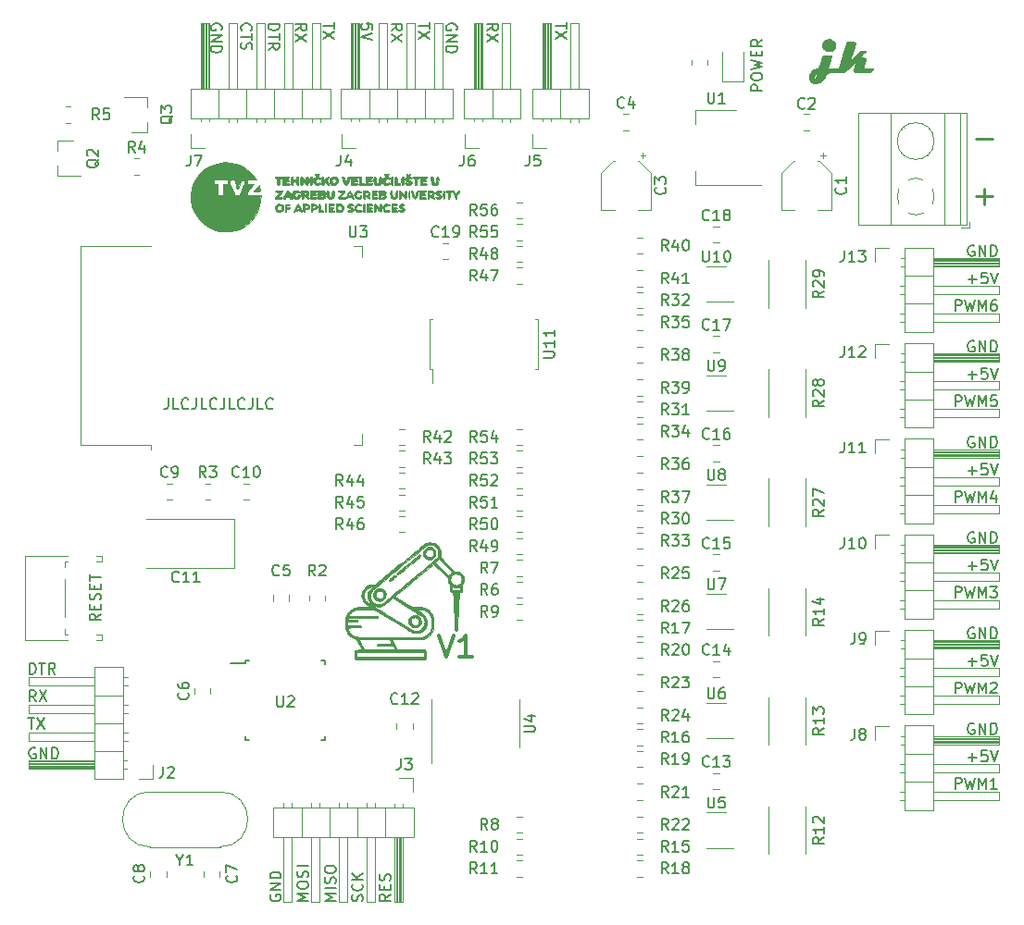
<source format=gbr>
%TF.GenerationSoftware,KiCad,Pcbnew,(5.1.10)-1*%
%TF.CreationDate,2021-07-26T19:48:55+02:00*%
%TF.ProjectId,RobotskaRuka,526f626f-7473-46b6-9152-756b612e6b69,rev?*%
%TF.SameCoordinates,Original*%
%TF.FileFunction,Legend,Top*%
%TF.FilePolarity,Positive*%
%FSLAX46Y46*%
G04 Gerber Fmt 4.6, Leading zero omitted, Abs format (unit mm)*
G04 Created by KiCad (PCBNEW (5.1.10)-1) date 2021-07-26 19:48:55*
%MOMM*%
%LPD*%
G01*
G04 APERTURE LIST*
%ADD10C,0.300000*%
%ADD11C,0.150000*%
%ADD12C,0.254000*%
%ADD13C,0.010000*%
%ADD14C,0.120000*%
G04 APERTURE END LIST*
D10*
X130130952Y-121654761D02*
X130797619Y-123654761D01*
X131464285Y-121654761D01*
X133178571Y-123654761D02*
X132035714Y-123654761D01*
X132607142Y-123654761D02*
X132607142Y-121654761D01*
X132416666Y-121940476D01*
X132226190Y-122130952D01*
X132035714Y-122226190D01*
D11*
X105380952Y-99952380D02*
X105380952Y-100666666D01*
X105333333Y-100809523D01*
X105238095Y-100904761D01*
X105095238Y-100952380D01*
X105000000Y-100952380D01*
X106333333Y-100952380D02*
X105857142Y-100952380D01*
X105857142Y-99952380D01*
X107238095Y-100857142D02*
X107190476Y-100904761D01*
X107047619Y-100952380D01*
X106952380Y-100952380D01*
X106809523Y-100904761D01*
X106714285Y-100809523D01*
X106666666Y-100714285D01*
X106619047Y-100523809D01*
X106619047Y-100380952D01*
X106666666Y-100190476D01*
X106714285Y-100095238D01*
X106809523Y-100000000D01*
X106952380Y-99952380D01*
X107047619Y-99952380D01*
X107190476Y-100000000D01*
X107238095Y-100047619D01*
X107952380Y-99952380D02*
X107952380Y-100666666D01*
X107904761Y-100809523D01*
X107809523Y-100904761D01*
X107666666Y-100952380D01*
X107571428Y-100952380D01*
X108904761Y-100952380D02*
X108428571Y-100952380D01*
X108428571Y-99952380D01*
X109809523Y-100857142D02*
X109761904Y-100904761D01*
X109619047Y-100952380D01*
X109523809Y-100952380D01*
X109380952Y-100904761D01*
X109285714Y-100809523D01*
X109238095Y-100714285D01*
X109190476Y-100523809D01*
X109190476Y-100380952D01*
X109238095Y-100190476D01*
X109285714Y-100095238D01*
X109380952Y-100000000D01*
X109523809Y-99952380D01*
X109619047Y-99952380D01*
X109761904Y-100000000D01*
X109809523Y-100047619D01*
X110523809Y-99952380D02*
X110523809Y-100666666D01*
X110476190Y-100809523D01*
X110380952Y-100904761D01*
X110238095Y-100952380D01*
X110142857Y-100952380D01*
X111476190Y-100952380D02*
X111000000Y-100952380D01*
X111000000Y-99952380D01*
X112380952Y-100857142D02*
X112333333Y-100904761D01*
X112190476Y-100952380D01*
X112095238Y-100952380D01*
X111952380Y-100904761D01*
X111857142Y-100809523D01*
X111809523Y-100714285D01*
X111761904Y-100523809D01*
X111761904Y-100380952D01*
X111809523Y-100190476D01*
X111857142Y-100095238D01*
X111952380Y-100000000D01*
X112095238Y-99952380D01*
X112190476Y-99952380D01*
X112333333Y-100000000D01*
X112380952Y-100047619D01*
X113095238Y-99952380D02*
X113095238Y-100666666D01*
X113047619Y-100809523D01*
X112952380Y-100904761D01*
X112809523Y-100952380D01*
X112714285Y-100952380D01*
X114047619Y-100952380D02*
X113571428Y-100952380D01*
X113571428Y-99952380D01*
X114952380Y-100857142D02*
X114904761Y-100904761D01*
X114761904Y-100952380D01*
X114666666Y-100952380D01*
X114523809Y-100904761D01*
X114428571Y-100809523D01*
X114380952Y-100714285D01*
X114333333Y-100523809D01*
X114333333Y-100380952D01*
X114380952Y-100190476D01*
X114428571Y-100095238D01*
X114523809Y-100000000D01*
X114666666Y-99952380D01*
X114761904Y-99952380D01*
X114904761Y-100000000D01*
X114952380Y-100047619D01*
X179083333Y-103500000D02*
X178988095Y-103452380D01*
X178845238Y-103452380D01*
X178702380Y-103500000D01*
X178607142Y-103595238D01*
X178559523Y-103690476D01*
X178511904Y-103880952D01*
X178511904Y-104023809D01*
X178559523Y-104214285D01*
X178607142Y-104309523D01*
X178702380Y-104404761D01*
X178845238Y-104452380D01*
X178940476Y-104452380D01*
X179083333Y-104404761D01*
X179130952Y-104357142D01*
X179130952Y-104023809D01*
X178940476Y-104023809D01*
X179559523Y-104452380D02*
X179559523Y-103452380D01*
X180130952Y-104452380D01*
X180130952Y-103452380D01*
X180607142Y-104452380D02*
X180607142Y-103452380D01*
X180845238Y-103452380D01*
X180988095Y-103500000D01*
X181083333Y-103595238D01*
X181130952Y-103690476D01*
X181178571Y-103880952D01*
X181178571Y-104023809D01*
X181130952Y-104214285D01*
X181083333Y-104309523D01*
X180988095Y-104404761D01*
X180845238Y-104452380D01*
X180607142Y-104452380D01*
X179083333Y-112250000D02*
X178988095Y-112202380D01*
X178845238Y-112202380D01*
X178702380Y-112250000D01*
X178607142Y-112345238D01*
X178559523Y-112440476D01*
X178511904Y-112630952D01*
X178511904Y-112773809D01*
X178559523Y-112964285D01*
X178607142Y-113059523D01*
X178702380Y-113154761D01*
X178845238Y-113202380D01*
X178940476Y-113202380D01*
X179083333Y-113154761D01*
X179130952Y-113107142D01*
X179130952Y-112773809D01*
X178940476Y-112773809D01*
X179559523Y-113202380D02*
X179559523Y-112202380D01*
X180130952Y-113202380D01*
X180130952Y-112202380D01*
X180607142Y-113202380D02*
X180607142Y-112202380D01*
X180845238Y-112202380D01*
X180988095Y-112250000D01*
X181083333Y-112345238D01*
X181130952Y-112440476D01*
X181178571Y-112630952D01*
X181178571Y-112773809D01*
X181130952Y-112964285D01*
X181083333Y-113059523D01*
X180988095Y-113154761D01*
X180845238Y-113202380D01*
X180607142Y-113202380D01*
X179083333Y-121000000D02*
X178988095Y-120952380D01*
X178845238Y-120952380D01*
X178702380Y-121000000D01*
X178607142Y-121095238D01*
X178559523Y-121190476D01*
X178511904Y-121380952D01*
X178511904Y-121523809D01*
X178559523Y-121714285D01*
X178607142Y-121809523D01*
X178702380Y-121904761D01*
X178845238Y-121952380D01*
X178940476Y-121952380D01*
X179083333Y-121904761D01*
X179130952Y-121857142D01*
X179130952Y-121523809D01*
X178940476Y-121523809D01*
X179559523Y-121952380D02*
X179559523Y-120952380D01*
X180130952Y-121952380D01*
X180130952Y-120952380D01*
X180607142Y-121952380D02*
X180607142Y-120952380D01*
X180845238Y-120952380D01*
X180988095Y-121000000D01*
X181083333Y-121095238D01*
X181130952Y-121190476D01*
X181178571Y-121380952D01*
X181178571Y-121523809D01*
X181130952Y-121714285D01*
X181083333Y-121809523D01*
X180988095Y-121904761D01*
X180845238Y-121952380D01*
X180607142Y-121952380D01*
X179083333Y-129750000D02*
X178988095Y-129702380D01*
X178845238Y-129702380D01*
X178702380Y-129750000D01*
X178607142Y-129845238D01*
X178559523Y-129940476D01*
X178511904Y-130130952D01*
X178511904Y-130273809D01*
X178559523Y-130464285D01*
X178607142Y-130559523D01*
X178702380Y-130654761D01*
X178845238Y-130702380D01*
X178940476Y-130702380D01*
X179083333Y-130654761D01*
X179130952Y-130607142D01*
X179130952Y-130273809D01*
X178940476Y-130273809D01*
X179559523Y-130702380D02*
X179559523Y-129702380D01*
X180130952Y-130702380D01*
X180130952Y-129702380D01*
X180607142Y-130702380D02*
X180607142Y-129702380D01*
X180845238Y-129702380D01*
X180988095Y-129750000D01*
X181083333Y-129845238D01*
X181130952Y-129940476D01*
X181178571Y-130130952D01*
X181178571Y-130273809D01*
X181130952Y-130464285D01*
X181083333Y-130559523D01*
X180988095Y-130654761D01*
X180845238Y-130702380D01*
X180607142Y-130702380D01*
X179083333Y-94750000D02*
X178988095Y-94702380D01*
X178845238Y-94702380D01*
X178702380Y-94750000D01*
X178607142Y-94845238D01*
X178559523Y-94940476D01*
X178511904Y-95130952D01*
X178511904Y-95273809D01*
X178559523Y-95464285D01*
X178607142Y-95559523D01*
X178702380Y-95654761D01*
X178845238Y-95702380D01*
X178940476Y-95702380D01*
X179083333Y-95654761D01*
X179130952Y-95607142D01*
X179130952Y-95273809D01*
X178940476Y-95273809D01*
X179559523Y-95702380D02*
X179559523Y-94702380D01*
X180130952Y-95702380D01*
X180130952Y-94702380D01*
X180607142Y-95702380D02*
X180607142Y-94702380D01*
X180845238Y-94702380D01*
X180988095Y-94750000D01*
X181083333Y-94845238D01*
X181130952Y-94940476D01*
X181178571Y-95130952D01*
X181178571Y-95273809D01*
X181130952Y-95464285D01*
X181083333Y-95559523D01*
X180988095Y-95654761D01*
X180845238Y-95702380D01*
X180607142Y-95702380D01*
X179083333Y-86000000D02*
X178988095Y-85952380D01*
X178845238Y-85952380D01*
X178702380Y-86000000D01*
X178607142Y-86095238D01*
X178559523Y-86190476D01*
X178511904Y-86380952D01*
X178511904Y-86523809D01*
X178559523Y-86714285D01*
X178607142Y-86809523D01*
X178702380Y-86904761D01*
X178845238Y-86952380D01*
X178940476Y-86952380D01*
X179083333Y-86904761D01*
X179130952Y-86857142D01*
X179130952Y-86523809D01*
X178940476Y-86523809D01*
X179559523Y-86952380D02*
X179559523Y-85952380D01*
X180130952Y-86952380D01*
X180130952Y-85952380D01*
X180607142Y-86952380D02*
X180607142Y-85952380D01*
X180845238Y-85952380D01*
X180988095Y-86000000D01*
X181083333Y-86095238D01*
X181130952Y-86190476D01*
X181178571Y-86380952D01*
X181178571Y-86523809D01*
X181130952Y-86714285D01*
X181083333Y-86809523D01*
X180988095Y-86904761D01*
X180845238Y-86952380D01*
X180607142Y-86952380D01*
X178559523Y-89071428D02*
X179321428Y-89071428D01*
X178940476Y-89452380D02*
X178940476Y-88690476D01*
X180273809Y-88452380D02*
X179797618Y-88452380D01*
X179749999Y-88928571D01*
X179797618Y-88880952D01*
X179892857Y-88833333D01*
X180130952Y-88833333D01*
X180226190Y-88880952D01*
X180273809Y-88928571D01*
X180321428Y-89023809D01*
X180321428Y-89261904D01*
X180273809Y-89357142D01*
X180226190Y-89404761D01*
X180130952Y-89452380D01*
X179892857Y-89452380D01*
X179797618Y-89404761D01*
X179749999Y-89357142D01*
X180607142Y-88452380D02*
X180940476Y-89452380D01*
X181273809Y-88452380D01*
X178559523Y-97821428D02*
X179321428Y-97821428D01*
X178940476Y-98202380D02*
X178940476Y-97440476D01*
X180273809Y-97202380D02*
X179797618Y-97202380D01*
X179749999Y-97678571D01*
X179797618Y-97630952D01*
X179892857Y-97583333D01*
X180130952Y-97583333D01*
X180226190Y-97630952D01*
X180273809Y-97678571D01*
X180321428Y-97773809D01*
X180321428Y-98011904D01*
X180273809Y-98107142D01*
X180226190Y-98154761D01*
X180130952Y-98202380D01*
X179892857Y-98202380D01*
X179797618Y-98154761D01*
X179749999Y-98107142D01*
X180607142Y-97202380D02*
X180940476Y-98202380D01*
X181273809Y-97202380D01*
X178559523Y-106571428D02*
X179321428Y-106571428D01*
X178940476Y-106952380D02*
X178940476Y-106190476D01*
X180273809Y-105952380D02*
X179797618Y-105952380D01*
X179749999Y-106428571D01*
X179797618Y-106380952D01*
X179892857Y-106333333D01*
X180130952Y-106333333D01*
X180226190Y-106380952D01*
X180273809Y-106428571D01*
X180321428Y-106523809D01*
X180321428Y-106761904D01*
X180273809Y-106857142D01*
X180226190Y-106904761D01*
X180130952Y-106952380D01*
X179892857Y-106952380D01*
X179797618Y-106904761D01*
X179749999Y-106857142D01*
X180607142Y-105952380D02*
X180940476Y-106952380D01*
X181273809Y-105952380D01*
X178559523Y-115321428D02*
X179321428Y-115321428D01*
X178940476Y-115702380D02*
X178940476Y-114940476D01*
X180273809Y-114702380D02*
X179797618Y-114702380D01*
X179749999Y-115178571D01*
X179797618Y-115130952D01*
X179892857Y-115083333D01*
X180130952Y-115083333D01*
X180226190Y-115130952D01*
X180273809Y-115178571D01*
X180321428Y-115273809D01*
X180321428Y-115511904D01*
X180273809Y-115607142D01*
X180226190Y-115654761D01*
X180130952Y-115702380D01*
X179892857Y-115702380D01*
X179797618Y-115654761D01*
X179749999Y-115607142D01*
X180607142Y-114702380D02*
X180940476Y-115702380D01*
X181273809Y-114702380D01*
X178559523Y-124071428D02*
X179321428Y-124071428D01*
X178940476Y-124452380D02*
X178940476Y-123690476D01*
X180273809Y-123452380D02*
X179797618Y-123452380D01*
X179749999Y-123928571D01*
X179797618Y-123880952D01*
X179892857Y-123833333D01*
X180130952Y-123833333D01*
X180226190Y-123880952D01*
X180273809Y-123928571D01*
X180321428Y-124023809D01*
X180321428Y-124261904D01*
X180273809Y-124357142D01*
X180226190Y-124404761D01*
X180130952Y-124452380D01*
X179892857Y-124452380D01*
X179797618Y-124404761D01*
X179749999Y-124357142D01*
X180607142Y-123452380D02*
X180940476Y-124452380D01*
X181273809Y-123452380D01*
X178559523Y-132821428D02*
X179321428Y-132821428D01*
X178940476Y-133202380D02*
X178940476Y-132440476D01*
X180273809Y-132202380D02*
X179797618Y-132202380D01*
X179749999Y-132678571D01*
X179797618Y-132630952D01*
X179892857Y-132583333D01*
X180130952Y-132583333D01*
X180226190Y-132630952D01*
X180273809Y-132678571D01*
X180321428Y-132773809D01*
X180321428Y-133011904D01*
X180273809Y-133107142D01*
X180226190Y-133154761D01*
X180130952Y-133202380D01*
X179892857Y-133202380D01*
X179797618Y-133154761D01*
X179749999Y-133107142D01*
X180607142Y-132202380D02*
X180940476Y-133202380D01*
X181273809Y-132202380D01*
X177369047Y-91952380D02*
X177369047Y-90952380D01*
X177750000Y-90952380D01*
X177845238Y-91000000D01*
X177892857Y-91047619D01*
X177940476Y-91142857D01*
X177940476Y-91285714D01*
X177892857Y-91380952D01*
X177845238Y-91428571D01*
X177750000Y-91476190D01*
X177369047Y-91476190D01*
X178273809Y-90952380D02*
X178511904Y-91952380D01*
X178702380Y-91238095D01*
X178892857Y-91952380D01*
X179130952Y-90952380D01*
X179511904Y-91952380D02*
X179511904Y-90952380D01*
X179845238Y-91666666D01*
X180178571Y-90952380D01*
X180178571Y-91952380D01*
X181083333Y-90952380D02*
X180892857Y-90952380D01*
X180797619Y-91000000D01*
X180750000Y-91047619D01*
X180654761Y-91190476D01*
X180607142Y-91380952D01*
X180607142Y-91761904D01*
X180654761Y-91857142D01*
X180702380Y-91904761D01*
X180797619Y-91952380D01*
X180988095Y-91952380D01*
X181083333Y-91904761D01*
X181130952Y-91857142D01*
X181178571Y-91761904D01*
X181178571Y-91523809D01*
X181130952Y-91428571D01*
X181083333Y-91380952D01*
X180988095Y-91333333D01*
X180797619Y-91333333D01*
X180702380Y-91380952D01*
X180654761Y-91428571D01*
X180607142Y-91523809D01*
X177369047Y-100702380D02*
X177369047Y-99702380D01*
X177750000Y-99702380D01*
X177845238Y-99750000D01*
X177892857Y-99797619D01*
X177940476Y-99892857D01*
X177940476Y-100035714D01*
X177892857Y-100130952D01*
X177845238Y-100178571D01*
X177750000Y-100226190D01*
X177369047Y-100226190D01*
X178273809Y-99702380D02*
X178511904Y-100702380D01*
X178702380Y-99988095D01*
X178892857Y-100702380D01*
X179130952Y-99702380D01*
X179511904Y-100702380D02*
X179511904Y-99702380D01*
X179845238Y-100416666D01*
X180178571Y-99702380D01*
X180178571Y-100702380D01*
X181130952Y-99702380D02*
X180654761Y-99702380D01*
X180607142Y-100178571D01*
X180654761Y-100130952D01*
X180750000Y-100083333D01*
X180988095Y-100083333D01*
X181083333Y-100130952D01*
X181130952Y-100178571D01*
X181178571Y-100273809D01*
X181178571Y-100511904D01*
X181130952Y-100607142D01*
X181083333Y-100654761D01*
X180988095Y-100702380D01*
X180750000Y-100702380D01*
X180654761Y-100654761D01*
X180607142Y-100607142D01*
X177369047Y-109452380D02*
X177369047Y-108452380D01*
X177750000Y-108452380D01*
X177845238Y-108500000D01*
X177892857Y-108547619D01*
X177940476Y-108642857D01*
X177940476Y-108785714D01*
X177892857Y-108880952D01*
X177845238Y-108928571D01*
X177750000Y-108976190D01*
X177369047Y-108976190D01*
X178273809Y-108452380D02*
X178511904Y-109452380D01*
X178702380Y-108738095D01*
X178892857Y-109452380D01*
X179130952Y-108452380D01*
X179511904Y-109452380D02*
X179511904Y-108452380D01*
X179845238Y-109166666D01*
X180178571Y-108452380D01*
X180178571Y-109452380D01*
X181083333Y-108785714D02*
X181083333Y-109452380D01*
X180845238Y-108404761D02*
X180607142Y-109119047D01*
X181226190Y-109119047D01*
X177369047Y-118202380D02*
X177369047Y-117202380D01*
X177750000Y-117202380D01*
X177845238Y-117250000D01*
X177892857Y-117297619D01*
X177940476Y-117392857D01*
X177940476Y-117535714D01*
X177892857Y-117630952D01*
X177845238Y-117678571D01*
X177750000Y-117726190D01*
X177369047Y-117726190D01*
X178273809Y-117202380D02*
X178511904Y-118202380D01*
X178702380Y-117488095D01*
X178892857Y-118202380D01*
X179130952Y-117202380D01*
X179511904Y-118202380D02*
X179511904Y-117202380D01*
X179845238Y-117916666D01*
X180178571Y-117202380D01*
X180178571Y-118202380D01*
X180559523Y-117202380D02*
X181178571Y-117202380D01*
X180845238Y-117583333D01*
X180988095Y-117583333D01*
X181083333Y-117630952D01*
X181130952Y-117678571D01*
X181178571Y-117773809D01*
X181178571Y-118011904D01*
X181130952Y-118107142D01*
X181083333Y-118154761D01*
X180988095Y-118202380D01*
X180702380Y-118202380D01*
X180607142Y-118154761D01*
X180559523Y-118107142D01*
X177369047Y-126952380D02*
X177369047Y-125952380D01*
X177750000Y-125952380D01*
X177845238Y-126000000D01*
X177892857Y-126047619D01*
X177940476Y-126142857D01*
X177940476Y-126285714D01*
X177892857Y-126380952D01*
X177845238Y-126428571D01*
X177750000Y-126476190D01*
X177369047Y-126476190D01*
X178273809Y-125952380D02*
X178511904Y-126952380D01*
X178702380Y-126238095D01*
X178892857Y-126952380D01*
X179130952Y-125952380D01*
X179511904Y-126952380D02*
X179511904Y-125952380D01*
X179845238Y-126666666D01*
X180178571Y-125952380D01*
X180178571Y-126952380D01*
X180607142Y-126047619D02*
X180654761Y-126000000D01*
X180750000Y-125952380D01*
X180988095Y-125952380D01*
X181083333Y-126000000D01*
X181130952Y-126047619D01*
X181178571Y-126142857D01*
X181178571Y-126238095D01*
X181130952Y-126380952D01*
X180559523Y-126952380D01*
X181178571Y-126952380D01*
X177369047Y-135702380D02*
X177369047Y-134702380D01*
X177750000Y-134702380D01*
X177845238Y-134750000D01*
X177892857Y-134797619D01*
X177940476Y-134892857D01*
X177940476Y-135035714D01*
X177892857Y-135130952D01*
X177845238Y-135178571D01*
X177750000Y-135226190D01*
X177369047Y-135226190D01*
X178273809Y-134702380D02*
X178511904Y-135702380D01*
X178702380Y-134988095D01*
X178892857Y-135702380D01*
X179130952Y-134702380D01*
X179511904Y-135702380D02*
X179511904Y-134702380D01*
X179845238Y-135416666D01*
X180178571Y-134702380D01*
X180178571Y-135702380D01*
X181178571Y-135702380D02*
X180607142Y-135702380D01*
X180892857Y-135702380D02*
X180892857Y-134702380D01*
X180797619Y-134845238D01*
X180702380Y-134940476D01*
X180607142Y-134988095D01*
X131750000Y-66238095D02*
X131797619Y-66142857D01*
X131797619Y-66000000D01*
X131750000Y-65857142D01*
X131654761Y-65761904D01*
X131559523Y-65714285D01*
X131369047Y-65666666D01*
X131226190Y-65666666D01*
X131035714Y-65714285D01*
X130940476Y-65761904D01*
X130845238Y-65857142D01*
X130797619Y-66000000D01*
X130797619Y-66095238D01*
X130845238Y-66238095D01*
X130892857Y-66285714D01*
X131226190Y-66285714D01*
X131226190Y-66095238D01*
X130797619Y-66714285D02*
X131797619Y-66714285D01*
X130797619Y-67285714D01*
X131797619Y-67285714D01*
X130797619Y-67761904D02*
X131797619Y-67761904D01*
X131797619Y-68000000D01*
X131750000Y-68142857D01*
X131654761Y-68238095D01*
X131559523Y-68285714D01*
X131369047Y-68333333D01*
X131226190Y-68333333D01*
X131035714Y-68285714D01*
X130940476Y-68238095D01*
X130845238Y-68142857D01*
X130797619Y-68000000D01*
X130797619Y-67761904D01*
X129297619Y-65571429D02*
X129297619Y-66142857D01*
X128297619Y-65857143D02*
X129297619Y-65857143D01*
X129297619Y-66380953D02*
X128297619Y-67047619D01*
X129297619Y-67047619D02*
X128297619Y-66380953D01*
X125797619Y-66285714D02*
X126273809Y-65952381D01*
X125797619Y-65714285D02*
X126797619Y-65714285D01*
X126797619Y-66095238D01*
X126750000Y-66190476D01*
X126702380Y-66238095D01*
X126607142Y-66285714D01*
X126464285Y-66285714D01*
X126369047Y-66238095D01*
X126321428Y-66190476D01*
X126273809Y-66095238D01*
X126273809Y-65714285D01*
X126797619Y-66619047D02*
X125797619Y-67285714D01*
X126797619Y-67285714D02*
X125797619Y-66619047D01*
X124047619Y-66190476D02*
X124047619Y-65714286D01*
X123571428Y-65666667D01*
X123619047Y-65714286D01*
X123666666Y-65809524D01*
X123666666Y-66047619D01*
X123619047Y-66142857D01*
X123571428Y-66190476D01*
X123476190Y-66238095D01*
X123238095Y-66238095D01*
X123142857Y-66190476D01*
X123095238Y-66142857D01*
X123047619Y-66047619D01*
X123047619Y-65809524D01*
X123095238Y-65714286D01*
X123142857Y-65666667D01*
X124047619Y-66523810D02*
X123047619Y-66857143D01*
X124047619Y-67190476D01*
X120547619Y-65571429D02*
X120547619Y-66142857D01*
X119547619Y-65857143D02*
X120547619Y-65857143D01*
X120547619Y-66380953D02*
X119547619Y-67047619D01*
X120547619Y-67047619D02*
X119547619Y-66380953D01*
X117047619Y-66285714D02*
X117523809Y-65952381D01*
X117047619Y-65714285D02*
X118047619Y-65714285D01*
X118047619Y-66095238D01*
X118000000Y-66190476D01*
X117952380Y-66238095D01*
X117857142Y-66285714D01*
X117714285Y-66285714D01*
X117619047Y-66238095D01*
X117571428Y-66190476D01*
X117523809Y-66095238D01*
X117523809Y-65714285D01*
X118047619Y-66619047D02*
X117047619Y-67285714D01*
X118047619Y-67285714D02*
X117047619Y-66619047D01*
X114547619Y-65714285D02*
X115547619Y-65714285D01*
X115547619Y-65952381D01*
X115500000Y-66095238D01*
X115404761Y-66190476D01*
X115309523Y-66238095D01*
X115119047Y-66285714D01*
X114976190Y-66285714D01*
X114785714Y-66238095D01*
X114690476Y-66190476D01*
X114595238Y-66095238D01*
X114547619Y-65952381D01*
X114547619Y-65714285D01*
X115547619Y-66571428D02*
X115547619Y-67142857D01*
X114547619Y-66857143D02*
X115547619Y-66857143D01*
X114547619Y-68047619D02*
X115023809Y-67714285D01*
X114547619Y-67476190D02*
X115547619Y-67476190D01*
X115547619Y-67857143D01*
X115500000Y-67952381D01*
X115452380Y-68000000D01*
X115357142Y-68047619D01*
X115214285Y-68047619D01*
X115119047Y-68000000D01*
X115071428Y-67952381D01*
X115023809Y-67857143D01*
X115023809Y-67476190D01*
X112142857Y-66285714D02*
X112095238Y-66238095D01*
X112047619Y-66095238D01*
X112047619Y-66000000D01*
X112095238Y-65857143D01*
X112190476Y-65761905D01*
X112285714Y-65714286D01*
X112476190Y-65666667D01*
X112619047Y-65666667D01*
X112809523Y-65714286D01*
X112904761Y-65761905D01*
X113000000Y-65857143D01*
X113047619Y-66000000D01*
X113047619Y-66095238D01*
X113000000Y-66238095D01*
X112952380Y-66285714D01*
X113047619Y-66571429D02*
X113047619Y-67142857D01*
X112047619Y-66857143D02*
X113047619Y-66857143D01*
X112095238Y-67428572D02*
X112047619Y-67571429D01*
X112047619Y-67809524D01*
X112095238Y-67904762D01*
X112142857Y-67952381D01*
X112238095Y-68000000D01*
X112333333Y-68000000D01*
X112428571Y-67952381D01*
X112476190Y-67904762D01*
X112523809Y-67809524D01*
X112571428Y-67619048D01*
X112619047Y-67523810D01*
X112666666Y-67476191D01*
X112761904Y-67428572D01*
X112857142Y-67428572D01*
X112952380Y-67476191D01*
X113000000Y-67523810D01*
X113047619Y-67619048D01*
X113047619Y-67857143D01*
X113000000Y-68000000D01*
X110250000Y-66238095D02*
X110297619Y-66142857D01*
X110297619Y-66000000D01*
X110250000Y-65857142D01*
X110154761Y-65761904D01*
X110059523Y-65714285D01*
X109869047Y-65666666D01*
X109726190Y-65666666D01*
X109535714Y-65714285D01*
X109440476Y-65761904D01*
X109345238Y-65857142D01*
X109297619Y-66000000D01*
X109297619Y-66095238D01*
X109345238Y-66238095D01*
X109392857Y-66285714D01*
X109726190Y-66285714D01*
X109726190Y-66095238D01*
X109297619Y-66714285D02*
X110297619Y-66714285D01*
X109297619Y-67285714D01*
X110297619Y-67285714D01*
X109297619Y-67761904D02*
X110297619Y-67761904D01*
X110297619Y-68000000D01*
X110250000Y-68142857D01*
X110154761Y-68238095D01*
X110059523Y-68285714D01*
X109869047Y-68333333D01*
X109726190Y-68333333D01*
X109535714Y-68285714D01*
X109440476Y-68238095D01*
X109345238Y-68142857D01*
X109297619Y-68000000D01*
X109297619Y-67761904D01*
X141797619Y-65571429D02*
X141797619Y-66142857D01*
X140797619Y-65857143D02*
X141797619Y-65857143D01*
X141797619Y-66380953D02*
X140797619Y-67047619D01*
X141797619Y-67047619D02*
X140797619Y-66380953D01*
X134547619Y-66285714D02*
X135023809Y-65952381D01*
X134547619Y-65714285D02*
X135547619Y-65714285D01*
X135547619Y-66095238D01*
X135500000Y-66190476D01*
X135452380Y-66238095D01*
X135357142Y-66285714D01*
X135214285Y-66285714D01*
X135119047Y-66238095D01*
X135071428Y-66190476D01*
X135023809Y-66095238D01*
X135023809Y-65714285D01*
X135547619Y-66619047D02*
X134547619Y-67285714D01*
X135547619Y-67285714D02*
X134547619Y-66619047D01*
X99202380Y-119702380D02*
X98726190Y-120035714D01*
X99202380Y-120273809D02*
X98202380Y-120273809D01*
X98202380Y-119892857D01*
X98250000Y-119797619D01*
X98297619Y-119750000D01*
X98392857Y-119702380D01*
X98535714Y-119702380D01*
X98630952Y-119750000D01*
X98678571Y-119797619D01*
X98726190Y-119892857D01*
X98726190Y-120273809D01*
X98678571Y-119273809D02*
X98678571Y-118940476D01*
X99202380Y-118797619D02*
X99202380Y-119273809D01*
X98202380Y-119273809D01*
X98202380Y-118797619D01*
X99154761Y-118416666D02*
X99202380Y-118273809D01*
X99202380Y-118035714D01*
X99154761Y-117940476D01*
X99107142Y-117892857D01*
X99011904Y-117845238D01*
X98916666Y-117845238D01*
X98821428Y-117892857D01*
X98773809Y-117940476D01*
X98726190Y-118035714D01*
X98678571Y-118226190D01*
X98630952Y-118321428D01*
X98583333Y-118369047D01*
X98488095Y-118416666D01*
X98392857Y-118416666D01*
X98297619Y-118369047D01*
X98250000Y-118321428D01*
X98202380Y-118226190D01*
X98202380Y-117988095D01*
X98250000Y-117845238D01*
X98678571Y-117416666D02*
X98678571Y-117083333D01*
X99202380Y-116940476D02*
X99202380Y-117416666D01*
X98202380Y-117416666D01*
X98202380Y-116940476D01*
X98202380Y-116654761D02*
X98202380Y-116083333D01*
X99202380Y-116369047D02*
X98202380Y-116369047D01*
X93238095Y-132000000D02*
X93142857Y-131952380D01*
X93000000Y-131952380D01*
X92857142Y-132000000D01*
X92761904Y-132095238D01*
X92714285Y-132190476D01*
X92666666Y-132380952D01*
X92666666Y-132523809D01*
X92714285Y-132714285D01*
X92761904Y-132809523D01*
X92857142Y-132904761D01*
X93000000Y-132952380D01*
X93095238Y-132952380D01*
X93238095Y-132904761D01*
X93285714Y-132857142D01*
X93285714Y-132523809D01*
X93095238Y-132523809D01*
X93714285Y-132952380D02*
X93714285Y-131952380D01*
X94285714Y-132952380D01*
X94285714Y-131952380D01*
X94761904Y-132952380D02*
X94761904Y-131952380D01*
X95000000Y-131952380D01*
X95142857Y-132000000D01*
X95238095Y-132095238D01*
X95285714Y-132190476D01*
X95333333Y-132380952D01*
X95333333Y-132523809D01*
X95285714Y-132714285D01*
X95238095Y-132809523D01*
X95142857Y-132904761D01*
X95000000Y-132952380D01*
X94761904Y-132952380D01*
X92571429Y-129202380D02*
X93142857Y-129202380D01*
X92857143Y-130202380D02*
X92857143Y-129202380D01*
X93380953Y-129202380D02*
X94047619Y-130202380D01*
X94047619Y-129202380D02*
X93380953Y-130202380D01*
X93285714Y-127702380D02*
X92952381Y-127226190D01*
X92714285Y-127702380D02*
X92714285Y-126702380D01*
X93095238Y-126702380D01*
X93190476Y-126750000D01*
X93238095Y-126797619D01*
X93285714Y-126892857D01*
X93285714Y-127035714D01*
X93238095Y-127130952D01*
X93190476Y-127178571D01*
X93095238Y-127226190D01*
X92714285Y-127226190D01*
X93619047Y-126702380D02*
X94285714Y-127702380D01*
X94285714Y-126702380D02*
X93619047Y-127702380D01*
X92714285Y-125202380D02*
X92714285Y-124202380D01*
X92952381Y-124202380D01*
X93095238Y-124250000D01*
X93190476Y-124345238D01*
X93238095Y-124440476D01*
X93285714Y-124630952D01*
X93285714Y-124773809D01*
X93238095Y-124964285D01*
X93190476Y-125059523D01*
X93095238Y-125154761D01*
X92952381Y-125202380D01*
X92714285Y-125202380D01*
X93571428Y-124202380D02*
X94142857Y-124202380D01*
X93857143Y-125202380D02*
X93857143Y-124202380D01*
X95047619Y-125202380D02*
X94714285Y-124726190D01*
X94476190Y-125202380D02*
X94476190Y-124202380D01*
X94857143Y-124202380D01*
X94952381Y-124250000D01*
X95000000Y-124297619D01*
X95047619Y-124392857D01*
X95047619Y-124535714D01*
X95000000Y-124630952D01*
X94952381Y-124678571D01*
X94857143Y-124726190D01*
X94476190Y-124726190D01*
X125702380Y-145369047D02*
X125226190Y-145702380D01*
X125702380Y-145940476D02*
X124702380Y-145940476D01*
X124702380Y-145559523D01*
X124750000Y-145464285D01*
X124797619Y-145416666D01*
X124892857Y-145369047D01*
X125035714Y-145369047D01*
X125130952Y-145416666D01*
X125178571Y-145464285D01*
X125226190Y-145559523D01*
X125226190Y-145940476D01*
X125178571Y-144940476D02*
X125178571Y-144607142D01*
X125702380Y-144464285D02*
X125702380Y-144940476D01*
X124702380Y-144940476D01*
X124702380Y-144464285D01*
X125654761Y-144083333D02*
X125702380Y-143940476D01*
X125702380Y-143702380D01*
X125654761Y-143607142D01*
X125607142Y-143559523D01*
X125511904Y-143511904D01*
X125416666Y-143511904D01*
X125321428Y-143559523D01*
X125273809Y-143607142D01*
X125226190Y-143702380D01*
X125178571Y-143892857D01*
X125130952Y-143988095D01*
X125083333Y-144035714D01*
X124988095Y-144083333D01*
X124892857Y-144083333D01*
X124797619Y-144035714D01*
X124750000Y-143988095D01*
X124702380Y-143892857D01*
X124702380Y-143654761D01*
X124750000Y-143511904D01*
X123154761Y-145988095D02*
X123202380Y-145845238D01*
X123202380Y-145607142D01*
X123154761Y-145511904D01*
X123107142Y-145464285D01*
X123011904Y-145416666D01*
X122916666Y-145416666D01*
X122821428Y-145464285D01*
X122773809Y-145511904D01*
X122726190Y-145607142D01*
X122678571Y-145797619D01*
X122630952Y-145892857D01*
X122583333Y-145940476D01*
X122488095Y-145988095D01*
X122392857Y-145988095D01*
X122297619Y-145940476D01*
X122250000Y-145892857D01*
X122202380Y-145797619D01*
X122202380Y-145559523D01*
X122250000Y-145416666D01*
X123107142Y-144416666D02*
X123154761Y-144464285D01*
X123202380Y-144607142D01*
X123202380Y-144702381D01*
X123154761Y-144845238D01*
X123059523Y-144940476D01*
X122964285Y-144988095D01*
X122773809Y-145035714D01*
X122630952Y-145035714D01*
X122440476Y-144988095D01*
X122345238Y-144940476D01*
X122250000Y-144845238D01*
X122202380Y-144702381D01*
X122202380Y-144607142D01*
X122250000Y-144464285D01*
X122297619Y-144416666D01*
X123202380Y-143988095D02*
X122202380Y-143988095D01*
X123202380Y-143416666D02*
X122630952Y-143845238D01*
X122202380Y-143416666D02*
X122773809Y-143988095D01*
X120702380Y-145940475D02*
X119702380Y-145940475D01*
X120416666Y-145607142D01*
X119702380Y-145273808D01*
X120702380Y-145273808D01*
X120702380Y-144797618D02*
X119702380Y-144797618D01*
X120654761Y-144369047D02*
X120702380Y-144226189D01*
X120702380Y-143988094D01*
X120654761Y-143892856D01*
X120607142Y-143845237D01*
X120511904Y-143797618D01*
X120416666Y-143797618D01*
X120321428Y-143845237D01*
X120273809Y-143892856D01*
X120226190Y-143988094D01*
X120178571Y-144178570D01*
X120130952Y-144273808D01*
X120083333Y-144321427D01*
X119988095Y-144369047D01*
X119892857Y-144369047D01*
X119797619Y-144321427D01*
X119750000Y-144273808D01*
X119702380Y-144178570D01*
X119702380Y-143940475D01*
X119750000Y-143797618D01*
X119702380Y-143178570D02*
X119702380Y-142988094D01*
X119750000Y-142892856D01*
X119845238Y-142797618D01*
X120035714Y-142749999D01*
X120369047Y-142749999D01*
X120559523Y-142797618D01*
X120654761Y-142892856D01*
X120702380Y-142988094D01*
X120702380Y-143178570D01*
X120654761Y-143273808D01*
X120559523Y-143369047D01*
X120369047Y-143416666D01*
X120035714Y-143416666D01*
X119845238Y-143369047D01*
X119750000Y-143273808D01*
X119702380Y-143178570D01*
X118202380Y-145940475D02*
X117202380Y-145940475D01*
X117916666Y-145607142D01*
X117202380Y-145273808D01*
X118202380Y-145273808D01*
X117202380Y-144607142D02*
X117202380Y-144416666D01*
X117250000Y-144321427D01*
X117345238Y-144226189D01*
X117535714Y-144178570D01*
X117869047Y-144178570D01*
X118059523Y-144226189D01*
X118154761Y-144321427D01*
X118202380Y-144416666D01*
X118202380Y-144607142D01*
X118154761Y-144702380D01*
X118059523Y-144797618D01*
X117869047Y-144845237D01*
X117535714Y-144845237D01*
X117345238Y-144797618D01*
X117250000Y-144702380D01*
X117202380Y-144607142D01*
X118154761Y-143797618D02*
X118202380Y-143654761D01*
X118202380Y-143416666D01*
X118154761Y-143321427D01*
X118107142Y-143273808D01*
X118011904Y-143226189D01*
X117916666Y-143226189D01*
X117821428Y-143273808D01*
X117773809Y-143321427D01*
X117726190Y-143416666D01*
X117678571Y-143607142D01*
X117630952Y-143702380D01*
X117583333Y-143749999D01*
X117488095Y-143797618D01*
X117392857Y-143797618D01*
X117297619Y-143749999D01*
X117250000Y-143702380D01*
X117202380Y-143607142D01*
X117202380Y-143369047D01*
X117250000Y-143226189D01*
X118202380Y-142797618D02*
X117202380Y-142797618D01*
X114750000Y-145416666D02*
X114702380Y-145511904D01*
X114702380Y-145654762D01*
X114750000Y-145797619D01*
X114845238Y-145892857D01*
X114940476Y-145940476D01*
X115130952Y-145988095D01*
X115273809Y-145988095D01*
X115464285Y-145940476D01*
X115559523Y-145892857D01*
X115654761Y-145797619D01*
X115702380Y-145654762D01*
X115702380Y-145559523D01*
X115654761Y-145416666D01*
X115607142Y-145369047D01*
X115273809Y-145369047D01*
X115273809Y-145559523D01*
X115702380Y-144940476D02*
X114702380Y-144940476D01*
X115702380Y-144369047D01*
X114702380Y-144369047D01*
X115702380Y-143892857D02*
X114702380Y-143892857D01*
X114702380Y-143654762D01*
X114750000Y-143511904D01*
X114845238Y-143416666D01*
X114940476Y-143369047D01*
X115130952Y-143321428D01*
X115273809Y-143321428D01*
X115464285Y-143369047D01*
X115559523Y-143416666D01*
X115654761Y-143511904D01*
X115702380Y-143654762D01*
X115702380Y-143892857D01*
X159702380Y-71809523D02*
X158702380Y-71809523D01*
X158702380Y-71428571D01*
X158750000Y-71333333D01*
X158797619Y-71285714D01*
X158892857Y-71238095D01*
X159035714Y-71238095D01*
X159130952Y-71285714D01*
X159178571Y-71333333D01*
X159226190Y-71428571D01*
X159226190Y-71809523D01*
X158702380Y-70619047D02*
X158702380Y-70428571D01*
X158750000Y-70333333D01*
X158845238Y-70238095D01*
X159035714Y-70190476D01*
X159369047Y-70190476D01*
X159559523Y-70238095D01*
X159654761Y-70333333D01*
X159702380Y-70428571D01*
X159702380Y-70619047D01*
X159654761Y-70714285D01*
X159559523Y-70809523D01*
X159369047Y-70857142D01*
X159035714Y-70857142D01*
X158845238Y-70809523D01*
X158750000Y-70714285D01*
X158702380Y-70619047D01*
X158702380Y-69857142D02*
X159702380Y-69619047D01*
X158988095Y-69428571D01*
X159702380Y-69238095D01*
X158702380Y-69000000D01*
X159178571Y-68619047D02*
X159178571Y-68285714D01*
X159702380Y-68142857D02*
X159702380Y-68619047D01*
X158702380Y-68619047D01*
X158702380Y-68142857D01*
X159702380Y-67142857D02*
X159226190Y-67476190D01*
X159702380Y-67714285D02*
X158702380Y-67714285D01*
X158702380Y-67333333D01*
X158750000Y-67238095D01*
X158797619Y-67190476D01*
X158892857Y-67142857D01*
X159035714Y-67142857D01*
X159130952Y-67190476D01*
X159178571Y-67238095D01*
X159226190Y-67333333D01*
X159226190Y-67714285D01*
D12*
X180000000Y-82250000D02*
X180000000Y-80750000D01*
X179250000Y-81500000D02*
X180750000Y-81500000D01*
X179250000Y-76250000D02*
X180750000Y-76250000D01*
D13*
%TO.C,G\u002A\u002A\u002A*%
G36*
X111036573Y-78378607D02*
G01*
X111583617Y-78487332D01*
X112094196Y-78689495D01*
X112563315Y-78983218D01*
X112909373Y-79286854D01*
X113075574Y-79461233D01*
X113222903Y-79628024D01*
X113330153Y-79762643D01*
X113364772Y-79814761D01*
X113456544Y-79976000D01*
X112587200Y-79976000D01*
X112587200Y-80331600D01*
X112892000Y-80331600D01*
X113052585Y-80337365D01*
X113162680Y-80352353D01*
X113195916Y-80369700D01*
X113164054Y-80422346D01*
X113079489Y-80531258D01*
X112957500Y-80677192D01*
X112891116Y-80753626D01*
X112727589Y-80950978D01*
X112630628Y-81098488D01*
X112590004Y-81212829D01*
X112587200Y-81248926D01*
X112587200Y-81398400D01*
X113872258Y-81398400D01*
X113840114Y-81792100D01*
X113746158Y-82341602D01*
X113561639Y-82857096D01*
X113294594Y-83329074D01*
X112953060Y-83748030D01*
X112545076Y-84104457D01*
X112078679Y-84388850D01*
X111561907Y-84591702D01*
X111446226Y-84623436D01*
X111114646Y-84680031D01*
X110732362Y-84701310D01*
X110337828Y-84688263D01*
X109969493Y-84641881D01*
X109711070Y-84578729D01*
X109275797Y-84407063D01*
X108891658Y-84184370D01*
X108527394Y-83891082D01*
X108369879Y-83739192D01*
X108003550Y-83307817D01*
X107733627Y-82847207D01*
X107558067Y-82351979D01*
X107474830Y-81816749D01*
X107472417Y-81373000D01*
X107546423Y-80808107D01*
X107708053Y-80292645D01*
X107876988Y-79976000D01*
X109539200Y-79976000D01*
X109539200Y-80153800D01*
X109545351Y-80267639D01*
X109583334Y-80318229D01*
X109682440Y-80331202D01*
X109742400Y-80331600D01*
X109945600Y-80331600D01*
X109945600Y-81398400D01*
X110399245Y-81398400D01*
X110413722Y-80877700D01*
X110428200Y-80357000D01*
X110618700Y-80341233D01*
X110743576Y-80323457D01*
X110797002Y-80278298D01*
X110809089Y-80175645D01*
X110809200Y-80150733D01*
X110809200Y-80026321D01*
X110961600Y-80026321D01*
X110980374Y-80097035D01*
X111035703Y-80257885D01*
X111126093Y-80504799D01*
X111250050Y-80833707D01*
X111406082Y-81240537D01*
X111422909Y-81284100D01*
X111466796Y-81355232D01*
X111546696Y-81389159D01*
X111693823Y-81398319D01*
X111709642Y-81398354D01*
X111952200Y-81398309D01*
X112060757Y-81106254D01*
X112131966Y-80915032D01*
X112221473Y-80675167D01*
X112311925Y-80433154D01*
X112327201Y-80392327D01*
X112485089Y-79970454D01*
X112247841Y-79985927D01*
X112010592Y-80001400D01*
X111900171Y-80363862D01*
X111824605Y-80610229D01*
X111770664Y-80762383D01*
X111728539Y-80822724D01*
X111688421Y-80793653D01*
X111640502Y-80677572D01*
X111574973Y-80476882D01*
X111565033Y-80445900D01*
X111414061Y-79976000D01*
X111187830Y-79976000D01*
X111052321Y-79986093D01*
X110971532Y-80011602D01*
X110961600Y-80026321D01*
X110809200Y-80026321D01*
X110809200Y-79976000D01*
X109539200Y-79976000D01*
X107876988Y-79976000D01*
X107960344Y-79819762D01*
X108306335Y-79382605D01*
X108395937Y-79289937D01*
X108829855Y-78920984D01*
X109301138Y-78646110D01*
X109813891Y-78463472D01*
X110372221Y-78371229D01*
X110458058Y-78365198D01*
X111036573Y-78378607D01*
G37*
X111036573Y-78378607D02*
X111583617Y-78487332D01*
X112094196Y-78689495D01*
X112563315Y-78983218D01*
X112909373Y-79286854D01*
X113075574Y-79461233D01*
X113222903Y-79628024D01*
X113330153Y-79762643D01*
X113364772Y-79814761D01*
X113456544Y-79976000D01*
X112587200Y-79976000D01*
X112587200Y-80331600D01*
X112892000Y-80331600D01*
X113052585Y-80337365D01*
X113162680Y-80352353D01*
X113195916Y-80369700D01*
X113164054Y-80422346D01*
X113079489Y-80531258D01*
X112957500Y-80677192D01*
X112891116Y-80753626D01*
X112727589Y-80950978D01*
X112630628Y-81098488D01*
X112590004Y-81212829D01*
X112587200Y-81248926D01*
X112587200Y-81398400D01*
X113872258Y-81398400D01*
X113840114Y-81792100D01*
X113746158Y-82341602D01*
X113561639Y-82857096D01*
X113294594Y-83329074D01*
X112953060Y-83748030D01*
X112545076Y-84104457D01*
X112078679Y-84388850D01*
X111561907Y-84591702D01*
X111446226Y-84623436D01*
X111114646Y-84680031D01*
X110732362Y-84701310D01*
X110337828Y-84688263D01*
X109969493Y-84641881D01*
X109711070Y-84578729D01*
X109275797Y-84407063D01*
X108891658Y-84184370D01*
X108527394Y-83891082D01*
X108369879Y-83739192D01*
X108003550Y-83307817D01*
X107733627Y-82847207D01*
X107558067Y-82351979D01*
X107474830Y-81816749D01*
X107472417Y-81373000D01*
X107546423Y-80808107D01*
X107708053Y-80292645D01*
X107876988Y-79976000D01*
X109539200Y-79976000D01*
X109539200Y-80153800D01*
X109545351Y-80267639D01*
X109583334Y-80318229D01*
X109682440Y-80331202D01*
X109742400Y-80331600D01*
X109945600Y-80331600D01*
X109945600Y-81398400D01*
X110399245Y-81398400D01*
X110413722Y-80877700D01*
X110428200Y-80357000D01*
X110618700Y-80341233D01*
X110743576Y-80323457D01*
X110797002Y-80278298D01*
X110809089Y-80175645D01*
X110809200Y-80150733D01*
X110809200Y-80026321D01*
X110961600Y-80026321D01*
X110980374Y-80097035D01*
X111035703Y-80257885D01*
X111126093Y-80504799D01*
X111250050Y-80833707D01*
X111406082Y-81240537D01*
X111422909Y-81284100D01*
X111466796Y-81355232D01*
X111546696Y-81389159D01*
X111693823Y-81398319D01*
X111709642Y-81398354D01*
X111952200Y-81398309D01*
X112060757Y-81106254D01*
X112131966Y-80915032D01*
X112221473Y-80675167D01*
X112311925Y-80433154D01*
X112327201Y-80392327D01*
X112485089Y-79970454D01*
X112247841Y-79985927D01*
X112010592Y-80001400D01*
X111900171Y-80363862D01*
X111824605Y-80610229D01*
X111770664Y-80762383D01*
X111728539Y-80822724D01*
X111688421Y-80793653D01*
X111640502Y-80677572D01*
X111574973Y-80476882D01*
X111565033Y-80445900D01*
X111414061Y-79976000D01*
X111187830Y-79976000D01*
X111052321Y-79986093D01*
X110971532Y-80011602D01*
X110961600Y-80026321D01*
X110809200Y-80026321D01*
X110809200Y-79976000D01*
X109539200Y-79976000D01*
X107876988Y-79976000D01*
X107960344Y-79819762D01*
X108306335Y-79382605D01*
X108395937Y-79289937D01*
X108829855Y-78920984D01*
X109301138Y-78646110D01*
X109813891Y-78463472D01*
X110372221Y-78371229D01*
X110458058Y-78365198D01*
X111036573Y-78378607D01*
G36*
X115641929Y-82180933D02*
G01*
X115794922Y-82256458D01*
X115903736Y-82380610D01*
X115940000Y-82521996D01*
X115896399Y-82702246D01*
X115781283Y-82833143D01*
X115618177Y-82901241D01*
X115430611Y-82893094D01*
X115345780Y-82861594D01*
X115226744Y-82754383D01*
X115172853Y-82600250D01*
X115172966Y-82598735D01*
X115302298Y-82598735D01*
X115326960Y-82661974D01*
X115421010Y-82743769D01*
X115557061Y-82771030D01*
X115688113Y-82738222D01*
X115726640Y-82709040D01*
X115777535Y-82610001D01*
X115787600Y-82541400D01*
X115746755Y-82402116D01*
X115628693Y-82325878D01*
X115522350Y-82312800D01*
X115386731Y-82354522D01*
X115307811Y-82459787D01*
X115302298Y-82598735D01*
X115172966Y-82598735D01*
X115185466Y-82431359D01*
X115265944Y-82279873D01*
X115319056Y-82230124D01*
X115473669Y-82167624D01*
X115641929Y-82180933D01*
G37*
X115641929Y-82180933D02*
X115794922Y-82256458D01*
X115903736Y-82380610D01*
X115940000Y-82521996D01*
X115896399Y-82702246D01*
X115781283Y-82833143D01*
X115618177Y-82901241D01*
X115430611Y-82893094D01*
X115345780Y-82861594D01*
X115226744Y-82754383D01*
X115172853Y-82600250D01*
X115172966Y-82598735D01*
X115302298Y-82598735D01*
X115326960Y-82661974D01*
X115421010Y-82743769D01*
X115557061Y-82771030D01*
X115688113Y-82738222D01*
X115726640Y-82709040D01*
X115777535Y-82610001D01*
X115787600Y-82541400D01*
X115746755Y-82402116D01*
X115628693Y-82325878D01*
X115522350Y-82312800D01*
X115386731Y-82354522D01*
X115307811Y-82459787D01*
X115302298Y-82598735D01*
X115172966Y-82598735D01*
X115185466Y-82431359D01*
X115265944Y-82279873D01*
X115319056Y-82230124D01*
X115473669Y-82167624D01*
X115641929Y-82180933D01*
G36*
X116465436Y-82198037D02*
G01*
X116548301Y-82227392D01*
X116549728Y-82262830D01*
X116462553Y-82293313D01*
X116384500Y-82303166D01*
X116247244Y-82334759D01*
X116193522Y-82386940D01*
X116226706Y-82439984D01*
X116350167Y-82474164D01*
X116355187Y-82474681D01*
X116488351Y-82506425D01*
X116538912Y-82554106D01*
X116503964Y-82597800D01*
X116380601Y-82617584D01*
X116376033Y-82617600D01*
X116254727Y-82625597D01*
X116204224Y-82666625D01*
X116194003Y-82766235D01*
X116194000Y-82770000D01*
X116174039Y-82881619D01*
X116127706Y-82922845D01*
X116075320Y-82880804D01*
X116062661Y-82853211D01*
X116050727Y-82767238D01*
X116047537Y-82617148D01*
X116051555Y-82484911D01*
X116067000Y-82185800D01*
X116308300Y-82185800D01*
X116465436Y-82198037D01*
G37*
X116465436Y-82198037D02*
X116548301Y-82227392D01*
X116549728Y-82262830D01*
X116462553Y-82293313D01*
X116384500Y-82303166D01*
X116247244Y-82334759D01*
X116193522Y-82386940D01*
X116226706Y-82439984D01*
X116350167Y-82474164D01*
X116355187Y-82474681D01*
X116488351Y-82506425D01*
X116538912Y-82554106D01*
X116503964Y-82597800D01*
X116380601Y-82617584D01*
X116376033Y-82617600D01*
X116254727Y-82625597D01*
X116204224Y-82666625D01*
X116194003Y-82766235D01*
X116194000Y-82770000D01*
X116174039Y-82881619D01*
X116127706Y-82922845D01*
X116075320Y-82880804D01*
X116062661Y-82853211D01*
X116050727Y-82767238D01*
X116047537Y-82617148D01*
X116051555Y-82484911D01*
X116067000Y-82185800D01*
X116308300Y-82185800D01*
X116465436Y-82198037D01*
G36*
X117303880Y-82220717D02*
G01*
X117376771Y-82335272D01*
X117455747Y-82486986D01*
X117527925Y-82648170D01*
X117580421Y-82791135D01*
X117600353Y-82888191D01*
X117594147Y-82910785D01*
X117540210Y-82905648D01*
X117492346Y-82858820D01*
X117401310Y-82797502D01*
X117268986Y-82770045D01*
X117135694Y-82777538D01*
X117041755Y-82821070D01*
X117025170Y-82846200D01*
X116958843Y-82913753D01*
X116920931Y-82922400D01*
X116863852Y-82900894D01*
X116862866Y-82881537D01*
X116988632Y-82586020D01*
X116991593Y-82579661D01*
X117136182Y-82579661D01*
X117164852Y-82613441D01*
X117236489Y-82617600D01*
X117331483Y-82603405D01*
X117362400Y-82576509D01*
X117335326Y-82506362D01*
X117296360Y-82445104D01*
X117245505Y-82389407D01*
X117207770Y-82411770D01*
X117170450Y-82486195D01*
X117136182Y-82579661D01*
X116991593Y-82579661D01*
X117085996Y-82376970D01*
X117160098Y-82244949D01*
X117216080Y-82180522D01*
X117249957Y-82171013D01*
X117303880Y-82220717D01*
G37*
X117303880Y-82220717D02*
X117376771Y-82335272D01*
X117455747Y-82486986D01*
X117527925Y-82648170D01*
X117580421Y-82791135D01*
X117600353Y-82888191D01*
X117594147Y-82910785D01*
X117540210Y-82905648D01*
X117492346Y-82858820D01*
X117401310Y-82797502D01*
X117268986Y-82770045D01*
X117135694Y-82777538D01*
X117041755Y-82821070D01*
X117025170Y-82846200D01*
X116958843Y-82913753D01*
X116920931Y-82922400D01*
X116863852Y-82900894D01*
X116862866Y-82881537D01*
X116988632Y-82586020D01*
X116991593Y-82579661D01*
X117136182Y-82579661D01*
X117164852Y-82613441D01*
X117236489Y-82617600D01*
X117331483Y-82603405D01*
X117362400Y-82576509D01*
X117335326Y-82506362D01*
X117296360Y-82445104D01*
X117245505Y-82389407D01*
X117207770Y-82411770D01*
X117170450Y-82486195D01*
X117136182Y-82579661D01*
X116991593Y-82579661D01*
X117085996Y-82376970D01*
X117160098Y-82244949D01*
X117216080Y-82180522D01*
X117249957Y-82171013D01*
X117303880Y-82220717D01*
G36*
X118140342Y-82193041D02*
G01*
X118273649Y-82285299D01*
X118327092Y-82428675D01*
X118327600Y-82446340D01*
X118286518Y-82580373D01*
X118164897Y-82653907D01*
X118038040Y-82668400D01*
X117922244Y-82679304D01*
X117876713Y-82727343D01*
X117870400Y-82795400D01*
X117843903Y-82897543D01*
X117794200Y-82922400D01*
X117754006Y-82902441D01*
X117730413Y-82830318D01*
X117719745Y-82687656D01*
X117718000Y-82541400D01*
X117718000Y-82443174D01*
X117870400Y-82443174D01*
X117885041Y-82536063D01*
X117950020Y-82561683D01*
X118010100Y-82557474D01*
X118124970Y-82515381D01*
X118166033Y-82427100D01*
X118162022Y-82346579D01*
X118100054Y-82316146D01*
X118026333Y-82312800D01*
X117915978Y-82325560D01*
X117874802Y-82381125D01*
X117870400Y-82443174D01*
X117718000Y-82443174D01*
X117718000Y-82160400D01*
X117938726Y-82160400D01*
X118140342Y-82193041D01*
G37*
X118140342Y-82193041D02*
X118273649Y-82285299D01*
X118327092Y-82428675D01*
X118327600Y-82446340D01*
X118286518Y-82580373D01*
X118164897Y-82653907D01*
X118038040Y-82668400D01*
X117922244Y-82679304D01*
X117876713Y-82727343D01*
X117870400Y-82795400D01*
X117843903Y-82897543D01*
X117794200Y-82922400D01*
X117754006Y-82902441D01*
X117730413Y-82830318D01*
X117719745Y-82687656D01*
X117718000Y-82541400D01*
X117718000Y-82443174D01*
X117870400Y-82443174D01*
X117885041Y-82536063D01*
X117950020Y-82561683D01*
X118010100Y-82557474D01*
X118124970Y-82515381D01*
X118166033Y-82427100D01*
X118162022Y-82346579D01*
X118100054Y-82316146D01*
X118026333Y-82312800D01*
X117915978Y-82325560D01*
X117874802Y-82381125D01*
X117870400Y-82443174D01*
X117718000Y-82443174D01*
X117718000Y-82160400D01*
X117938726Y-82160400D01*
X118140342Y-82193041D01*
G36*
X118851542Y-82193041D02*
G01*
X118984849Y-82285299D01*
X119038292Y-82428675D01*
X119038800Y-82446340D01*
X118997718Y-82580373D01*
X118876097Y-82653907D01*
X118749240Y-82668400D01*
X118633444Y-82679304D01*
X118587913Y-82727343D01*
X118581600Y-82795400D01*
X118555103Y-82897543D01*
X118505400Y-82922400D01*
X118465206Y-82902441D01*
X118441613Y-82830318D01*
X118430945Y-82687656D01*
X118429200Y-82541400D01*
X118429200Y-82443174D01*
X118581600Y-82443174D01*
X118596241Y-82536063D01*
X118661220Y-82561683D01*
X118721300Y-82557474D01*
X118836170Y-82515381D01*
X118877233Y-82427100D01*
X118873222Y-82346579D01*
X118811254Y-82316146D01*
X118737533Y-82312800D01*
X118627178Y-82325560D01*
X118586002Y-82381125D01*
X118581600Y-82443174D01*
X118429200Y-82443174D01*
X118429200Y-82160400D01*
X118649926Y-82160400D01*
X118851542Y-82193041D01*
G37*
X118851542Y-82193041D02*
X118984849Y-82285299D01*
X119038292Y-82428675D01*
X119038800Y-82446340D01*
X118997718Y-82580373D01*
X118876097Y-82653907D01*
X118749240Y-82668400D01*
X118633444Y-82679304D01*
X118587913Y-82727343D01*
X118581600Y-82795400D01*
X118555103Y-82897543D01*
X118505400Y-82922400D01*
X118465206Y-82902441D01*
X118441613Y-82830318D01*
X118430945Y-82687656D01*
X118429200Y-82541400D01*
X118429200Y-82443174D01*
X118581600Y-82443174D01*
X118596241Y-82536063D01*
X118661220Y-82561683D01*
X118721300Y-82557474D01*
X118836170Y-82515381D01*
X118877233Y-82427100D01*
X118873222Y-82346579D01*
X118811254Y-82316146D01*
X118737533Y-82312800D01*
X118627178Y-82325560D01*
X118586002Y-82381125D01*
X118581600Y-82443174D01*
X118429200Y-82443174D01*
X118429200Y-82160400D01*
X118649926Y-82160400D01*
X118851542Y-82193041D01*
G36*
X119260845Y-82183808D02*
G01*
X119284601Y-82266788D01*
X119292649Y-82428475D01*
X119292800Y-82465200D01*
X119292800Y-82770000D01*
X119445200Y-82770000D01*
X119566191Y-82792718D01*
X119597600Y-82846200D01*
X119567682Y-82896424D01*
X119465958Y-82919301D01*
X119369000Y-82922400D01*
X119140400Y-82922400D01*
X119140400Y-82541400D01*
X119144391Y-82340432D01*
X119158816Y-82222467D01*
X119187348Y-82169129D01*
X119216600Y-82160400D01*
X119260845Y-82183808D01*
G37*
X119260845Y-82183808D02*
X119284601Y-82266788D01*
X119292649Y-82428475D01*
X119292800Y-82465200D01*
X119292800Y-82770000D01*
X119445200Y-82770000D01*
X119566191Y-82792718D01*
X119597600Y-82846200D01*
X119567682Y-82896424D01*
X119465958Y-82919301D01*
X119369000Y-82922400D01*
X119140400Y-82922400D01*
X119140400Y-82541400D01*
X119144391Y-82340432D01*
X119158816Y-82222467D01*
X119187348Y-82169129D01*
X119216600Y-82160400D01*
X119260845Y-82183808D01*
G36*
X119815593Y-82180358D02*
G01*
X119839186Y-82252481D01*
X119849854Y-82395143D01*
X119851600Y-82541400D01*
X119847608Y-82742367D01*
X119833183Y-82860332D01*
X119804651Y-82913670D01*
X119775400Y-82922400D01*
X119735206Y-82902441D01*
X119711613Y-82830318D01*
X119700945Y-82687656D01*
X119699200Y-82541400D01*
X119703191Y-82340432D01*
X119717616Y-82222467D01*
X119746148Y-82169129D01*
X119775400Y-82160400D01*
X119815593Y-82180358D01*
G37*
X119815593Y-82180358D02*
X119839186Y-82252481D01*
X119849854Y-82395143D01*
X119851600Y-82541400D01*
X119847608Y-82742367D01*
X119833183Y-82860332D01*
X119804651Y-82913670D01*
X119775400Y-82922400D01*
X119735206Y-82902441D01*
X119711613Y-82830318D01*
X119700945Y-82687656D01*
X119699200Y-82541400D01*
X119703191Y-82340432D01*
X119717616Y-82222467D01*
X119746148Y-82169129D01*
X119775400Y-82160400D01*
X119815593Y-82180358D01*
G36*
X120468531Y-82168557D02*
G01*
X120546546Y-82196800D01*
X120562800Y-82236600D01*
X120529246Y-82289584D01*
X120418018Y-82311417D01*
X120359600Y-82312800D01*
X120218308Y-82325382D01*
X120160087Y-82367093D01*
X120156400Y-82389000D01*
X120194955Y-82445358D01*
X120318006Y-82465062D01*
X120334200Y-82465200D01*
X120465703Y-82481723D01*
X120511678Y-82534460D01*
X120512000Y-82541400D01*
X120473444Y-82597758D01*
X120350393Y-82617462D01*
X120334200Y-82617600D01*
X120202696Y-82634123D01*
X120156721Y-82686860D01*
X120156400Y-82693800D01*
X120189953Y-82746784D01*
X120301181Y-82768617D01*
X120359600Y-82770000D01*
X120500891Y-82782582D01*
X120559112Y-82824293D01*
X120562800Y-82846200D01*
X120535608Y-82894119D01*
X120441463Y-82917523D01*
X120308800Y-82922400D01*
X120054800Y-82922400D01*
X120054800Y-82160400D01*
X120308800Y-82160400D01*
X120468531Y-82168557D01*
G37*
X120468531Y-82168557D02*
X120546546Y-82196800D01*
X120562800Y-82236600D01*
X120529246Y-82289584D01*
X120418018Y-82311417D01*
X120359600Y-82312800D01*
X120218308Y-82325382D01*
X120160087Y-82367093D01*
X120156400Y-82389000D01*
X120194955Y-82445358D01*
X120318006Y-82465062D01*
X120334200Y-82465200D01*
X120465703Y-82481723D01*
X120511678Y-82534460D01*
X120512000Y-82541400D01*
X120473444Y-82597758D01*
X120350393Y-82617462D01*
X120334200Y-82617600D01*
X120202696Y-82634123D01*
X120156721Y-82686860D01*
X120156400Y-82693800D01*
X120189953Y-82746784D01*
X120301181Y-82768617D01*
X120359600Y-82770000D01*
X120500891Y-82782582D01*
X120559112Y-82824293D01*
X120562800Y-82846200D01*
X120535608Y-82894119D01*
X120441463Y-82917523D01*
X120308800Y-82922400D01*
X120054800Y-82922400D01*
X120054800Y-82160400D01*
X120308800Y-82160400D01*
X120468531Y-82168557D01*
G36*
X121124878Y-82177842D02*
G01*
X121252245Y-82240878D01*
X121301709Y-82285090D01*
X121404325Y-82443131D01*
X121417774Y-82603781D01*
X121352300Y-82748679D01*
X121218146Y-82859467D01*
X121025559Y-82917783D01*
X120946109Y-82922400D01*
X120715200Y-82922400D01*
X120715200Y-82541400D01*
X120867600Y-82541400D01*
X120872319Y-82682094D01*
X120897878Y-82748742D01*
X120961377Y-82768827D01*
X121009840Y-82770000D01*
X121136769Y-82749414D01*
X121213040Y-82709040D01*
X121263935Y-82610001D01*
X121274000Y-82541400D01*
X121233107Y-82402062D01*
X121115120Y-82325775D01*
X121009840Y-82312800D01*
X120922296Y-82320384D01*
X120880826Y-82361461D01*
X120868329Y-82463513D01*
X120867600Y-82541400D01*
X120715200Y-82541400D01*
X120715200Y-82160400D01*
X120946109Y-82160400D01*
X121124878Y-82177842D01*
G37*
X121124878Y-82177842D02*
X121252245Y-82240878D01*
X121301709Y-82285090D01*
X121404325Y-82443131D01*
X121417774Y-82603781D01*
X121352300Y-82748679D01*
X121218146Y-82859467D01*
X121025559Y-82917783D01*
X120946109Y-82922400D01*
X120715200Y-82922400D01*
X120715200Y-82541400D01*
X120867600Y-82541400D01*
X120872319Y-82682094D01*
X120897878Y-82748742D01*
X120961377Y-82768827D01*
X121009840Y-82770000D01*
X121136769Y-82749414D01*
X121213040Y-82709040D01*
X121263935Y-82610001D01*
X121274000Y-82541400D01*
X121233107Y-82402062D01*
X121115120Y-82325775D01*
X121009840Y-82312800D01*
X120922296Y-82320384D01*
X120880826Y-82361461D01*
X120868329Y-82463513D01*
X120867600Y-82541400D01*
X120715200Y-82541400D01*
X120715200Y-82160400D01*
X120946109Y-82160400D01*
X121124878Y-82177842D01*
G36*
X122199988Y-82177950D02*
G01*
X122212006Y-82180810D01*
X122306209Y-82225471D01*
X122314838Y-82276360D01*
X122250932Y-82315262D01*
X122127534Y-82323958D01*
X122110744Y-82322271D01*
X121979828Y-82319863D01*
X121942855Y-82351757D01*
X121999529Y-82414295D01*
X122124437Y-82490600D01*
X122277316Y-82599544D01*
X122329195Y-82709385D01*
X122280673Y-82821628D01*
X122263508Y-82840034D01*
X122126468Y-82911425D01*
X121960333Y-82905112D01*
X121870900Y-82867530D01*
X121790159Y-82801922D01*
X121803169Y-82760264D01*
X121903654Y-82748672D01*
X121985200Y-82756122D01*
X122132039Y-82759272D01*
X122187848Y-82725144D01*
X122150577Y-82665500D01*
X122018178Y-82592102D01*
X122014073Y-82590377D01*
X121864074Y-82513637D01*
X121798481Y-82434440D01*
X121801783Y-82331916D01*
X121807506Y-82312463D01*
X121885909Y-82218059D01*
X122027413Y-82169746D01*
X122199988Y-82177950D01*
G37*
X122199988Y-82177950D02*
X122212006Y-82180810D01*
X122306209Y-82225471D01*
X122314838Y-82276360D01*
X122250932Y-82315262D01*
X122127534Y-82323958D01*
X122110744Y-82322271D01*
X121979828Y-82319863D01*
X121942855Y-82351757D01*
X121999529Y-82414295D01*
X122124437Y-82490600D01*
X122277316Y-82599544D01*
X122329195Y-82709385D01*
X122280673Y-82821628D01*
X122263508Y-82840034D01*
X122126468Y-82911425D01*
X121960333Y-82905112D01*
X121870900Y-82867530D01*
X121790159Y-82801922D01*
X121803169Y-82760264D01*
X121903654Y-82748672D01*
X121985200Y-82756122D01*
X122132039Y-82759272D01*
X122187848Y-82725144D01*
X122150577Y-82665500D01*
X122018178Y-82592102D01*
X122014073Y-82590377D01*
X121864074Y-82513637D01*
X121798481Y-82434440D01*
X121801783Y-82331916D01*
X121807506Y-82312463D01*
X121885909Y-82218059D01*
X122027413Y-82169746D01*
X122199988Y-82177950D01*
G36*
X122941355Y-82191202D02*
G01*
X123042494Y-82244938D01*
X123050624Y-82292199D01*
X122974177Y-82320796D01*
X122851216Y-82321515D01*
X122679328Y-82340234D01*
X122579150Y-82422728D01*
X122560216Y-82556727D01*
X122591419Y-82655867D01*
X122641760Y-82737040D01*
X122715517Y-82765543D01*
X122850368Y-82755912D01*
X122850636Y-82755876D01*
X122998342Y-82749959D01*
X123075201Y-82774981D01*
X123070170Y-82822899D01*
X123005962Y-82869051D01*
X122818726Y-82919775D01*
X122639686Y-82880032D01*
X122557547Y-82822518D01*
X122438686Y-82666063D01*
X122418403Y-82502461D01*
X122466106Y-82366874D01*
X122590066Y-82225968D01*
X122761630Y-82166605D01*
X122941355Y-82191202D01*
G37*
X122941355Y-82191202D02*
X123042494Y-82244938D01*
X123050624Y-82292199D01*
X122974177Y-82320796D01*
X122851216Y-82321515D01*
X122679328Y-82340234D01*
X122579150Y-82422728D01*
X122560216Y-82556727D01*
X122591419Y-82655867D01*
X122641760Y-82737040D01*
X122715517Y-82765543D01*
X122850368Y-82755912D01*
X122850636Y-82755876D01*
X122998342Y-82749959D01*
X123075201Y-82774981D01*
X123070170Y-82822899D01*
X123005962Y-82869051D01*
X122818726Y-82919775D01*
X122639686Y-82880032D01*
X122557547Y-82822518D01*
X122438686Y-82666063D01*
X122418403Y-82502461D01*
X122466106Y-82366874D01*
X122590066Y-82225968D01*
X122761630Y-82166605D01*
X122941355Y-82191202D01*
G36*
X123320793Y-82180358D02*
G01*
X123344386Y-82252481D01*
X123355054Y-82395143D01*
X123356800Y-82541400D01*
X123352808Y-82742367D01*
X123338383Y-82860332D01*
X123309851Y-82913670D01*
X123280600Y-82922400D01*
X123240406Y-82902441D01*
X123216813Y-82830318D01*
X123206145Y-82687656D01*
X123204400Y-82541400D01*
X123208391Y-82340432D01*
X123222816Y-82222467D01*
X123251348Y-82169129D01*
X123280600Y-82160400D01*
X123320793Y-82180358D01*
G37*
X123320793Y-82180358D02*
X123344386Y-82252481D01*
X123355054Y-82395143D01*
X123356800Y-82541400D01*
X123352808Y-82742367D01*
X123338383Y-82860332D01*
X123309851Y-82913670D01*
X123280600Y-82922400D01*
X123240406Y-82902441D01*
X123216813Y-82830318D01*
X123206145Y-82687656D01*
X123204400Y-82541400D01*
X123208391Y-82340432D01*
X123222816Y-82222467D01*
X123251348Y-82169129D01*
X123280600Y-82160400D01*
X123320793Y-82180358D01*
G36*
X123957094Y-82167241D02*
G01*
X124043843Y-82191245D01*
X124068000Y-82236600D01*
X124034446Y-82289584D01*
X123923218Y-82311417D01*
X123864800Y-82312800D01*
X123723508Y-82325382D01*
X123665287Y-82367093D01*
X123661600Y-82389000D01*
X123700155Y-82445358D01*
X123823206Y-82465062D01*
X123839400Y-82465200D01*
X123970903Y-82481723D01*
X124016878Y-82534460D01*
X124017200Y-82541400D01*
X123978644Y-82597758D01*
X123855593Y-82617462D01*
X123839400Y-82617600D01*
X123707896Y-82634123D01*
X123661921Y-82686860D01*
X123661600Y-82693800D01*
X123695153Y-82746784D01*
X123806381Y-82768617D01*
X123864800Y-82770000D01*
X124006091Y-82782582D01*
X124064312Y-82824293D01*
X124068000Y-82846200D01*
X124039980Y-82894845D01*
X123943491Y-82918112D01*
X123822466Y-82922400D01*
X123671976Y-82915919D01*
X123567174Y-82899457D01*
X123543066Y-82888533D01*
X123526030Y-82824063D01*
X123513867Y-82687518D01*
X123509200Y-82508397D01*
X123509200Y-82160400D01*
X123788600Y-82160400D01*
X123957094Y-82167241D01*
G37*
X123957094Y-82167241D02*
X124043843Y-82191245D01*
X124068000Y-82236600D01*
X124034446Y-82289584D01*
X123923218Y-82311417D01*
X123864800Y-82312800D01*
X123723508Y-82325382D01*
X123665287Y-82367093D01*
X123661600Y-82389000D01*
X123700155Y-82445358D01*
X123823206Y-82465062D01*
X123839400Y-82465200D01*
X123970903Y-82481723D01*
X124016878Y-82534460D01*
X124017200Y-82541400D01*
X123978644Y-82597758D01*
X123855593Y-82617462D01*
X123839400Y-82617600D01*
X123707896Y-82634123D01*
X123661921Y-82686860D01*
X123661600Y-82693800D01*
X123695153Y-82746784D01*
X123806381Y-82768617D01*
X123864800Y-82770000D01*
X124006091Y-82782582D01*
X124064312Y-82824293D01*
X124068000Y-82846200D01*
X124039980Y-82894845D01*
X123943491Y-82918112D01*
X123822466Y-82922400D01*
X123671976Y-82915919D01*
X123567174Y-82899457D01*
X123543066Y-82888533D01*
X123526030Y-82824063D01*
X123513867Y-82687518D01*
X123509200Y-82508397D01*
X123509200Y-82160400D01*
X123788600Y-82160400D01*
X123957094Y-82167241D01*
G36*
X124846439Y-82182715D02*
G01*
X124869341Y-82261322D01*
X124879460Y-82413713D01*
X124880800Y-82541400D01*
X124872999Y-82763279D01*
X124845555Y-82887212D01*
X124792402Y-82915944D01*
X124707474Y-82852217D01*
X124584705Y-82698774D01*
X124571911Y-82681100D01*
X124398200Y-82439800D01*
X124382716Y-82681100D01*
X124360512Y-82843199D01*
X124318223Y-82915898D01*
X124293816Y-82922400D01*
X124254760Y-82900084D01*
X124231858Y-82821477D01*
X124221739Y-82669086D01*
X124220400Y-82541400D01*
X124228200Y-82319520D01*
X124255644Y-82195587D01*
X124308797Y-82166855D01*
X124393725Y-82230582D01*
X124516494Y-82384025D01*
X124529288Y-82401700D01*
X124703000Y-82643000D01*
X124718483Y-82401700D01*
X124740687Y-82239600D01*
X124782976Y-82166901D01*
X124807383Y-82160400D01*
X124846439Y-82182715D01*
G37*
X124846439Y-82182715D02*
X124869341Y-82261322D01*
X124879460Y-82413713D01*
X124880800Y-82541400D01*
X124872999Y-82763279D01*
X124845555Y-82887212D01*
X124792402Y-82915944D01*
X124707474Y-82852217D01*
X124584705Y-82698774D01*
X124571911Y-82681100D01*
X124398200Y-82439800D01*
X124382716Y-82681100D01*
X124360512Y-82843199D01*
X124318223Y-82915898D01*
X124293816Y-82922400D01*
X124254760Y-82900084D01*
X124231858Y-82821477D01*
X124221739Y-82669086D01*
X124220400Y-82541400D01*
X124228200Y-82319520D01*
X124255644Y-82195587D01*
X124308797Y-82166855D01*
X124393725Y-82230582D01*
X124516494Y-82384025D01*
X124529288Y-82401700D01*
X124703000Y-82643000D01*
X124718483Y-82401700D01*
X124740687Y-82239600D01*
X124782976Y-82166901D01*
X124807383Y-82160400D01*
X124846439Y-82182715D01*
G36*
X125525021Y-82188693D02*
G01*
X125630796Y-82243833D01*
X125640998Y-82293449D01*
X125561572Y-82327939D01*
X125432447Y-82338200D01*
X125250772Y-82364079D01*
X125156271Y-82441076D01*
X125149741Y-82568230D01*
X125177494Y-82645496D01*
X125229406Y-82733275D01*
X125300544Y-82765212D01*
X125429518Y-82757452D01*
X125441445Y-82755875D01*
X125582270Y-82750483D01*
X125639150Y-82777989D01*
X125605604Y-82831230D01*
X125544539Y-82869812D01*
X125359979Y-82918596D01*
X125183603Y-82873584D01*
X125179561Y-82871259D01*
X125102009Y-82791604D01*
X125035270Y-82673399D01*
X125007878Y-82496451D01*
X125062650Y-82340309D01*
X125180166Y-82224196D01*
X125341003Y-82167334D01*
X125525021Y-82188693D01*
G37*
X125525021Y-82188693D02*
X125630796Y-82243833D01*
X125640998Y-82293449D01*
X125561572Y-82327939D01*
X125432447Y-82338200D01*
X125250772Y-82364079D01*
X125156271Y-82441076D01*
X125149741Y-82568230D01*
X125177494Y-82645496D01*
X125229406Y-82733275D01*
X125300544Y-82765212D01*
X125429518Y-82757452D01*
X125441445Y-82755875D01*
X125582270Y-82750483D01*
X125639150Y-82777989D01*
X125605604Y-82831230D01*
X125544539Y-82869812D01*
X125359979Y-82918596D01*
X125183603Y-82873584D01*
X125179561Y-82871259D01*
X125102009Y-82791604D01*
X125035270Y-82673399D01*
X125007878Y-82496451D01*
X125062650Y-82340309D01*
X125180166Y-82224196D01*
X125341003Y-82167334D01*
X125525021Y-82188693D01*
G36*
X126248586Y-82174253D02*
G01*
X126336818Y-82207834D01*
X126338889Y-82249175D01*
X126250160Y-82286307D01*
X126134173Y-82303166D01*
X125995226Y-82335518D01*
X125941807Y-82387562D01*
X125975084Y-82437748D01*
X126096223Y-82464525D01*
X126125400Y-82465200D01*
X126256903Y-82481723D01*
X126302878Y-82534460D01*
X126303200Y-82541400D01*
X126264644Y-82597758D01*
X126141593Y-82617462D01*
X126125400Y-82617600D01*
X125993896Y-82634123D01*
X125947921Y-82686860D01*
X125947600Y-82693800D01*
X125981153Y-82746784D01*
X126092381Y-82768617D01*
X126150800Y-82770000D01*
X126292091Y-82782582D01*
X126350312Y-82824293D01*
X126354000Y-82846200D01*
X126328916Y-82892153D01*
X126240898Y-82915811D01*
X126074600Y-82922400D01*
X125795200Y-82922400D01*
X125795200Y-82160400D01*
X126078833Y-82160400D01*
X126248586Y-82174253D01*
G37*
X126248586Y-82174253D02*
X126336818Y-82207834D01*
X126338889Y-82249175D01*
X126250160Y-82286307D01*
X126134173Y-82303166D01*
X125995226Y-82335518D01*
X125941807Y-82387562D01*
X125975084Y-82437748D01*
X126096223Y-82464525D01*
X126125400Y-82465200D01*
X126256903Y-82481723D01*
X126302878Y-82534460D01*
X126303200Y-82541400D01*
X126264644Y-82597758D01*
X126141593Y-82617462D01*
X126125400Y-82617600D01*
X125993896Y-82634123D01*
X125947921Y-82686860D01*
X125947600Y-82693800D01*
X125981153Y-82746784D01*
X126092381Y-82768617D01*
X126150800Y-82770000D01*
X126292091Y-82782582D01*
X126350312Y-82824293D01*
X126354000Y-82846200D01*
X126328916Y-82892153D01*
X126240898Y-82915811D01*
X126074600Y-82922400D01*
X125795200Y-82922400D01*
X125795200Y-82160400D01*
X126078833Y-82160400D01*
X126248586Y-82174253D01*
G36*
X126823399Y-82176162D02*
G01*
X126923641Y-82218827D01*
X126952266Y-82264709D01*
X126941177Y-82316061D01*
X126865799Y-82329158D01*
X126787600Y-82322651D01*
X126655236Y-82322196D01*
X126614284Y-82357201D01*
X126664257Y-82419796D01*
X126798500Y-82499116D01*
X126951519Y-82601430D01*
X127003384Y-82709198D01*
X126953936Y-82822031D01*
X126937108Y-82840034D01*
X126798067Y-82912090D01*
X126624174Y-82899874D01*
X126517506Y-82854459D01*
X126436123Y-82793042D01*
X126448981Y-82755785D01*
X126550833Y-82746244D01*
X126662003Y-82756552D01*
X126806246Y-82760773D01*
X126859110Y-82728309D01*
X126820128Y-82667827D01*
X126688835Y-82587997D01*
X126671500Y-82579701D01*
X126527893Y-82482724D01*
X126463778Y-82374192D01*
X126484703Y-82271896D01*
X126556629Y-82211505D01*
X126688461Y-82172027D01*
X126823399Y-82176162D01*
G37*
X126823399Y-82176162D02*
X126923641Y-82218827D01*
X126952266Y-82264709D01*
X126941177Y-82316061D01*
X126865799Y-82329158D01*
X126787600Y-82322651D01*
X126655236Y-82322196D01*
X126614284Y-82357201D01*
X126664257Y-82419796D01*
X126798500Y-82499116D01*
X126951519Y-82601430D01*
X127003384Y-82709198D01*
X126953936Y-82822031D01*
X126937108Y-82840034D01*
X126798067Y-82912090D01*
X126624174Y-82899874D01*
X126517506Y-82854459D01*
X126436123Y-82793042D01*
X126448981Y-82755785D01*
X126550833Y-82746244D01*
X126662003Y-82756552D01*
X126806246Y-82760773D01*
X126859110Y-82728309D01*
X126820128Y-82667827D01*
X126688835Y-82587997D01*
X126671500Y-82579701D01*
X126527893Y-82482724D01*
X126463778Y-82374192D01*
X126484703Y-82271896D01*
X126556629Y-82211505D01*
X126688461Y-82172027D01*
X126823399Y-82176162D01*
G36*
X115701966Y-80947704D02*
G01*
X115805441Y-80975604D01*
X115823037Y-81037476D01*
X115759167Y-81145898D01*
X115632927Y-81296800D01*
X115431787Y-81525400D01*
X115635093Y-81541020D01*
X115785140Y-81569883D01*
X115838269Y-81626212D01*
X115838400Y-81629920D01*
X115814907Y-81670114D01*
X115732672Y-81693077D01*
X115574061Y-81702445D01*
X115482800Y-81703200D01*
X115276678Y-81695422D01*
X115156194Y-81673001D01*
X115127200Y-81646750D01*
X115157784Y-81580841D01*
X115237484Y-81465232D01*
X115335130Y-81341950D01*
X115543060Y-81093600D01*
X115360530Y-81093600D01*
X115227164Y-81077947D01*
X115178707Y-81027569D01*
X115178000Y-81017400D01*
X115200044Y-80974658D01*
X115278813Y-80950902D01*
X115433260Y-80941757D01*
X115508200Y-80941200D01*
X115701966Y-80947704D01*
G37*
X115701966Y-80947704D02*
X115805441Y-80975604D01*
X115823037Y-81037476D01*
X115759167Y-81145898D01*
X115632927Y-81296800D01*
X115431787Y-81525400D01*
X115635093Y-81541020D01*
X115785140Y-81569883D01*
X115838269Y-81626212D01*
X115838400Y-81629920D01*
X115814907Y-81670114D01*
X115732672Y-81693077D01*
X115574061Y-81702445D01*
X115482800Y-81703200D01*
X115276678Y-81695422D01*
X115156194Y-81673001D01*
X115127200Y-81646750D01*
X115157784Y-81580841D01*
X115237484Y-81465232D01*
X115335130Y-81341950D01*
X115543060Y-81093600D01*
X115360530Y-81093600D01*
X115227164Y-81077947D01*
X115178707Y-81027569D01*
X115178000Y-81017400D01*
X115200044Y-80974658D01*
X115278813Y-80950902D01*
X115433260Y-80941757D01*
X115508200Y-80941200D01*
X115701966Y-80947704D01*
G36*
X116382214Y-80958976D02*
G01*
X116443281Y-81023939D01*
X116513478Y-81153539D01*
X116587308Y-81322200D01*
X116746339Y-81703200D01*
X116622569Y-81703200D01*
X116522849Y-81676121D01*
X116498800Y-81627000D01*
X116458942Y-81569822D01*
X116333081Y-81550824D01*
X116326435Y-81550800D01*
X116187685Y-81573161D01*
X116124829Y-81627000D01*
X116071890Y-81675143D01*
X115985261Y-81703785D01*
X115910365Y-81703048D01*
X115889200Y-81678247D01*
X115908505Y-81623197D01*
X115959610Y-81500094D01*
X116016014Y-81370733D01*
X116216782Y-81370733D01*
X116255488Y-81396880D01*
X116293812Y-81398400D01*
X116377031Y-81382678D01*
X116396422Y-81360300D01*
X116371425Y-81288014D01*
X116351082Y-81251836D01*
X116308273Y-81216145D01*
X116261294Y-81266909D01*
X116248472Y-81289936D01*
X116216782Y-81370733D01*
X116016014Y-81370733D01*
X116032297Y-81333390D01*
X116048401Y-81297247D01*
X116139253Y-81107739D01*
X116210622Y-80997158D01*
X116275609Y-80948199D01*
X116317940Y-80941200D01*
X116382214Y-80958976D01*
G37*
X116382214Y-80958976D02*
X116443281Y-81023939D01*
X116513478Y-81153539D01*
X116587308Y-81322200D01*
X116746339Y-81703200D01*
X116622569Y-81703200D01*
X116522849Y-81676121D01*
X116498800Y-81627000D01*
X116458942Y-81569822D01*
X116333081Y-81550824D01*
X116326435Y-81550800D01*
X116187685Y-81573161D01*
X116124829Y-81627000D01*
X116071890Y-81675143D01*
X115985261Y-81703785D01*
X115910365Y-81703048D01*
X115889200Y-81678247D01*
X115908505Y-81623197D01*
X115959610Y-81500094D01*
X116016014Y-81370733D01*
X116216782Y-81370733D01*
X116255488Y-81396880D01*
X116293812Y-81398400D01*
X116377031Y-81382678D01*
X116396422Y-81360300D01*
X116371425Y-81288014D01*
X116351082Y-81251836D01*
X116308273Y-81216145D01*
X116261294Y-81266909D01*
X116248472Y-81289936D01*
X116216782Y-81370733D01*
X116016014Y-81370733D01*
X116032297Y-81333390D01*
X116048401Y-81297247D01*
X116139253Y-81107739D01*
X116210622Y-80997158D01*
X116275609Y-80948199D01*
X116317940Y-80941200D01*
X116382214Y-80958976D01*
G36*
X117151736Y-80951349D02*
G01*
X117305415Y-80971205D01*
X117382630Y-81012006D01*
X117405071Y-81062269D01*
X117402995Y-81127394D01*
X117343112Y-81135889D01*
X117286908Y-81123717D01*
X117116832Y-81112568D01*
X116994569Y-81162171D01*
X116934757Y-81254714D01*
X116952030Y-81372387D01*
X117013744Y-81456144D01*
X117125170Y-81531003D01*
X117208129Y-81512656D01*
X117251633Y-81407120D01*
X117303529Y-81314533D01*
X117365933Y-81296800D01*
X117439491Y-81336259D01*
X117468341Y-81430022D01*
X117452506Y-81541168D01*
X117392003Y-81632776D01*
X117365739Y-81650612D01*
X117188910Y-81699301D01*
X117000043Y-81682734D01*
X116860180Y-81614300D01*
X116746975Y-81461498D01*
X116721193Y-81281680D01*
X116785853Y-81104381D01*
X116805323Y-81077547D01*
X116889287Y-80989279D01*
X116982580Y-80951912D01*
X117127890Y-80949896D01*
X117151736Y-80951349D01*
G37*
X117151736Y-80951349D02*
X117305415Y-80971205D01*
X117382630Y-81012006D01*
X117405071Y-81062269D01*
X117402995Y-81127394D01*
X117343112Y-81135889D01*
X117286908Y-81123717D01*
X117116832Y-81112568D01*
X116994569Y-81162171D01*
X116934757Y-81254714D01*
X116952030Y-81372387D01*
X117013744Y-81456144D01*
X117125170Y-81531003D01*
X117208129Y-81512656D01*
X117251633Y-81407120D01*
X117303529Y-81314533D01*
X117365933Y-81296800D01*
X117439491Y-81336259D01*
X117468341Y-81430022D01*
X117452506Y-81541168D01*
X117392003Y-81632776D01*
X117365739Y-81650612D01*
X117188910Y-81699301D01*
X117000043Y-81682734D01*
X116860180Y-81614300D01*
X116746975Y-81461498D01*
X116721193Y-81281680D01*
X116785853Y-81104381D01*
X116805323Y-81077547D01*
X116889287Y-80989279D01*
X116982580Y-80951912D01*
X117127890Y-80949896D01*
X117151736Y-80951349D01*
G36*
X117998856Y-80952092D02*
G01*
X118124255Y-80979960D01*
X118165040Y-81002160D01*
X118215465Y-81110597D01*
X118220666Y-81252328D01*
X118180258Y-81370708D01*
X118167648Y-81385631D01*
X118139870Y-81454178D01*
X118183106Y-81556212D01*
X118194219Y-81573591D01*
X118248146Y-81664058D01*
X118236623Y-81698043D01*
X118154394Y-81703200D01*
X118037344Y-81664514D01*
X117997400Y-81601600D01*
X117930045Y-81519026D01*
X117866976Y-81500000D01*
X117784523Y-81537571D01*
X117768800Y-81601600D01*
X117732878Y-81686502D01*
X117667200Y-81703200D01*
X117615253Y-81694201D01*
X117584773Y-81653168D01*
X117570147Y-81559047D01*
X117565759Y-81390782D01*
X117565600Y-81322200D01*
X117565600Y-81195200D01*
X117768800Y-81195200D01*
X117798565Y-81274870D01*
X117895800Y-81296800D01*
X117995388Y-81272987D01*
X118022800Y-81195200D01*
X117993034Y-81115529D01*
X117895800Y-81093600D01*
X117796211Y-81117412D01*
X117768800Y-81195200D01*
X117565600Y-81195200D01*
X117565600Y-80941200D01*
X117834840Y-80941200D01*
X117998856Y-80952092D01*
G37*
X117998856Y-80952092D02*
X118124255Y-80979960D01*
X118165040Y-81002160D01*
X118215465Y-81110597D01*
X118220666Y-81252328D01*
X118180258Y-81370708D01*
X118167648Y-81385631D01*
X118139870Y-81454178D01*
X118183106Y-81556212D01*
X118194219Y-81573591D01*
X118248146Y-81664058D01*
X118236623Y-81698043D01*
X118154394Y-81703200D01*
X118037344Y-81664514D01*
X117997400Y-81601600D01*
X117930045Y-81519026D01*
X117866976Y-81500000D01*
X117784523Y-81537571D01*
X117768800Y-81601600D01*
X117732878Y-81686502D01*
X117667200Y-81703200D01*
X117615253Y-81694201D01*
X117584773Y-81653168D01*
X117570147Y-81559047D01*
X117565759Y-81390782D01*
X117565600Y-81322200D01*
X117565600Y-81195200D01*
X117768800Y-81195200D01*
X117798565Y-81274870D01*
X117895800Y-81296800D01*
X117995388Y-81272987D01*
X118022800Y-81195200D01*
X117993034Y-81115529D01*
X117895800Y-81093600D01*
X117796211Y-81117412D01*
X117768800Y-81195200D01*
X117565600Y-81195200D01*
X117565600Y-80941200D01*
X117834840Y-80941200D01*
X117998856Y-80952092D01*
G36*
X118860183Y-80947052D02*
G01*
X118955205Y-80967797D01*
X118987398Y-81008218D01*
X118988000Y-81017400D01*
X118954446Y-81070384D01*
X118843218Y-81092217D01*
X118784800Y-81093600D01*
X118643508Y-81106182D01*
X118585287Y-81147893D01*
X118581600Y-81169800D01*
X118620155Y-81226158D01*
X118743206Y-81245862D01*
X118759400Y-81246000D01*
X118890903Y-81262523D01*
X118936878Y-81315260D01*
X118937200Y-81322200D01*
X118898644Y-81378558D01*
X118775593Y-81398262D01*
X118759400Y-81398400D01*
X118627896Y-81414923D01*
X118581921Y-81467660D01*
X118581600Y-81474600D01*
X118615153Y-81527584D01*
X118726381Y-81549417D01*
X118784800Y-81550800D01*
X118926091Y-81563382D01*
X118984312Y-81605093D01*
X118988000Y-81627000D01*
X118964591Y-81671245D01*
X118881611Y-81695001D01*
X118719924Y-81703049D01*
X118683200Y-81703200D01*
X118378400Y-81703200D01*
X118378400Y-80941200D01*
X118683200Y-80941200D01*
X118860183Y-80947052D01*
G37*
X118860183Y-80947052D02*
X118955205Y-80967797D01*
X118987398Y-81008218D01*
X118988000Y-81017400D01*
X118954446Y-81070384D01*
X118843218Y-81092217D01*
X118784800Y-81093600D01*
X118643508Y-81106182D01*
X118585287Y-81147893D01*
X118581600Y-81169800D01*
X118620155Y-81226158D01*
X118743206Y-81245862D01*
X118759400Y-81246000D01*
X118890903Y-81262523D01*
X118936878Y-81315260D01*
X118937200Y-81322200D01*
X118898644Y-81378558D01*
X118775593Y-81398262D01*
X118759400Y-81398400D01*
X118627896Y-81414923D01*
X118581921Y-81467660D01*
X118581600Y-81474600D01*
X118615153Y-81527584D01*
X118726381Y-81549417D01*
X118784800Y-81550800D01*
X118926091Y-81563382D01*
X118984312Y-81605093D01*
X118988000Y-81627000D01*
X118964591Y-81671245D01*
X118881611Y-81695001D01*
X118719924Y-81703049D01*
X118683200Y-81703200D01*
X118378400Y-81703200D01*
X118378400Y-80941200D01*
X118683200Y-80941200D01*
X118860183Y-80947052D01*
G36*
X119572004Y-80960899D02*
G01*
X119701833Y-81016685D01*
X119745112Y-81103583D01*
X119716111Y-81186758D01*
X119692279Y-81289580D01*
X119730949Y-81375550D01*
X119772305Y-81468835D01*
X119743744Y-81557017D01*
X119720911Y-81591450D01*
X119654090Y-81659234D01*
X119555491Y-81693037D01*
X119392603Y-81703101D01*
X119366119Y-81703200D01*
X119089600Y-81703200D01*
X119089600Y-81478133D01*
X119292800Y-81478133D01*
X119330392Y-81531788D01*
X119413510Y-81541314D01*
X119497670Y-81509699D01*
X119534354Y-81461900D01*
X119509319Y-81412285D01*
X119424033Y-81398400D01*
X119317512Y-81425023D01*
X119292800Y-81478133D01*
X119089600Y-81478133D01*
X119089600Y-81173333D01*
X119292800Y-81173333D01*
X119330392Y-81226988D01*
X119413510Y-81236514D01*
X119497670Y-81204899D01*
X119534354Y-81157100D01*
X119509319Y-81107485D01*
X119424033Y-81093600D01*
X119317512Y-81120223D01*
X119292800Y-81173333D01*
X119089600Y-81173333D01*
X119089600Y-80941200D01*
X119362779Y-80941200D01*
X119572004Y-80960899D01*
G37*
X119572004Y-80960899D02*
X119701833Y-81016685D01*
X119745112Y-81103583D01*
X119716111Y-81186758D01*
X119692279Y-81289580D01*
X119730949Y-81375550D01*
X119772305Y-81468835D01*
X119743744Y-81557017D01*
X119720911Y-81591450D01*
X119654090Y-81659234D01*
X119555491Y-81693037D01*
X119392603Y-81703101D01*
X119366119Y-81703200D01*
X119089600Y-81703200D01*
X119089600Y-81478133D01*
X119292800Y-81478133D01*
X119330392Y-81531788D01*
X119413510Y-81541314D01*
X119497670Y-81509699D01*
X119534354Y-81461900D01*
X119509319Y-81412285D01*
X119424033Y-81398400D01*
X119317512Y-81425023D01*
X119292800Y-81478133D01*
X119089600Y-81478133D01*
X119089600Y-81173333D01*
X119292800Y-81173333D01*
X119330392Y-81226988D01*
X119413510Y-81236514D01*
X119497670Y-81204899D01*
X119534354Y-81157100D01*
X119509319Y-81107485D01*
X119424033Y-81093600D01*
X119317512Y-81120223D01*
X119292800Y-81173333D01*
X119089600Y-81173333D01*
X119089600Y-80941200D01*
X119362779Y-80941200D01*
X119572004Y-80960899D01*
G36*
X120518157Y-80952425D02*
G01*
X120548816Y-81001654D01*
X120561025Y-81112215D01*
X120562800Y-81243119D01*
X120556655Y-81422424D01*
X120532133Y-81531370D01*
X120480100Y-81600775D01*
X120449896Y-81624119D01*
X120276651Y-81694111D01*
X120097056Y-81684448D01*
X119953200Y-81601600D01*
X119887499Y-81503705D01*
X119856835Y-81360660D01*
X119851600Y-81220600D01*
X119856009Y-81059135D01*
X119875076Y-80975021D01*
X119917555Y-80944179D01*
X119953200Y-80941200D01*
X120014731Y-80954924D01*
X120045053Y-81012888D01*
X120054492Y-81140277D01*
X120054800Y-81188979D01*
X120074113Y-81380811D01*
X120127111Y-81500084D01*
X120206380Y-81536711D01*
X120283400Y-81500000D01*
X120337776Y-81396468D01*
X120359397Y-81212214D01*
X120359600Y-81188979D01*
X120365227Y-81038917D01*
X120388995Y-80964969D01*
X120441229Y-80941950D01*
X120461200Y-80941200D01*
X120518157Y-80952425D01*
G37*
X120518157Y-80952425D02*
X120548816Y-81001654D01*
X120561025Y-81112215D01*
X120562800Y-81243119D01*
X120556655Y-81422424D01*
X120532133Y-81531370D01*
X120480100Y-81600775D01*
X120449896Y-81624119D01*
X120276651Y-81694111D01*
X120097056Y-81684448D01*
X119953200Y-81601600D01*
X119887499Y-81503705D01*
X119856835Y-81360660D01*
X119851600Y-81220600D01*
X119856009Y-81059135D01*
X119875076Y-80975021D01*
X119917555Y-80944179D01*
X119953200Y-80941200D01*
X120014731Y-80954924D01*
X120045053Y-81012888D01*
X120054492Y-81140277D01*
X120054800Y-81188979D01*
X120074113Y-81380811D01*
X120127111Y-81500084D01*
X120206380Y-81536711D01*
X120283400Y-81500000D01*
X120337776Y-81396468D01*
X120359397Y-81212214D01*
X120359600Y-81188979D01*
X120365227Y-81038917D01*
X120388995Y-80964969D01*
X120441229Y-80941950D01*
X120461200Y-80941200D01*
X120518157Y-80952425D01*
G36*
X121407827Y-80949350D02*
G01*
X121505097Y-80981915D01*
X121515447Y-81051062D01*
X121443549Y-81168962D01*
X121350200Y-81283031D01*
X121251096Y-81403943D01*
X121186551Y-81492536D01*
X121172400Y-81520775D01*
X121217059Y-81540766D01*
X121326620Y-81550591D01*
X121347201Y-81550800D01*
X121475040Y-81566023D01*
X121553738Y-81603160D01*
X121557358Y-81608004D01*
X121593374Y-81593464D01*
X121657563Y-81501353D01*
X121739141Y-81347936D01*
X121754017Y-81316547D01*
X121886297Y-81316547D01*
X121923224Y-81385392D01*
X121985200Y-81398400D01*
X122067863Y-81386319D01*
X122086800Y-81369660D01*
X122065402Y-81307162D01*
X122030539Y-81235797D01*
X121980623Y-81167417D01*
X121938808Y-81187626D01*
X121929717Y-81201036D01*
X121886297Y-81316547D01*
X121754017Y-81316547D01*
X121762512Y-81298623D01*
X121856128Y-81115062D01*
X121935635Y-80994481D01*
X121990784Y-80952135D01*
X121994811Y-80952870D01*
X122045927Y-81006865D01*
X122115004Y-81124762D01*
X122189707Y-81278456D01*
X122257701Y-81439839D01*
X122306649Y-81580804D01*
X122324216Y-81673246D01*
X122318874Y-81691258D01*
X122264688Y-81686383D01*
X122216746Y-81639620D01*
X122127846Y-81580250D01*
X121996839Y-81552045D01*
X121864026Y-81556627D01*
X121769711Y-81595618D01*
X121751908Y-81620908D01*
X121692789Y-81657870D01*
X121566531Y-81684427D01*
X121401504Y-81699895D01*
X121226076Y-81703590D01*
X121068617Y-81694828D01*
X120957497Y-81672927D01*
X120920565Y-81640937D01*
X120953316Y-81570340D01*
X121035941Y-81453877D01*
X121123969Y-81347600D01*
X121325207Y-81119000D01*
X121138474Y-81093600D01*
X121011085Y-81061370D01*
X120936010Y-81014409D01*
X120930837Y-81004700D01*
X120949928Y-80967197D01*
X121046264Y-80946930D01*
X121218966Y-80941200D01*
X121407827Y-80949350D01*
G37*
X121407827Y-80949350D02*
X121505097Y-80981915D01*
X121515447Y-81051062D01*
X121443549Y-81168962D01*
X121350200Y-81283031D01*
X121251096Y-81403943D01*
X121186551Y-81492536D01*
X121172400Y-81520775D01*
X121217059Y-81540766D01*
X121326620Y-81550591D01*
X121347201Y-81550800D01*
X121475040Y-81566023D01*
X121553738Y-81603160D01*
X121557358Y-81608004D01*
X121593374Y-81593464D01*
X121657563Y-81501353D01*
X121739141Y-81347936D01*
X121754017Y-81316547D01*
X121886297Y-81316547D01*
X121923224Y-81385392D01*
X121985200Y-81398400D01*
X122067863Y-81386319D01*
X122086800Y-81369660D01*
X122065402Y-81307162D01*
X122030539Y-81235797D01*
X121980623Y-81167417D01*
X121938808Y-81187626D01*
X121929717Y-81201036D01*
X121886297Y-81316547D01*
X121754017Y-81316547D01*
X121762512Y-81298623D01*
X121856128Y-81115062D01*
X121935635Y-80994481D01*
X121990784Y-80952135D01*
X121994811Y-80952870D01*
X122045927Y-81006865D01*
X122115004Y-81124762D01*
X122189707Y-81278456D01*
X122257701Y-81439839D01*
X122306649Y-81580804D01*
X122324216Y-81673246D01*
X122318874Y-81691258D01*
X122264688Y-81686383D01*
X122216746Y-81639620D01*
X122127846Y-81580250D01*
X121996839Y-81552045D01*
X121864026Y-81556627D01*
X121769711Y-81595618D01*
X121751908Y-81620908D01*
X121692789Y-81657870D01*
X121566531Y-81684427D01*
X121401504Y-81699895D01*
X121226076Y-81703590D01*
X121068617Y-81694828D01*
X120957497Y-81672927D01*
X120920565Y-81640937D01*
X120953316Y-81570340D01*
X121035941Y-81453877D01*
X121123969Y-81347600D01*
X121325207Y-81119000D01*
X121138474Y-81093600D01*
X121011085Y-81061370D01*
X120936010Y-81014409D01*
X120930837Y-81004700D01*
X120949928Y-80967197D01*
X121046264Y-80946930D01*
X121218966Y-80941200D01*
X121407827Y-80949350D01*
G36*
X122958310Y-81001216D02*
G01*
X122978790Y-81015784D01*
X123035772Y-81069643D01*
X123016206Y-81095641D01*
X122910276Y-81099124D01*
X122833541Y-81094885D01*
X122667477Y-81119927D01*
X122569948Y-81219095D01*
X122544000Y-81355457D01*
X122572648Y-81483156D01*
X122656405Y-81544855D01*
X122803293Y-81569547D01*
X122909858Y-81532293D01*
X122950400Y-81443275D01*
X122972846Y-81363999D01*
X123001200Y-81347600D01*
X123043080Y-81388095D01*
X123052416Y-81481801D01*
X123032999Y-81587050D01*
X122988621Y-81662172D01*
X122971645Y-81672364D01*
X122767312Y-81699795D01*
X122570502Y-81629767D01*
X122525450Y-81597912D01*
X122418084Y-81463828D01*
X122391670Y-81314497D01*
X122431479Y-81168837D01*
X122522778Y-81045762D01*
X122650837Y-80964190D01*
X122800925Y-80943036D01*
X122958310Y-81001216D01*
G37*
X122958310Y-81001216D02*
X122978790Y-81015784D01*
X123035772Y-81069643D01*
X123016206Y-81095641D01*
X122910276Y-81099124D01*
X122833541Y-81094885D01*
X122667477Y-81119927D01*
X122569948Y-81219095D01*
X122544000Y-81355457D01*
X122572648Y-81483156D01*
X122656405Y-81544855D01*
X122803293Y-81569547D01*
X122909858Y-81532293D01*
X122950400Y-81443275D01*
X122972846Y-81363999D01*
X123001200Y-81347600D01*
X123043080Y-81388095D01*
X123052416Y-81481801D01*
X123032999Y-81587050D01*
X122988621Y-81662172D01*
X122971645Y-81672364D01*
X122767312Y-81699795D01*
X122570502Y-81629767D01*
X122525450Y-81597912D01*
X122418084Y-81463828D01*
X122391670Y-81314497D01*
X122431479Y-81168837D01*
X122522778Y-81045762D01*
X122650837Y-80964190D01*
X122800925Y-80943036D01*
X122958310Y-81001216D01*
G36*
X123594896Y-80959259D02*
G01*
X123720328Y-80999106D01*
X123731450Y-81006406D01*
X123799608Y-81102509D01*
X123825357Y-81231741D01*
X123804903Y-81348935D01*
X123764305Y-81397716D01*
X123727513Y-81449790D01*
X123758327Y-81541617D01*
X123762070Y-81548690D01*
X123798627Y-81657675D01*
X123770471Y-81696176D01*
X123695991Y-81652162D01*
X123661784Y-81614300D01*
X123557575Y-81527392D01*
X123453118Y-81500423D01*
X123377363Y-81534597D01*
X123356800Y-81601600D01*
X123329254Y-81687042D01*
X123271181Y-81694859D01*
X123225461Y-81634011D01*
X123213527Y-81548038D01*
X123210337Y-81397948D01*
X123214355Y-81265711D01*
X123216684Y-81220600D01*
X123356800Y-81220600D01*
X123368265Y-81311164D01*
X123423263Y-81341966D01*
X123521900Y-81338118D01*
X123641478Y-81310235D01*
X123685117Y-81247110D01*
X123687000Y-81220600D01*
X123660425Y-81144451D01*
X123564684Y-81108365D01*
X123521900Y-81103081D01*
X123408478Y-81101412D01*
X123363805Y-81141555D01*
X123356800Y-81220600D01*
X123216684Y-81220600D01*
X123229800Y-80966600D01*
X123433000Y-80951644D01*
X123594896Y-80959259D01*
G37*
X123594896Y-80959259D02*
X123720328Y-80999106D01*
X123731450Y-81006406D01*
X123799608Y-81102509D01*
X123825357Y-81231741D01*
X123804903Y-81348935D01*
X123764305Y-81397716D01*
X123727513Y-81449790D01*
X123758327Y-81541617D01*
X123762070Y-81548690D01*
X123798627Y-81657675D01*
X123770471Y-81696176D01*
X123695991Y-81652162D01*
X123661784Y-81614300D01*
X123557575Y-81527392D01*
X123453118Y-81500423D01*
X123377363Y-81534597D01*
X123356800Y-81601600D01*
X123329254Y-81687042D01*
X123271181Y-81694859D01*
X123225461Y-81634011D01*
X123213527Y-81548038D01*
X123210337Y-81397948D01*
X123214355Y-81265711D01*
X123216684Y-81220600D01*
X123356800Y-81220600D01*
X123368265Y-81311164D01*
X123423263Y-81341966D01*
X123521900Y-81338118D01*
X123641478Y-81310235D01*
X123685117Y-81247110D01*
X123687000Y-81220600D01*
X123660425Y-81144451D01*
X123564684Y-81108365D01*
X123521900Y-81103081D01*
X123408478Y-81101412D01*
X123363805Y-81141555D01*
X123356800Y-81220600D01*
X123216684Y-81220600D01*
X123229800Y-80966600D01*
X123433000Y-80951644D01*
X123594896Y-80959259D01*
G36*
X124430931Y-80949357D02*
G01*
X124508946Y-80977600D01*
X124525200Y-81017400D01*
X124491646Y-81070384D01*
X124380418Y-81092217D01*
X124322000Y-81093600D01*
X124180708Y-81106182D01*
X124122487Y-81147893D01*
X124118800Y-81169800D01*
X124157355Y-81226158D01*
X124280406Y-81245862D01*
X124296600Y-81246000D01*
X124428103Y-81262523D01*
X124474078Y-81315260D01*
X124474400Y-81322200D01*
X124435844Y-81378558D01*
X124312793Y-81398262D01*
X124296600Y-81398400D01*
X124165096Y-81414923D01*
X124119121Y-81467660D01*
X124118800Y-81474600D01*
X124152353Y-81527584D01*
X124263581Y-81549417D01*
X124322000Y-81550800D01*
X124463291Y-81563382D01*
X124521512Y-81605093D01*
X124525200Y-81627000D01*
X124498008Y-81674919D01*
X124403863Y-81698323D01*
X124271200Y-81703200D01*
X124017200Y-81703200D01*
X124017200Y-80941200D01*
X124271200Y-80941200D01*
X124430931Y-80949357D01*
G37*
X124430931Y-80949357D02*
X124508946Y-80977600D01*
X124525200Y-81017400D01*
X124491646Y-81070384D01*
X124380418Y-81092217D01*
X124322000Y-81093600D01*
X124180708Y-81106182D01*
X124122487Y-81147893D01*
X124118800Y-81169800D01*
X124157355Y-81226158D01*
X124280406Y-81245862D01*
X124296600Y-81246000D01*
X124428103Y-81262523D01*
X124474078Y-81315260D01*
X124474400Y-81322200D01*
X124435844Y-81378558D01*
X124312793Y-81398262D01*
X124296600Y-81398400D01*
X124165096Y-81414923D01*
X124119121Y-81467660D01*
X124118800Y-81474600D01*
X124152353Y-81527584D01*
X124263581Y-81549417D01*
X124322000Y-81550800D01*
X124463291Y-81563382D01*
X124521512Y-81605093D01*
X124525200Y-81627000D01*
X124498008Y-81674919D01*
X124403863Y-81698323D01*
X124271200Y-81703200D01*
X124017200Y-81703200D01*
X124017200Y-80941200D01*
X124271200Y-80941200D01*
X124430931Y-80949357D01*
G36*
X125085671Y-80963930D02*
G01*
X125215227Y-81023597D01*
X125276638Y-81107419D01*
X125255305Y-81202612D01*
X125232229Y-81229850D01*
X125206604Y-81306092D01*
X125244558Y-81392586D01*
X125286583Y-81520627D01*
X125234053Y-81615207D01*
X125089026Y-81674300D01*
X124939067Y-81693154D01*
X124677600Y-81708509D01*
X124677600Y-81500000D01*
X124830000Y-81500000D01*
X124839822Y-81575328D01*
X124887610Y-81596914D01*
X125000842Y-81574794D01*
X125020500Y-81569581D01*
X125118767Y-81516615D01*
X125128706Y-81453298D01*
X125056379Y-81406870D01*
X124982400Y-81398400D01*
X124870847Y-81414366D01*
X124831572Y-81473773D01*
X124830000Y-81500000D01*
X124677600Y-81500000D01*
X124677600Y-81173174D01*
X124830000Y-81173174D01*
X124869568Y-81224675D01*
X124959687Y-81238617D01*
X125057476Y-81217356D01*
X125120057Y-81163249D01*
X125122415Y-81157100D01*
X125095892Y-81108759D01*
X124986633Y-81093600D01*
X124866012Y-81113628D01*
X124830000Y-81173174D01*
X124677600Y-81173174D01*
X124677600Y-80941200D01*
X124902571Y-80941200D01*
X125085671Y-80963930D01*
G37*
X125085671Y-80963930D02*
X125215227Y-81023597D01*
X125276638Y-81107419D01*
X125255305Y-81202612D01*
X125232229Y-81229850D01*
X125206604Y-81306092D01*
X125244558Y-81392586D01*
X125286583Y-81520627D01*
X125234053Y-81615207D01*
X125089026Y-81674300D01*
X124939067Y-81693154D01*
X124677600Y-81708509D01*
X124677600Y-81500000D01*
X124830000Y-81500000D01*
X124839822Y-81575328D01*
X124887610Y-81596914D01*
X125000842Y-81574794D01*
X125020500Y-81569581D01*
X125118767Y-81516615D01*
X125128706Y-81453298D01*
X125056379Y-81406870D01*
X124982400Y-81398400D01*
X124870847Y-81414366D01*
X124831572Y-81473773D01*
X124830000Y-81500000D01*
X124677600Y-81500000D01*
X124677600Y-81173174D01*
X124830000Y-81173174D01*
X124869568Y-81224675D01*
X124959687Y-81238617D01*
X125057476Y-81217356D01*
X125120057Y-81163249D01*
X125122415Y-81157100D01*
X125095892Y-81108759D01*
X124986633Y-81093600D01*
X124866012Y-81113628D01*
X124830000Y-81173174D01*
X124677600Y-81173174D01*
X124677600Y-80941200D01*
X124902571Y-80941200D01*
X125085671Y-80963930D01*
G36*
X126330365Y-80985163D02*
G01*
X126357229Y-81096939D01*
X126359553Y-81246354D01*
X126338497Y-81403237D01*
X126295222Y-81537413D01*
X126252400Y-81601600D01*
X126110851Y-81683831D01*
X125948081Y-81695645D01*
X125805338Y-81636285D01*
X125777673Y-81610299D01*
X125727862Y-81511318D01*
X125698084Y-81366741D01*
X125688700Y-81207189D01*
X125700068Y-81063286D01*
X125732551Y-80965655D01*
X125769800Y-80941200D01*
X125815935Y-80966471D01*
X125839577Y-81055044D01*
X125846000Y-81218075D01*
X125867022Y-81426812D01*
X125928973Y-81546136D01*
X126030183Y-81573991D01*
X126111388Y-81544705D01*
X126167283Y-81488190D01*
X126194971Y-81379113D01*
X126201600Y-81218812D01*
X126208521Y-81050925D01*
X126232788Y-80964775D01*
X126277800Y-80941200D01*
X126330365Y-80985163D01*
G37*
X126330365Y-80985163D02*
X126357229Y-81096939D01*
X126359553Y-81246354D01*
X126338497Y-81403237D01*
X126295222Y-81537413D01*
X126252400Y-81601600D01*
X126110851Y-81683831D01*
X125948081Y-81695645D01*
X125805338Y-81636285D01*
X125777673Y-81610299D01*
X125727862Y-81511318D01*
X125698084Y-81366741D01*
X125688700Y-81207189D01*
X125700068Y-81063286D01*
X125732551Y-80965655D01*
X125769800Y-80941200D01*
X125815935Y-80966471D01*
X125839577Y-81055044D01*
X125846000Y-81218075D01*
X125867022Y-81426812D01*
X125928973Y-81546136D01*
X126030183Y-81573991D01*
X126111388Y-81544705D01*
X126167283Y-81488190D01*
X126194971Y-81379113D01*
X126201600Y-81218812D01*
X126208521Y-81050925D01*
X126232788Y-80964775D01*
X126277800Y-80941200D01*
X126330365Y-80985163D01*
G36*
X127132439Y-80963515D02*
G01*
X127155341Y-81042122D01*
X127165460Y-81194513D01*
X127166800Y-81322200D01*
X127158999Y-81544079D01*
X127131555Y-81668012D01*
X127078402Y-81696744D01*
X126993474Y-81633017D01*
X126870705Y-81479574D01*
X126857911Y-81461900D01*
X126684200Y-81220600D01*
X126668716Y-81461900D01*
X126646512Y-81623999D01*
X126604223Y-81696698D01*
X126579816Y-81703200D01*
X126540760Y-81680884D01*
X126517858Y-81602277D01*
X126507739Y-81449886D01*
X126506400Y-81322200D01*
X126514200Y-81100320D01*
X126541644Y-80976387D01*
X126594797Y-80947655D01*
X126679725Y-81011382D01*
X126802494Y-81164825D01*
X126815288Y-81182500D01*
X126989000Y-81423800D01*
X127004483Y-81182500D01*
X127026687Y-81020400D01*
X127068976Y-80947701D01*
X127093383Y-80941200D01*
X127132439Y-80963515D01*
G37*
X127132439Y-80963515D02*
X127155341Y-81042122D01*
X127165460Y-81194513D01*
X127166800Y-81322200D01*
X127158999Y-81544079D01*
X127131555Y-81668012D01*
X127078402Y-81696744D01*
X126993474Y-81633017D01*
X126870705Y-81479574D01*
X126857911Y-81461900D01*
X126684200Y-81220600D01*
X126668716Y-81461900D01*
X126646512Y-81623999D01*
X126604223Y-81696698D01*
X126579816Y-81703200D01*
X126540760Y-81680884D01*
X126517858Y-81602277D01*
X126507739Y-81449886D01*
X126506400Y-81322200D01*
X126514200Y-81100320D01*
X126541644Y-80976387D01*
X126594797Y-80947655D01*
X126679725Y-81011382D01*
X126802494Y-81164825D01*
X126815288Y-81182500D01*
X126989000Y-81423800D01*
X127004483Y-81182500D01*
X127026687Y-81020400D01*
X127068976Y-80947701D01*
X127093383Y-80941200D01*
X127132439Y-80963515D01*
G36*
X127446396Y-80988475D02*
G01*
X127464237Y-81116446D01*
X127471552Y-81304333D01*
X127471600Y-81322200D01*
X127465296Y-81514176D01*
X127448233Y-81647984D01*
X127423182Y-81702843D01*
X127420800Y-81703200D01*
X127395203Y-81655924D01*
X127377362Y-81527953D01*
X127370047Y-81340066D01*
X127370000Y-81322200D01*
X127376303Y-81130223D01*
X127393366Y-80996415D01*
X127418417Y-80941556D01*
X127420800Y-80941200D01*
X127446396Y-80988475D01*
G37*
X127446396Y-80988475D02*
X127464237Y-81116446D01*
X127471552Y-81304333D01*
X127471600Y-81322200D01*
X127465296Y-81514176D01*
X127448233Y-81647984D01*
X127423182Y-81702843D01*
X127420800Y-81703200D01*
X127395203Y-81655924D01*
X127377362Y-81527953D01*
X127370047Y-81340066D01*
X127370000Y-81322200D01*
X127376303Y-81130223D01*
X127393366Y-80996415D01*
X127418417Y-80941556D01*
X127420800Y-80941200D01*
X127446396Y-80988475D01*
G36*
X127702527Y-80984962D02*
G01*
X127769721Y-81096763D01*
X127805994Y-81182500D01*
X127876838Y-81362079D01*
X127928987Y-81447421D01*
X127973238Y-81441515D01*
X128020388Y-81347348D01*
X128054086Y-81251159D01*
X128131993Y-81054861D01*
X128202571Y-80955575D01*
X128264377Y-80955271D01*
X128267989Y-80958656D01*
X128268686Y-81021597D01*
X128232755Y-81145477D01*
X128172454Y-81302168D01*
X128100037Y-81463543D01*
X128027762Y-81601472D01*
X127967883Y-81687828D01*
X127943582Y-81703200D01*
X127880037Y-81660513D01*
X127812413Y-81554925D01*
X127799207Y-81525400D01*
X127726383Y-81349508D01*
X127651811Y-81169420D01*
X127649400Y-81163596D01*
X127595262Y-81029348D01*
X127579209Y-80964154D01*
X127600770Y-80943071D01*
X127645198Y-80941200D01*
X127702527Y-80984962D01*
G37*
X127702527Y-80984962D02*
X127769721Y-81096763D01*
X127805994Y-81182500D01*
X127876838Y-81362079D01*
X127928987Y-81447421D01*
X127973238Y-81441515D01*
X128020388Y-81347348D01*
X128054086Y-81251159D01*
X128131993Y-81054861D01*
X128202571Y-80955575D01*
X128264377Y-80955271D01*
X128267989Y-80958656D01*
X128268686Y-81021597D01*
X128232755Y-81145477D01*
X128172454Y-81302168D01*
X128100037Y-81463543D01*
X128027762Y-81601472D01*
X127967883Y-81687828D01*
X127943582Y-81703200D01*
X127880037Y-81660513D01*
X127812413Y-81554925D01*
X127799207Y-81525400D01*
X127726383Y-81349508D01*
X127651811Y-81169420D01*
X127649400Y-81163596D01*
X127595262Y-81029348D01*
X127579209Y-80964154D01*
X127600770Y-80943071D01*
X127645198Y-80941200D01*
X127702527Y-80984962D01*
G36*
X128833894Y-80948041D02*
G01*
X128920643Y-80972045D01*
X128944800Y-81017400D01*
X128911246Y-81070384D01*
X128800018Y-81092217D01*
X128741600Y-81093600D01*
X128600308Y-81106182D01*
X128542087Y-81147893D01*
X128538400Y-81169800D01*
X128576955Y-81226158D01*
X128700006Y-81245862D01*
X128716200Y-81246000D01*
X128847703Y-81262523D01*
X128893678Y-81315260D01*
X128894000Y-81322200D01*
X128855444Y-81378558D01*
X128732393Y-81398262D01*
X128716200Y-81398400D01*
X128584696Y-81414923D01*
X128538721Y-81467660D01*
X128538400Y-81474600D01*
X128571953Y-81527584D01*
X128683181Y-81549417D01*
X128741600Y-81550800D01*
X128882891Y-81563382D01*
X128941112Y-81605093D01*
X128944800Y-81627000D01*
X128919716Y-81672953D01*
X128831698Y-81696611D01*
X128665400Y-81703200D01*
X128386000Y-81703200D01*
X128386000Y-80941200D01*
X128665400Y-80941200D01*
X128833894Y-80948041D01*
G37*
X128833894Y-80948041D02*
X128920643Y-80972045D01*
X128944800Y-81017400D01*
X128911246Y-81070384D01*
X128800018Y-81092217D01*
X128741600Y-81093600D01*
X128600308Y-81106182D01*
X128542087Y-81147893D01*
X128538400Y-81169800D01*
X128576955Y-81226158D01*
X128700006Y-81245862D01*
X128716200Y-81246000D01*
X128847703Y-81262523D01*
X128893678Y-81315260D01*
X128894000Y-81322200D01*
X128855444Y-81378558D01*
X128732393Y-81398262D01*
X128716200Y-81398400D01*
X128584696Y-81414923D01*
X128538721Y-81467660D01*
X128538400Y-81474600D01*
X128571953Y-81527584D01*
X128683181Y-81549417D01*
X128741600Y-81550800D01*
X128882891Y-81563382D01*
X128941112Y-81605093D01*
X128944800Y-81627000D01*
X128919716Y-81672953D01*
X128831698Y-81696611D01*
X128665400Y-81703200D01*
X128386000Y-81703200D01*
X128386000Y-80941200D01*
X128665400Y-80941200D01*
X128833894Y-80948041D01*
G36*
X129493065Y-80970960D02*
G01*
X129632462Y-81051286D01*
X129696506Y-81168745D01*
X129674416Y-81309905D01*
X129636306Y-81373786D01*
X129592759Y-81459693D01*
X129616285Y-81544677D01*
X129642148Y-81586696D01*
X129690376Y-81670610D01*
X129677020Y-81700206D01*
X129638229Y-81703200D01*
X129552557Y-81662713D01*
X129503600Y-81601600D01*
X129419795Y-81520210D01*
X129349412Y-81500000D01*
X129265768Y-81536796D01*
X129249600Y-81601600D01*
X129217836Y-81684342D01*
X129173400Y-81703200D01*
X129133206Y-81683241D01*
X129109613Y-81611118D01*
X129098945Y-81468456D01*
X129097200Y-81322200D01*
X129097200Y-81223974D01*
X129249600Y-81223974D01*
X129264241Y-81316863D01*
X129329220Y-81342483D01*
X129389300Y-81338274D01*
X129504170Y-81296181D01*
X129545233Y-81207900D01*
X129541222Y-81127379D01*
X129479254Y-81096946D01*
X129405533Y-81093600D01*
X129295178Y-81106360D01*
X129254002Y-81161925D01*
X129249600Y-81223974D01*
X129097200Y-81223974D01*
X129097200Y-80941200D01*
X129289096Y-80941200D01*
X129493065Y-80970960D01*
G37*
X129493065Y-80970960D02*
X129632462Y-81051286D01*
X129696506Y-81168745D01*
X129674416Y-81309905D01*
X129636306Y-81373786D01*
X129592759Y-81459693D01*
X129616285Y-81544677D01*
X129642148Y-81586696D01*
X129690376Y-81670610D01*
X129677020Y-81700206D01*
X129638229Y-81703200D01*
X129552557Y-81662713D01*
X129503600Y-81601600D01*
X129419795Y-81520210D01*
X129349412Y-81500000D01*
X129265768Y-81536796D01*
X129249600Y-81601600D01*
X129217836Y-81684342D01*
X129173400Y-81703200D01*
X129133206Y-81683241D01*
X129109613Y-81611118D01*
X129098945Y-81468456D01*
X129097200Y-81322200D01*
X129097200Y-81223974D01*
X129249600Y-81223974D01*
X129264241Y-81316863D01*
X129329220Y-81342483D01*
X129389300Y-81338274D01*
X129504170Y-81296181D01*
X129545233Y-81207900D01*
X129541222Y-81127379D01*
X129479254Y-81096946D01*
X129405533Y-81093600D01*
X129295178Y-81106360D01*
X129254002Y-81161925D01*
X129249600Y-81223974D01*
X129097200Y-81223974D01*
X129097200Y-80941200D01*
X129289096Y-80941200D01*
X129493065Y-80970960D01*
G36*
X130310208Y-80987098D02*
G01*
X130360239Y-81046849D01*
X130326238Y-81092511D01*
X130225773Y-81109724D01*
X130166236Y-81104764D01*
X130047954Y-81104760D01*
X130015438Y-81143681D01*
X130067011Y-81208722D01*
X130189400Y-81281630D01*
X130323289Y-81381153D01*
X130370569Y-81500415D01*
X130325313Y-81621124D01*
X130306240Y-81642240D01*
X130196262Y-81692055D01*
X130045053Y-81695225D01*
X129902014Y-81651014D01*
X129897300Y-81648330D01*
X129816559Y-81582722D01*
X129829569Y-81541064D01*
X129930054Y-81529472D01*
X130011600Y-81536922D01*
X130158538Y-81539956D01*
X130214375Y-81505592D01*
X130176819Y-81445781D01*
X130043579Y-81372475D01*
X130043161Y-81372300D01*
X129890384Y-81279419D01*
X129833401Y-81171678D01*
X129874885Y-81055006D01*
X129891248Y-81035453D01*
X130018510Y-80960614D01*
X130179685Y-80945205D01*
X130310208Y-80987098D01*
G37*
X130310208Y-80987098D02*
X130360239Y-81046849D01*
X130326238Y-81092511D01*
X130225773Y-81109724D01*
X130166236Y-81104764D01*
X130047954Y-81104760D01*
X130015438Y-81143681D01*
X130067011Y-81208722D01*
X130189400Y-81281630D01*
X130323289Y-81381153D01*
X130370569Y-81500415D01*
X130325313Y-81621124D01*
X130306240Y-81642240D01*
X130196262Y-81692055D01*
X130045053Y-81695225D01*
X129902014Y-81651014D01*
X129897300Y-81648330D01*
X129816559Y-81582722D01*
X129829569Y-81541064D01*
X129930054Y-81529472D01*
X130011600Y-81536922D01*
X130158538Y-81539956D01*
X130214375Y-81505592D01*
X130176819Y-81445781D01*
X130043579Y-81372475D01*
X130043161Y-81372300D01*
X129890384Y-81279419D01*
X129833401Y-81171678D01*
X129874885Y-81055006D01*
X129891248Y-81035453D01*
X130018510Y-80960614D01*
X130179685Y-80945205D01*
X130310208Y-80987098D01*
G36*
X130583100Y-80953900D02*
G01*
X130622844Y-81018881D01*
X130643392Y-81181717D01*
X130646600Y-81322200D01*
X130637136Y-81542624D01*
X130608602Y-81664466D01*
X130583100Y-81690500D01*
X130549062Y-81673369D01*
X130528857Y-81585639D01*
X130520274Y-81414493D01*
X130519600Y-81322200D01*
X130524242Y-81114985D01*
X130539644Y-80996193D01*
X130568015Y-80953007D01*
X130583100Y-80953900D01*
G37*
X130583100Y-80953900D02*
X130622844Y-81018881D01*
X130643392Y-81181717D01*
X130646600Y-81322200D01*
X130637136Y-81542624D01*
X130608602Y-81664466D01*
X130583100Y-81690500D01*
X130549062Y-81673369D01*
X130528857Y-81585639D01*
X130520274Y-81414493D01*
X130519600Y-81322200D01*
X130524242Y-81114985D01*
X130539644Y-80996193D01*
X130568015Y-80953007D01*
X130583100Y-80953900D01*
G36*
X131989343Y-80960147D02*
G01*
X131992800Y-80986814D01*
X131969339Y-81054246D01*
X131909547Y-81175307D01*
X131866411Y-81253514D01*
X131791464Y-81406743D01*
X131745825Y-81542657D01*
X131739411Y-81588900D01*
X131719791Y-81678128D01*
X131688000Y-81703200D01*
X131647492Y-81660409D01*
X131637200Y-81595774D01*
X131617980Y-81506178D01*
X131569195Y-81381301D01*
X131504151Y-81246365D01*
X131436156Y-81126588D01*
X131378517Y-81047189D01*
X131344543Y-81033387D01*
X131342623Y-81037528D01*
X131283045Y-81084353D01*
X131226566Y-81093600D01*
X131172027Y-81105939D01*
X131142555Y-81158279D01*
X131130808Y-81273603D01*
X131129200Y-81398400D01*
X131123347Y-81575383D01*
X131102602Y-81670405D01*
X131062181Y-81702598D01*
X131053000Y-81703200D01*
X131008529Y-81679579D01*
X130984781Y-81595953D01*
X130976910Y-81433172D01*
X130976800Y-81401933D01*
X130973126Y-81232580D01*
X130956075Y-81139601D01*
X130916597Y-81097862D01*
X130862500Y-81084433D01*
X130758496Y-81057859D01*
X130744314Y-81025389D01*
X130808858Y-80992876D01*
X130941030Y-80966175D01*
X131114069Y-80951723D01*
X131304057Y-80945797D01*
X131419226Y-80952809D01*
X131486255Y-80981119D01*
X131531820Y-81039086D01*
X131559874Y-81091423D01*
X131638445Y-81211914D01*
X131707281Y-81233572D01*
X131779712Y-81156511D01*
X131815000Y-81093600D01*
X131885614Y-80988929D01*
X131950668Y-80940277D01*
X131989343Y-80960147D01*
G37*
X131989343Y-80960147D02*
X131992800Y-80986814D01*
X131969339Y-81054246D01*
X131909547Y-81175307D01*
X131866411Y-81253514D01*
X131791464Y-81406743D01*
X131745825Y-81542657D01*
X131739411Y-81588900D01*
X131719791Y-81678128D01*
X131688000Y-81703200D01*
X131647492Y-81660409D01*
X131637200Y-81595774D01*
X131617980Y-81506178D01*
X131569195Y-81381301D01*
X131504151Y-81246365D01*
X131436156Y-81126588D01*
X131378517Y-81047189D01*
X131344543Y-81033387D01*
X131342623Y-81037528D01*
X131283045Y-81084353D01*
X131226566Y-81093600D01*
X131172027Y-81105939D01*
X131142555Y-81158279D01*
X131130808Y-81273603D01*
X131129200Y-81398400D01*
X131123347Y-81575383D01*
X131102602Y-81670405D01*
X131062181Y-81702598D01*
X131053000Y-81703200D01*
X131008529Y-81679579D01*
X130984781Y-81595953D01*
X130976910Y-81433172D01*
X130976800Y-81401933D01*
X130973126Y-81232580D01*
X130956075Y-81139601D01*
X130916597Y-81097862D01*
X130862500Y-81084433D01*
X130758496Y-81057859D01*
X130744314Y-81025389D01*
X130808858Y-80992876D01*
X130941030Y-80966175D01*
X131114069Y-80951723D01*
X131304057Y-80945797D01*
X131419226Y-80952809D01*
X131486255Y-80981119D01*
X131531820Y-81039086D01*
X131559874Y-81091423D01*
X131638445Y-81211914D01*
X131707281Y-81233572D01*
X131779712Y-81156511D01*
X131815000Y-81093600D01*
X131885614Y-80988929D01*
X131950668Y-80940277D01*
X131989343Y-80960147D01*
G36*
X113738995Y-80670514D02*
G01*
X113791664Y-80857672D01*
X113798928Y-80968526D01*
X113747910Y-81023024D01*
X113625731Y-81041115D01*
X113498672Y-81042800D01*
X113190944Y-81042800D01*
X113679400Y-80476028D01*
X113738995Y-80670514D01*
G37*
X113738995Y-80670514D02*
X113791664Y-80857672D01*
X113798928Y-80968526D01*
X113747910Y-81023024D01*
X113625731Y-81041115D01*
X113498672Y-81042800D01*
X113190944Y-81042800D01*
X113679400Y-80476028D01*
X113738995Y-80670514D01*
G36*
X115642614Y-79676287D02*
G01*
X115745556Y-79694464D01*
X115785182Y-79730106D01*
X115787600Y-79747400D01*
X115745248Y-79809456D01*
X115686000Y-79823600D01*
X115629254Y-79834721D01*
X115598591Y-79883575D01*
X115586267Y-79993398D01*
X115584400Y-80128400D01*
X115581710Y-80297324D01*
X115567016Y-80388526D01*
X115530377Y-80425863D01*
X115461851Y-80433193D01*
X115457400Y-80433200D01*
X115387014Y-80426746D01*
X115349014Y-80391480D01*
X115333456Y-80303545D01*
X115330402Y-80139083D01*
X115330400Y-80128400D01*
X115326692Y-79958163D01*
X115310408Y-79866175D01*
X115273800Y-79829203D01*
X115228800Y-79823600D01*
X115146057Y-79791836D01*
X115127200Y-79747400D01*
X115149244Y-79704658D01*
X115228013Y-79680902D01*
X115382460Y-79671757D01*
X115457400Y-79671200D01*
X115642614Y-79676287D01*
G37*
X115642614Y-79676287D02*
X115745556Y-79694464D01*
X115785182Y-79730106D01*
X115787600Y-79747400D01*
X115745248Y-79809456D01*
X115686000Y-79823600D01*
X115629254Y-79834721D01*
X115598591Y-79883575D01*
X115586267Y-79993398D01*
X115584400Y-80128400D01*
X115581710Y-80297324D01*
X115567016Y-80388526D01*
X115530377Y-80425863D01*
X115461851Y-80433193D01*
X115457400Y-80433200D01*
X115387014Y-80426746D01*
X115349014Y-80391480D01*
X115333456Y-80303545D01*
X115330402Y-80139083D01*
X115330400Y-80128400D01*
X115326692Y-79958163D01*
X115310408Y-79866175D01*
X115273800Y-79829203D01*
X115228800Y-79823600D01*
X115146057Y-79791836D01*
X115127200Y-79747400D01*
X115149244Y-79704658D01*
X115228013Y-79680902D01*
X115382460Y-79671757D01*
X115457400Y-79671200D01*
X115642614Y-79676287D01*
G36*
X116322220Y-79677535D02*
G01*
X116417908Y-79699362D01*
X116447903Y-79740913D01*
X116448000Y-79744333D01*
X116399922Y-79802872D01*
X116261426Y-79833233D01*
X116114416Y-79862517D01*
X116052834Y-79907153D01*
X116079154Y-79950206D01*
X116195852Y-79974743D01*
X116240566Y-79976000D01*
X116390469Y-79995391D01*
X116454235Y-80040688D01*
X116429379Y-80092574D01*
X116313414Y-80131733D01*
X116261426Y-80138033D01*
X116108357Y-80167974D01*
X116050624Y-80212699D01*
X116087695Y-80255491D01*
X116219040Y-80279636D01*
X116265966Y-80280800D01*
X116418170Y-80290424D01*
X116488424Y-80323263D01*
X116498800Y-80357000D01*
X116476755Y-80399741D01*
X116397986Y-80423497D01*
X116243539Y-80432642D01*
X116168600Y-80433200D01*
X115838400Y-80433200D01*
X115838400Y-79671200D01*
X116143200Y-79671200D01*
X116322220Y-79677535D01*
G37*
X116322220Y-79677535D02*
X116417908Y-79699362D01*
X116447903Y-79740913D01*
X116448000Y-79744333D01*
X116399922Y-79802872D01*
X116261426Y-79833233D01*
X116114416Y-79862517D01*
X116052834Y-79907153D01*
X116079154Y-79950206D01*
X116195852Y-79974743D01*
X116240566Y-79976000D01*
X116390469Y-79995391D01*
X116454235Y-80040688D01*
X116429379Y-80092574D01*
X116313414Y-80131733D01*
X116261426Y-80138033D01*
X116108357Y-80167974D01*
X116050624Y-80212699D01*
X116087695Y-80255491D01*
X116219040Y-80279636D01*
X116265966Y-80280800D01*
X116418170Y-80290424D01*
X116488424Y-80323263D01*
X116498800Y-80357000D01*
X116476755Y-80399741D01*
X116397986Y-80423497D01*
X116243539Y-80432642D01*
X116168600Y-80433200D01*
X115838400Y-80433200D01*
X115838400Y-79671200D01*
X116143200Y-79671200D01*
X116322220Y-79677535D01*
G36*
X117261946Y-79680198D02*
G01*
X117292426Y-79721231D01*
X117307052Y-79815352D01*
X117311440Y-79983617D01*
X117311600Y-80052200D01*
X117309057Y-80247330D01*
X117297831Y-80361847D01*
X117272525Y-80416685D01*
X117227741Y-80432777D01*
X117213374Y-80433200D01*
X117131910Y-80397103D01*
X117099074Y-80293500D01*
X117062690Y-80184695D01*
X116966594Y-80140919D01*
X116943300Y-80137725D01*
X116845501Y-80138118D01*
X116808547Y-80190006D01*
X116803600Y-80277425D01*
X116788390Y-80390480D01*
X116731375Y-80431179D01*
X116702000Y-80433200D01*
X116650053Y-80424201D01*
X116619573Y-80383168D01*
X116604947Y-80289047D01*
X116600559Y-80120782D01*
X116600400Y-80052200D01*
X116602799Y-79857399D01*
X116613741Y-79743102D01*
X116638840Y-79688252D01*
X116683711Y-79671797D01*
X116702000Y-79671200D01*
X116776368Y-79695149D01*
X116802551Y-79784259D01*
X116803600Y-79823600D01*
X116816187Y-79931544D01*
X116875563Y-79971331D01*
X116956000Y-79976000D01*
X117063944Y-79963412D01*
X117103731Y-79904036D01*
X117108400Y-79823600D01*
X117124366Y-79712047D01*
X117183773Y-79672772D01*
X117210000Y-79671200D01*
X117261946Y-79680198D01*
G37*
X117261946Y-79680198D02*
X117292426Y-79721231D01*
X117307052Y-79815352D01*
X117311440Y-79983617D01*
X117311600Y-80052200D01*
X117309057Y-80247330D01*
X117297831Y-80361847D01*
X117272525Y-80416685D01*
X117227741Y-80432777D01*
X117213374Y-80433200D01*
X117131910Y-80397103D01*
X117099074Y-80293500D01*
X117062690Y-80184695D01*
X116966594Y-80140919D01*
X116943300Y-80137725D01*
X116845501Y-80138118D01*
X116808547Y-80190006D01*
X116803600Y-80277425D01*
X116788390Y-80390480D01*
X116731375Y-80431179D01*
X116702000Y-80433200D01*
X116650053Y-80424201D01*
X116619573Y-80383168D01*
X116604947Y-80289047D01*
X116600559Y-80120782D01*
X116600400Y-80052200D01*
X116602799Y-79857399D01*
X116613741Y-79743102D01*
X116638840Y-79688252D01*
X116683711Y-79671797D01*
X116702000Y-79671200D01*
X116776368Y-79695149D01*
X116802551Y-79784259D01*
X116803600Y-79823600D01*
X116816187Y-79931544D01*
X116875563Y-79971331D01*
X116956000Y-79976000D01*
X117063944Y-79963412D01*
X117103731Y-79904036D01*
X117108400Y-79823600D01*
X117124366Y-79712047D01*
X117183773Y-79672772D01*
X117210000Y-79671200D01*
X117261946Y-79680198D01*
G36*
X118127047Y-79680940D02*
G01*
X118156698Y-79724129D01*
X118170902Y-79821718D01*
X118175084Y-79994659D01*
X118175200Y-80052200D01*
X118172587Y-80247509D01*
X118161219Y-80362145D01*
X118135801Y-80416972D01*
X118091038Y-80432858D01*
X118078527Y-80433200D01*
X117990907Y-80395991D01*
X117879181Y-80301678D01*
X117826230Y-80242700D01*
X117670606Y-80052200D01*
X117668903Y-80242700D01*
X117657785Y-80370690D01*
X117617860Y-80424863D01*
X117565600Y-80433200D01*
X117513653Y-80424201D01*
X117483173Y-80383168D01*
X117468547Y-80289047D01*
X117464159Y-80120782D01*
X117464000Y-80052200D01*
X117466990Y-79855767D01*
X117479133Y-79740516D01*
X117505183Y-79686126D01*
X117549896Y-79672275D01*
X117552900Y-79672284D01*
X117631399Y-79711832D01*
X117734127Y-79811680D01*
X117794200Y-79888184D01*
X117946600Y-80103000D01*
X117962220Y-79887100D01*
X117981435Y-79747145D01*
X118020878Y-79683658D01*
X118076520Y-79671200D01*
X118127047Y-79680940D01*
G37*
X118127047Y-79680940D02*
X118156698Y-79724129D01*
X118170902Y-79821718D01*
X118175084Y-79994659D01*
X118175200Y-80052200D01*
X118172587Y-80247509D01*
X118161219Y-80362145D01*
X118135801Y-80416972D01*
X118091038Y-80432858D01*
X118078527Y-80433200D01*
X117990907Y-80395991D01*
X117879181Y-80301678D01*
X117826230Y-80242700D01*
X117670606Y-80052200D01*
X117668903Y-80242700D01*
X117657785Y-80370690D01*
X117617860Y-80424863D01*
X117565600Y-80433200D01*
X117513653Y-80424201D01*
X117483173Y-80383168D01*
X117468547Y-80289047D01*
X117464159Y-80120782D01*
X117464000Y-80052200D01*
X117466990Y-79855767D01*
X117479133Y-79740516D01*
X117505183Y-79686126D01*
X117549896Y-79672275D01*
X117552900Y-79672284D01*
X117631399Y-79711832D01*
X117734127Y-79811680D01*
X117794200Y-79888184D01*
X117946600Y-80103000D01*
X117962220Y-79887100D01*
X117981435Y-79747145D01*
X118020878Y-79683658D01*
X118076520Y-79671200D01*
X118127047Y-79680940D01*
G36*
X118481146Y-79680198D02*
G01*
X118511626Y-79721231D01*
X118526252Y-79815352D01*
X118530640Y-79983617D01*
X118530800Y-80052200D01*
X118528400Y-80247000D01*
X118517458Y-80361297D01*
X118492359Y-80416147D01*
X118447488Y-80432602D01*
X118429200Y-80433200D01*
X118377253Y-80424201D01*
X118346773Y-80383168D01*
X118332147Y-80289047D01*
X118327759Y-80120782D01*
X118327600Y-80052200D01*
X118329999Y-79857399D01*
X118340941Y-79743102D01*
X118366040Y-79688252D01*
X118410911Y-79671797D01*
X118429200Y-79671200D01*
X118481146Y-79680198D01*
G37*
X118481146Y-79680198D02*
X118511626Y-79721231D01*
X118526252Y-79815352D01*
X118530640Y-79983617D01*
X118530800Y-80052200D01*
X118528400Y-80247000D01*
X118517458Y-80361297D01*
X118492359Y-80416147D01*
X118447488Y-80432602D01*
X118429200Y-80433200D01*
X118377253Y-80424201D01*
X118346773Y-80383168D01*
X118332147Y-80289047D01*
X118327759Y-80120782D01*
X118327600Y-80052200D01*
X118329999Y-79857399D01*
X118340941Y-79743102D01*
X118366040Y-79688252D01*
X118410911Y-79671797D01*
X118429200Y-79671200D01*
X118481146Y-79680198D01*
G36*
X119154216Y-79689197D02*
G01*
X119258946Y-79728614D01*
X119310363Y-79787337D01*
X119290745Y-79851475D01*
X119212713Y-79896124D01*
X119135065Y-79871545D01*
X119010918Y-79848304D01*
X118909111Y-79899258D01*
X118846449Y-79997151D01*
X118839735Y-80114730D01*
X118905770Y-80224740D01*
X118913304Y-80231248D01*
X119005697Y-80269748D01*
X119112646Y-80240315D01*
X119219406Y-80211148D01*
X119289850Y-80251889D01*
X119292222Y-80254704D01*
X119307626Y-80324458D01*
X119247352Y-80381039D01*
X119137042Y-80418784D01*
X119002340Y-80432032D01*
X118868890Y-80415121D01*
X118771396Y-80369700D01*
X118660046Y-80228195D01*
X118624102Y-80052889D01*
X118663454Y-79877948D01*
X118773456Y-79740924D01*
X118886141Y-79689939D01*
X119021504Y-79674501D01*
X119154216Y-79689197D01*
G37*
X119154216Y-79689197D02*
X119258946Y-79728614D01*
X119310363Y-79787337D01*
X119290745Y-79851475D01*
X119212713Y-79896124D01*
X119135065Y-79871545D01*
X119010918Y-79848304D01*
X118909111Y-79899258D01*
X118846449Y-79997151D01*
X118839735Y-80114730D01*
X118905770Y-80224740D01*
X118913304Y-80231248D01*
X119005697Y-80269748D01*
X119112646Y-80240315D01*
X119219406Y-80211148D01*
X119289850Y-80251889D01*
X119292222Y-80254704D01*
X119307626Y-80324458D01*
X119247352Y-80381039D01*
X119137042Y-80418784D01*
X119002340Y-80432032D01*
X118868890Y-80415121D01*
X118771396Y-80369700D01*
X118660046Y-80228195D01*
X118624102Y-80052889D01*
X118663454Y-79877948D01*
X118773456Y-79740924D01*
X118886141Y-79689939D01*
X119021504Y-79674501D01*
X119154216Y-79689197D01*
G36*
X119568554Y-79693374D02*
G01*
X119595716Y-79777633D01*
X119597600Y-79833565D01*
X119597600Y-79995930D01*
X119770028Y-79828806D01*
X119893323Y-79730460D01*
X120000511Y-79680688D01*
X120032551Y-79679140D01*
X120082920Y-79699150D01*
X120074259Y-79744345D01*
X120001084Y-79837857D01*
X119992576Y-79847773D01*
X119862506Y-79998946D01*
X120161280Y-80433200D01*
X120033011Y-80433200D01*
X119895427Y-80385509D01*
X119821528Y-80306200D01*
X119748945Y-80215618D01*
X119694325Y-80179200D01*
X119650588Y-80222237D01*
X119618460Y-80306200D01*
X119557570Y-80410020D01*
X119490492Y-80433200D01*
X119441215Y-80422733D01*
X119412290Y-80377441D01*
X119398463Y-80276484D01*
X119394478Y-80099023D01*
X119394400Y-80052200D01*
X119396799Y-79857399D01*
X119407741Y-79743102D01*
X119432840Y-79688252D01*
X119477711Y-79671797D01*
X119496000Y-79671200D01*
X119568554Y-79693374D01*
G37*
X119568554Y-79693374D02*
X119595716Y-79777633D01*
X119597600Y-79833565D01*
X119597600Y-79995930D01*
X119770028Y-79828806D01*
X119893323Y-79730460D01*
X120000511Y-79680688D01*
X120032551Y-79679140D01*
X120082920Y-79699150D01*
X120074259Y-79744345D01*
X120001084Y-79837857D01*
X119992576Y-79847773D01*
X119862506Y-79998946D01*
X120161280Y-80433200D01*
X120033011Y-80433200D01*
X119895427Y-80385509D01*
X119821528Y-80306200D01*
X119748945Y-80215618D01*
X119694325Y-80179200D01*
X119650588Y-80222237D01*
X119618460Y-80306200D01*
X119557570Y-80410020D01*
X119490492Y-80433200D01*
X119441215Y-80422733D01*
X119412290Y-80377441D01*
X119398463Y-80276484D01*
X119394478Y-80099023D01*
X119394400Y-80052200D01*
X119396799Y-79857399D01*
X119407741Y-79743102D01*
X119432840Y-79688252D01*
X119477711Y-79671797D01*
X119496000Y-79671200D01*
X119568554Y-79693374D01*
G36*
X120638434Y-79685777D02*
G01*
X120803754Y-79760902D01*
X120844509Y-79795890D01*
X120949250Y-79957557D01*
X120953290Y-80129806D01*
X120863912Y-80299349D01*
X120725481Y-80400630D01*
X120544450Y-80436469D01*
X120358992Y-80403051D01*
X120275107Y-80358185D01*
X120162936Y-80225425D01*
X120130437Y-80059456D01*
X120134626Y-80043827D01*
X120359600Y-80043827D01*
X120394616Y-80182304D01*
X120480359Y-80262126D01*
X120587867Y-80274757D01*
X120688183Y-80211662D01*
X120725424Y-80151646D01*
X120756627Y-80044505D01*
X120718416Y-79959622D01*
X120679724Y-79917946D01*
X120588058Y-79848297D01*
X120502957Y-79854024D01*
X120467389Y-79871087D01*
X120380278Y-79963561D01*
X120359600Y-80043827D01*
X120134626Y-80043827D01*
X120176286Y-79888404D01*
X120299158Y-79740395D01*
X120304397Y-79736315D01*
X120457973Y-79676036D01*
X120638434Y-79685777D01*
G37*
X120638434Y-79685777D02*
X120803754Y-79760902D01*
X120844509Y-79795890D01*
X120949250Y-79957557D01*
X120953290Y-80129806D01*
X120863912Y-80299349D01*
X120725481Y-80400630D01*
X120544450Y-80436469D01*
X120358992Y-80403051D01*
X120275107Y-80358185D01*
X120162936Y-80225425D01*
X120130437Y-80059456D01*
X120134626Y-80043827D01*
X120359600Y-80043827D01*
X120394616Y-80182304D01*
X120480359Y-80262126D01*
X120587867Y-80274757D01*
X120688183Y-80211662D01*
X120725424Y-80151646D01*
X120756627Y-80044505D01*
X120718416Y-79959622D01*
X120679724Y-79917946D01*
X120588058Y-79848297D01*
X120502957Y-79854024D01*
X120467389Y-79871087D01*
X120380278Y-79963561D01*
X120359600Y-80043827D01*
X120134626Y-80043827D01*
X120176286Y-79888404D01*
X120299158Y-79740395D01*
X120304397Y-79736315D01*
X120457973Y-79676036D01*
X120638434Y-79685777D01*
G36*
X121451782Y-79706056D02*
G01*
X121497498Y-79795959D01*
X121540976Y-79940258D01*
X121585182Y-80062659D01*
X121641554Y-80204600D01*
X121728605Y-79950600D01*
X121796418Y-79787523D01*
X121866765Y-79703622D01*
X121931485Y-79679625D01*
X122013236Y-79682438D01*
X122028958Y-79707117D01*
X122003522Y-79774170D01*
X121953982Y-79908478D01*
X121890769Y-80081749D01*
X121886905Y-80092392D01*
X121815962Y-80274177D01*
X121758672Y-80378205D01*
X121700834Y-80424430D01*
X121644348Y-80433200D01*
X121526530Y-80388595D01*
X121481122Y-80318900D01*
X121437355Y-80207282D01*
X121373383Y-80045399D01*
X121330720Y-79937900D01*
X121224682Y-79671200D01*
X121345434Y-79671200D01*
X121451782Y-79706056D01*
G37*
X121451782Y-79706056D02*
X121497498Y-79795959D01*
X121540976Y-79940258D01*
X121585182Y-80062659D01*
X121641554Y-80204600D01*
X121728605Y-79950600D01*
X121796418Y-79787523D01*
X121866765Y-79703622D01*
X121931485Y-79679625D01*
X122013236Y-79682438D01*
X122028958Y-79707117D01*
X122003522Y-79774170D01*
X121953982Y-79908478D01*
X121890769Y-80081749D01*
X121886905Y-80092392D01*
X121815962Y-80274177D01*
X121758672Y-80378205D01*
X121700834Y-80424430D01*
X121644348Y-80433200D01*
X121526530Y-80388595D01*
X121481122Y-80318900D01*
X121437355Y-80207282D01*
X121373383Y-80045399D01*
X121330720Y-79937900D01*
X121224682Y-79671200D01*
X121345434Y-79671200D01*
X121451782Y-79706056D01*
G36*
X122705462Y-79689672D02*
G01*
X122743814Y-79722205D01*
X122747200Y-79744975D01*
X122716385Y-79799054D01*
X122611831Y-79821740D01*
X122544000Y-79823600D01*
X122402708Y-79836182D01*
X122344487Y-79877893D01*
X122340800Y-79899800D01*
X122379355Y-79956158D01*
X122502406Y-79975862D01*
X122518600Y-79976000D01*
X122650103Y-79992523D01*
X122696078Y-80045260D01*
X122696400Y-80052200D01*
X122657844Y-80108558D01*
X122534793Y-80128262D01*
X122518600Y-80128400D01*
X122387096Y-80144923D01*
X122341121Y-80197660D01*
X122340800Y-80204600D01*
X122374353Y-80257584D01*
X122485581Y-80279417D01*
X122544000Y-80280800D01*
X122685291Y-80293382D01*
X122743512Y-80335093D01*
X122747200Y-80357000D01*
X122725263Y-80399618D01*
X122646830Y-80423370D01*
X122492968Y-80432598D01*
X122414774Y-80433200D01*
X122082348Y-80433200D01*
X122112200Y-79696600D01*
X122429700Y-79681475D01*
X122607663Y-79677476D01*
X122705462Y-79689672D01*
G37*
X122705462Y-79689672D02*
X122743814Y-79722205D01*
X122747200Y-79744975D01*
X122716385Y-79799054D01*
X122611831Y-79821740D01*
X122544000Y-79823600D01*
X122402708Y-79836182D01*
X122344487Y-79877893D01*
X122340800Y-79899800D01*
X122379355Y-79956158D01*
X122502406Y-79975862D01*
X122518600Y-79976000D01*
X122650103Y-79992523D01*
X122696078Y-80045260D01*
X122696400Y-80052200D01*
X122657844Y-80108558D01*
X122534793Y-80128262D01*
X122518600Y-80128400D01*
X122387096Y-80144923D01*
X122341121Y-80197660D01*
X122340800Y-80204600D01*
X122374353Y-80257584D01*
X122485581Y-80279417D01*
X122544000Y-80280800D01*
X122685291Y-80293382D01*
X122743512Y-80335093D01*
X122747200Y-80357000D01*
X122725263Y-80399618D01*
X122646830Y-80423370D01*
X122492968Y-80432598D01*
X122414774Y-80433200D01*
X122082348Y-80433200D01*
X122112200Y-79696600D01*
X122429700Y-79681475D01*
X122607663Y-79677476D01*
X122705462Y-79689672D01*
G36*
X123007145Y-79682321D02*
G01*
X123037808Y-79731175D01*
X123050132Y-79840998D01*
X123052000Y-79976000D01*
X123052000Y-80280800D01*
X123204400Y-80280800D01*
X123325391Y-80303518D01*
X123356800Y-80357000D01*
X123329608Y-80404919D01*
X123235463Y-80428323D01*
X123102800Y-80433200D01*
X122848800Y-80433200D01*
X122848800Y-80052200D01*
X122851199Y-79857399D01*
X122862141Y-79743102D01*
X122887240Y-79688252D01*
X122932111Y-79671797D01*
X122950400Y-79671200D01*
X123007145Y-79682321D01*
G37*
X123007145Y-79682321D02*
X123037808Y-79731175D01*
X123050132Y-79840998D01*
X123052000Y-79976000D01*
X123052000Y-80280800D01*
X123204400Y-80280800D01*
X123325391Y-80303518D01*
X123356800Y-80357000D01*
X123329608Y-80404919D01*
X123235463Y-80428323D01*
X123102800Y-80433200D01*
X122848800Y-80433200D01*
X122848800Y-80052200D01*
X122851199Y-79857399D01*
X122862141Y-79743102D01*
X122887240Y-79688252D01*
X122932111Y-79671797D01*
X122950400Y-79671200D01*
X123007145Y-79682321D01*
G36*
X123940183Y-79677052D02*
G01*
X124035205Y-79697797D01*
X124067398Y-79738218D01*
X124068000Y-79747400D01*
X124034446Y-79800384D01*
X123923218Y-79822217D01*
X123864800Y-79823600D01*
X123723508Y-79836182D01*
X123665287Y-79877893D01*
X123661600Y-79899800D01*
X123700155Y-79956158D01*
X123823206Y-79975862D01*
X123839400Y-79976000D01*
X123970903Y-79992523D01*
X124016878Y-80045260D01*
X124017200Y-80052200D01*
X123978644Y-80108558D01*
X123855593Y-80128262D01*
X123839400Y-80128400D01*
X123707896Y-80144923D01*
X123661921Y-80197660D01*
X123661600Y-80204600D01*
X123695153Y-80257584D01*
X123806381Y-80279417D01*
X123864800Y-80280800D01*
X124006091Y-80293382D01*
X124064312Y-80335093D01*
X124068000Y-80357000D01*
X124044591Y-80401245D01*
X123961611Y-80425001D01*
X123799924Y-80433049D01*
X123763200Y-80433200D01*
X123458400Y-80433200D01*
X123458400Y-79671200D01*
X123763200Y-79671200D01*
X123940183Y-79677052D01*
G37*
X123940183Y-79677052D02*
X124035205Y-79697797D01*
X124067398Y-79738218D01*
X124068000Y-79747400D01*
X124034446Y-79800384D01*
X123923218Y-79822217D01*
X123864800Y-79823600D01*
X123723508Y-79836182D01*
X123665287Y-79877893D01*
X123661600Y-79899800D01*
X123700155Y-79956158D01*
X123823206Y-79975862D01*
X123839400Y-79976000D01*
X123970903Y-79992523D01*
X124016878Y-80045260D01*
X124017200Y-80052200D01*
X123978644Y-80108558D01*
X123855593Y-80128262D01*
X123839400Y-80128400D01*
X123707896Y-80144923D01*
X123661921Y-80197660D01*
X123661600Y-80204600D01*
X123695153Y-80257584D01*
X123806381Y-80279417D01*
X123864800Y-80280800D01*
X124006091Y-80293382D01*
X124064312Y-80335093D01*
X124068000Y-80357000D01*
X124044591Y-80401245D01*
X123961611Y-80425001D01*
X123799924Y-80433049D01*
X123763200Y-80433200D01*
X123458400Y-80433200D01*
X123458400Y-79671200D01*
X123763200Y-79671200D01*
X123940183Y-79677052D01*
G36*
X124838869Y-79683847D02*
G01*
X124869387Y-79738100D01*
X124880026Y-79858429D01*
X124880800Y-79939296D01*
X124859215Y-80178477D01*
X124790032Y-80334036D01*
X124666610Y-80415327D01*
X124530192Y-80433200D01*
X124349696Y-80402846D01*
X124253673Y-80340299D01*
X124193701Y-80215097D01*
X124170154Y-80006812D01*
X124169600Y-79959299D01*
X124173893Y-79794501D01*
X124192190Y-79707511D01*
X124232611Y-79674707D01*
X124268664Y-79671200D01*
X124326074Y-79685189D01*
X124359116Y-79742609D01*
X124376876Y-79866640D01*
X124382964Y-79962806D01*
X124397978Y-80134221D01*
X124425899Y-80227970D01*
X124475252Y-80267893D01*
X124493712Y-80272604D01*
X124590377Y-80259919D01*
X124649171Y-80171049D01*
X124674806Y-79996729D01*
X124676822Y-79912500D01*
X124683285Y-79764793D01*
X124708604Y-79692971D01*
X124763554Y-79671641D01*
X124779200Y-79671200D01*
X124838869Y-79683847D01*
G37*
X124838869Y-79683847D02*
X124869387Y-79738100D01*
X124880026Y-79858429D01*
X124880800Y-79939296D01*
X124859215Y-80178477D01*
X124790032Y-80334036D01*
X124666610Y-80415327D01*
X124530192Y-80433200D01*
X124349696Y-80402846D01*
X124253673Y-80340299D01*
X124193701Y-80215097D01*
X124170154Y-80006812D01*
X124169600Y-79959299D01*
X124173893Y-79794501D01*
X124192190Y-79707511D01*
X124232611Y-79674707D01*
X124268664Y-79671200D01*
X124326074Y-79685189D01*
X124359116Y-79742609D01*
X124376876Y-79866640D01*
X124382964Y-79962806D01*
X124397978Y-80134221D01*
X124425899Y-80227970D01*
X124475252Y-80267893D01*
X124493712Y-80272604D01*
X124590377Y-80259919D01*
X124649171Y-80171049D01*
X124674806Y-79996729D01*
X124676822Y-79912500D01*
X124683285Y-79764793D01*
X124708604Y-79692971D01*
X124763554Y-79671641D01*
X124779200Y-79671200D01*
X124838869Y-79683847D01*
G36*
X125506288Y-79690130D02*
G01*
X125609930Y-79731035D01*
X125659922Y-79790427D01*
X125640745Y-79851475D01*
X125562713Y-79896124D01*
X125485065Y-79871545D01*
X125360918Y-79848304D01*
X125259111Y-79899258D01*
X125196449Y-79997151D01*
X125189735Y-80114730D01*
X125255770Y-80224740D01*
X125263304Y-80231248D01*
X125355697Y-80269748D01*
X125462646Y-80240315D01*
X125569406Y-80211148D01*
X125639850Y-80251889D01*
X125642222Y-80254704D01*
X125660855Y-80326704D01*
X125603003Y-80382841D01*
X125493167Y-80418431D01*
X125355845Y-80428787D01*
X125215537Y-80409226D01*
X125101107Y-80358185D01*
X124988936Y-80225425D01*
X124956437Y-80059456D01*
X125002286Y-79888404D01*
X125125158Y-79740395D01*
X125130397Y-79736315D01*
X125240828Y-79686972D01*
X125374689Y-79673510D01*
X125506288Y-79690130D01*
G37*
X125506288Y-79690130D02*
X125609930Y-79731035D01*
X125659922Y-79790427D01*
X125640745Y-79851475D01*
X125562713Y-79896124D01*
X125485065Y-79871545D01*
X125360918Y-79848304D01*
X125259111Y-79899258D01*
X125196449Y-79997151D01*
X125189735Y-80114730D01*
X125255770Y-80224740D01*
X125263304Y-80231248D01*
X125355697Y-80269748D01*
X125462646Y-80240315D01*
X125569406Y-80211148D01*
X125639850Y-80251889D01*
X125642222Y-80254704D01*
X125660855Y-80326704D01*
X125603003Y-80382841D01*
X125493167Y-80418431D01*
X125355845Y-80428787D01*
X125215537Y-80409226D01*
X125101107Y-80358185D01*
X124988936Y-80225425D01*
X124956437Y-80059456D01*
X125002286Y-79888404D01*
X125125158Y-79740395D01*
X125130397Y-79736315D01*
X125240828Y-79686972D01*
X125374689Y-79673510D01*
X125506288Y-79690130D01*
G36*
X125897946Y-79680198D02*
G01*
X125928426Y-79721231D01*
X125943052Y-79815352D01*
X125947440Y-79983617D01*
X125947600Y-80052200D01*
X125945200Y-80247000D01*
X125934258Y-80361297D01*
X125909159Y-80416147D01*
X125864288Y-80432602D01*
X125846000Y-80433200D01*
X125794053Y-80424201D01*
X125763573Y-80383168D01*
X125748947Y-80289047D01*
X125744559Y-80120782D01*
X125744400Y-80052200D01*
X125746799Y-79857399D01*
X125757741Y-79743102D01*
X125782840Y-79688252D01*
X125827711Y-79671797D01*
X125846000Y-79671200D01*
X125897946Y-79680198D01*
G37*
X125897946Y-79680198D02*
X125928426Y-79721231D01*
X125943052Y-79815352D01*
X125947440Y-79983617D01*
X125947600Y-80052200D01*
X125945200Y-80247000D01*
X125934258Y-80361297D01*
X125909159Y-80416147D01*
X125864288Y-80432602D01*
X125846000Y-80433200D01*
X125794053Y-80424201D01*
X125763573Y-80383168D01*
X125748947Y-80289047D01*
X125744559Y-80120782D01*
X125744400Y-80052200D01*
X125746799Y-79857399D01*
X125757741Y-79743102D01*
X125782840Y-79688252D01*
X125827711Y-79671797D01*
X125846000Y-79671200D01*
X125897946Y-79680198D01*
G36*
X126258345Y-79682321D02*
G01*
X126289008Y-79731175D01*
X126301332Y-79840998D01*
X126303200Y-79976000D01*
X126303200Y-80280800D01*
X126455600Y-80280800D01*
X126576591Y-80303518D01*
X126608000Y-80357000D01*
X126580808Y-80404919D01*
X126486663Y-80428323D01*
X126354000Y-80433200D01*
X126100000Y-80433200D01*
X126100000Y-80052200D01*
X126102399Y-79857399D01*
X126113341Y-79743102D01*
X126138440Y-79688252D01*
X126183311Y-79671797D01*
X126201600Y-79671200D01*
X126258345Y-79682321D01*
G37*
X126258345Y-79682321D02*
X126289008Y-79731175D01*
X126301332Y-79840998D01*
X126303200Y-79976000D01*
X126303200Y-80280800D01*
X126455600Y-80280800D01*
X126576591Y-80303518D01*
X126608000Y-80357000D01*
X126580808Y-80404919D01*
X126486663Y-80428323D01*
X126354000Y-80433200D01*
X126100000Y-80433200D01*
X126100000Y-80052200D01*
X126102399Y-79857399D01*
X126113341Y-79743102D01*
X126138440Y-79688252D01*
X126183311Y-79671797D01*
X126201600Y-79671200D01*
X126258345Y-79682321D01*
G36*
X126863146Y-79680198D02*
G01*
X126893626Y-79721231D01*
X126908252Y-79815352D01*
X126912640Y-79983617D01*
X126912800Y-80052200D01*
X126910400Y-80247000D01*
X126899458Y-80361297D01*
X126874359Y-80416147D01*
X126829488Y-80432602D01*
X126811200Y-80433200D01*
X126759253Y-80424201D01*
X126728773Y-80383168D01*
X126714147Y-80289047D01*
X126709759Y-80120782D01*
X126709600Y-80052200D01*
X126711999Y-79857399D01*
X126722941Y-79743102D01*
X126748040Y-79688252D01*
X126792911Y-79671797D01*
X126811200Y-79671200D01*
X126863146Y-79680198D01*
G37*
X126863146Y-79680198D02*
X126893626Y-79721231D01*
X126908252Y-79815352D01*
X126912640Y-79983617D01*
X126912800Y-80052200D01*
X126910400Y-80247000D01*
X126899458Y-80361297D01*
X126874359Y-80416147D01*
X126829488Y-80432602D01*
X126811200Y-80433200D01*
X126759253Y-80424201D01*
X126728773Y-80383168D01*
X126714147Y-80289047D01*
X126709759Y-80120782D01*
X126709600Y-80052200D01*
X126711999Y-79857399D01*
X126722941Y-79743102D01*
X126748040Y-79688252D01*
X126792911Y-79671797D01*
X126811200Y-79671200D01*
X126863146Y-79680198D01*
G36*
X127469981Y-79682433D02*
G01*
X127577440Y-79730245D01*
X127615855Y-79792090D01*
X127615489Y-79852798D01*
X127565160Y-79869398D01*
X127451194Y-79853288D01*
X127317613Y-79841946D01*
X127273655Y-79869344D01*
X127318911Y-79927142D01*
X127452969Y-80007002D01*
X127458900Y-80009916D01*
X127611919Y-80112230D01*
X127663784Y-80219998D01*
X127614336Y-80332831D01*
X127597508Y-80350834D01*
X127486465Y-80406564D01*
X127326222Y-80430975D01*
X127165238Y-80420765D01*
X127070497Y-80386749D01*
X127024835Y-80307289D01*
X127031643Y-80258336D01*
X127076942Y-80203052D01*
X127160616Y-80226695D01*
X127162706Y-80227809D01*
X127279448Y-80271607D01*
X127341260Y-80280800D01*
X127413858Y-80259190D01*
X127407633Y-80208177D01*
X127332137Y-80148480D01*
X127267327Y-80120414D01*
X127112888Y-80035163D01*
X127051708Y-79923712D01*
X127087480Y-79793520D01*
X127097779Y-79777965D01*
X127194642Y-79705325D01*
X127330545Y-79673803D01*
X127469981Y-79682433D01*
G37*
X127469981Y-79682433D02*
X127577440Y-79730245D01*
X127615855Y-79792090D01*
X127615489Y-79852798D01*
X127565160Y-79869398D01*
X127451194Y-79853288D01*
X127317613Y-79841946D01*
X127273655Y-79869344D01*
X127318911Y-79927142D01*
X127452969Y-80007002D01*
X127458900Y-80009916D01*
X127611919Y-80112230D01*
X127663784Y-80219998D01*
X127614336Y-80332831D01*
X127597508Y-80350834D01*
X127486465Y-80406564D01*
X127326222Y-80430975D01*
X127165238Y-80420765D01*
X127070497Y-80386749D01*
X127024835Y-80307289D01*
X127031643Y-80258336D01*
X127076942Y-80203052D01*
X127160616Y-80226695D01*
X127162706Y-80227809D01*
X127279448Y-80271607D01*
X127341260Y-80280800D01*
X127413858Y-80259190D01*
X127407633Y-80208177D01*
X127332137Y-80148480D01*
X127267327Y-80120414D01*
X127112888Y-80035163D01*
X127051708Y-79923712D01*
X127087480Y-79793520D01*
X127097779Y-79777965D01*
X127194642Y-79705325D01*
X127330545Y-79673803D01*
X127469981Y-79682433D01*
G36*
X128241014Y-79676287D02*
G01*
X128343956Y-79694464D01*
X128383582Y-79730106D01*
X128386000Y-79747400D01*
X128341839Y-79808685D01*
X128259000Y-79823600D01*
X128188614Y-79830053D01*
X128150614Y-79865319D01*
X128135056Y-79953254D01*
X128132002Y-80117716D01*
X128132000Y-80128400D01*
X128128292Y-80298636D01*
X128112008Y-80390624D01*
X128075400Y-80427596D01*
X128030400Y-80433200D01*
X127973654Y-80422078D01*
X127942991Y-80373224D01*
X127930667Y-80263401D01*
X127928800Y-80128400D01*
X127925092Y-79958163D01*
X127908808Y-79866175D01*
X127872200Y-79829203D01*
X127827200Y-79823600D01*
X127744457Y-79791836D01*
X127725600Y-79747400D01*
X127747644Y-79704658D01*
X127826413Y-79680902D01*
X127980860Y-79671757D01*
X128055800Y-79671200D01*
X128241014Y-79676287D01*
G37*
X128241014Y-79676287D02*
X128343956Y-79694464D01*
X128383582Y-79730106D01*
X128386000Y-79747400D01*
X128341839Y-79808685D01*
X128259000Y-79823600D01*
X128188614Y-79830053D01*
X128150614Y-79865319D01*
X128135056Y-79953254D01*
X128132002Y-80117716D01*
X128132000Y-80128400D01*
X128128292Y-80298636D01*
X128112008Y-80390624D01*
X128075400Y-80427596D01*
X128030400Y-80433200D01*
X127973654Y-80422078D01*
X127942991Y-80373224D01*
X127930667Y-80263401D01*
X127928800Y-80128400D01*
X127925092Y-79958163D01*
X127908808Y-79866175D01*
X127872200Y-79829203D01*
X127827200Y-79823600D01*
X127744457Y-79791836D01*
X127725600Y-79747400D01*
X127747644Y-79704658D01*
X127826413Y-79680902D01*
X127980860Y-79671757D01*
X128055800Y-79671200D01*
X128241014Y-79676287D01*
G36*
X128918583Y-79677052D02*
G01*
X129013605Y-79697797D01*
X129045798Y-79738218D01*
X129046400Y-79747400D01*
X129012846Y-79800384D01*
X128901618Y-79822217D01*
X128843200Y-79823600D01*
X128701908Y-79836182D01*
X128643687Y-79877893D01*
X128640000Y-79899800D01*
X128678555Y-79956158D01*
X128801606Y-79975862D01*
X128817800Y-79976000D01*
X128949303Y-79992523D01*
X128995278Y-80045260D01*
X128995600Y-80052200D01*
X128957044Y-80108558D01*
X128833993Y-80128262D01*
X128817800Y-80128400D01*
X128686296Y-80144923D01*
X128640321Y-80197660D01*
X128640000Y-80204600D01*
X128673553Y-80257584D01*
X128784781Y-80279417D01*
X128843200Y-80280800D01*
X128984491Y-80293382D01*
X129042712Y-80335093D01*
X129046400Y-80357000D01*
X129022991Y-80401245D01*
X128940011Y-80425001D01*
X128778324Y-80433049D01*
X128741600Y-80433200D01*
X128436800Y-80433200D01*
X128436800Y-79671200D01*
X128741600Y-79671200D01*
X128918583Y-79677052D01*
G37*
X128918583Y-79677052D02*
X129013605Y-79697797D01*
X129045798Y-79738218D01*
X129046400Y-79747400D01*
X129012846Y-79800384D01*
X128901618Y-79822217D01*
X128843200Y-79823600D01*
X128701908Y-79836182D01*
X128643687Y-79877893D01*
X128640000Y-79899800D01*
X128678555Y-79956158D01*
X128801606Y-79975862D01*
X128817800Y-79976000D01*
X128949303Y-79992523D01*
X128995278Y-80045260D01*
X128995600Y-80052200D01*
X128957044Y-80108558D01*
X128833993Y-80128262D01*
X128817800Y-80128400D01*
X128686296Y-80144923D01*
X128640321Y-80197660D01*
X128640000Y-80204600D01*
X128673553Y-80257584D01*
X128784781Y-80279417D01*
X128843200Y-80280800D01*
X128984491Y-80293382D01*
X129042712Y-80335093D01*
X129046400Y-80357000D01*
X129022991Y-80401245D01*
X128940011Y-80425001D01*
X128778324Y-80433049D01*
X128741600Y-80433200D01*
X128436800Y-80433200D01*
X128436800Y-79671200D01*
X128741600Y-79671200D01*
X128918583Y-79677052D01*
G36*
X130068613Y-79682453D02*
G01*
X130099270Y-79731780D01*
X130111449Y-79842534D01*
X130113200Y-79972371D01*
X130098522Y-80194377D01*
X130053106Y-80328823D01*
X130033371Y-80353371D01*
X129919180Y-80411921D01*
X129762548Y-80431681D01*
X129608494Y-80412707D01*
X129502041Y-80355053D01*
X129500052Y-80352725D01*
X129460114Y-80259973D01*
X129426724Y-80104501D01*
X129411526Y-79971725D01*
X129402326Y-79804230D01*
X129410216Y-79714113D01*
X129441974Y-79677679D01*
X129497494Y-79671200D01*
X129565608Y-79685094D01*
X129597111Y-79744625D01*
X129605173Y-79876558D01*
X129605200Y-79890090D01*
X129626799Y-80080866D01*
X129685008Y-80213722D01*
X129769943Y-80271899D01*
X129826453Y-80265248D01*
X129877891Y-80217925D01*
X129903724Y-80111929D01*
X129910000Y-79952194D01*
X129914359Y-79790169D01*
X129933230Y-79705553D01*
X129975296Y-79674324D01*
X130011600Y-79671200D01*
X130068613Y-79682453D01*
G37*
X130068613Y-79682453D02*
X130099270Y-79731780D01*
X130111449Y-79842534D01*
X130113200Y-79972371D01*
X130098522Y-80194377D01*
X130053106Y-80328823D01*
X130033371Y-80353371D01*
X129919180Y-80411921D01*
X129762548Y-80431681D01*
X129608494Y-80412707D01*
X129502041Y-80355053D01*
X129500052Y-80352725D01*
X129460114Y-80259973D01*
X129426724Y-80104501D01*
X129411526Y-79971725D01*
X129402326Y-79804230D01*
X129410216Y-79714113D01*
X129441974Y-79677679D01*
X129497494Y-79671200D01*
X129565608Y-79685094D01*
X129597111Y-79744625D01*
X129605173Y-79876558D01*
X129605200Y-79890090D01*
X129626799Y-80080866D01*
X129685008Y-80213722D01*
X129769943Y-80271899D01*
X129826453Y-80265248D01*
X129877891Y-80217925D01*
X129903724Y-80111929D01*
X129910000Y-79952194D01*
X129914359Y-79790169D01*
X129933230Y-79705553D01*
X129975296Y-79674324D01*
X130011600Y-79671200D01*
X130068613Y-79682453D01*
G36*
X119184172Y-79443805D02*
G01*
X119168344Y-79514275D01*
X119130240Y-79559440D01*
X119014150Y-79617023D01*
X118897244Y-79588146D01*
X118835600Y-79518800D01*
X118807024Y-79439701D01*
X118845958Y-79417229D01*
X118849052Y-79417200D01*
X118942586Y-79450396D01*
X118977840Y-79478160D01*
X119028176Y-79513502D01*
X119038800Y-79478160D01*
X119079774Y-79424149D01*
X119115000Y-79417200D01*
X119184172Y-79443805D01*
G37*
X119184172Y-79443805D02*
X119168344Y-79514275D01*
X119130240Y-79559440D01*
X119014150Y-79617023D01*
X118897244Y-79588146D01*
X118835600Y-79518800D01*
X118807024Y-79439701D01*
X118845958Y-79417229D01*
X118849052Y-79417200D01*
X118942586Y-79450396D01*
X118977840Y-79478160D01*
X119028176Y-79513502D01*
X119038800Y-79478160D01*
X119079774Y-79424149D01*
X119115000Y-79417200D01*
X119184172Y-79443805D01*
G36*
X125534172Y-79443805D02*
G01*
X125518344Y-79514275D01*
X125480240Y-79559440D01*
X125364150Y-79617023D01*
X125247244Y-79588146D01*
X125185600Y-79518800D01*
X125157024Y-79439701D01*
X125195958Y-79417229D01*
X125199052Y-79417200D01*
X125292586Y-79450396D01*
X125327840Y-79478160D01*
X125378176Y-79513502D01*
X125388800Y-79478160D01*
X125429774Y-79424149D01*
X125465000Y-79417200D01*
X125534172Y-79443805D01*
G37*
X125534172Y-79443805D02*
X125518344Y-79514275D01*
X125480240Y-79559440D01*
X125364150Y-79617023D01*
X125247244Y-79588146D01*
X125185600Y-79518800D01*
X125157024Y-79439701D01*
X125195958Y-79417229D01*
X125199052Y-79417200D01*
X125292586Y-79450396D01*
X125327840Y-79478160D01*
X125378176Y-79513502D01*
X125388800Y-79478160D01*
X125429774Y-79424149D01*
X125465000Y-79417200D01*
X125534172Y-79443805D01*
G36*
X127547016Y-79431876D02*
G01*
X127526155Y-79493067D01*
X127510610Y-79518800D01*
X127419427Y-79597780D01*
X127308275Y-79616419D01*
X127217716Y-79572376D01*
X127196439Y-79536929D01*
X127182997Y-79444513D01*
X127230579Y-79427845D01*
X127288049Y-79463227D01*
X127364505Y-79494792D01*
X127393875Y-79470466D01*
X127468913Y-79421488D01*
X127500428Y-79417200D01*
X127547016Y-79431876D01*
G37*
X127547016Y-79431876D02*
X127526155Y-79493067D01*
X127510610Y-79518800D01*
X127419427Y-79597780D01*
X127308275Y-79616419D01*
X127217716Y-79572376D01*
X127196439Y-79536929D01*
X127182997Y-79444513D01*
X127230579Y-79427845D01*
X127288049Y-79463227D01*
X127364505Y-79494792D01*
X127393875Y-79470466D01*
X127468913Y-79421488D01*
X127500428Y-79417200D01*
X127547016Y-79431876D01*
G36*
X129398367Y-113585472D02*
G01*
X129524371Y-113632766D01*
X129635775Y-113703114D01*
X129650376Y-113715438D01*
X129747588Y-113826249D01*
X129810947Y-113952702D01*
X129841298Y-114087978D01*
X129839489Y-114225257D01*
X129806365Y-114357723D01*
X129742773Y-114478554D01*
X129649559Y-114580934D01*
X129533737Y-114655178D01*
X129388332Y-114706644D01*
X129247714Y-114719480D01*
X129162107Y-114709250D01*
X129021056Y-114662222D01*
X128902193Y-114583558D01*
X128808504Y-114479349D01*
X128742974Y-114355689D01*
X128708589Y-114218667D01*
X128708398Y-114110538D01*
X128905167Y-114110538D01*
X128910013Y-114220652D01*
X128950006Y-114324022D01*
X129023654Y-114413435D01*
X129127250Y-114480661D01*
X129230996Y-114514428D01*
X129328101Y-114512395D01*
X129432466Y-114474217D01*
X129434803Y-114473042D01*
X129533830Y-114402345D01*
X129602160Y-114310552D01*
X129638077Y-114205630D01*
X129639866Y-114095547D01*
X129605813Y-113988271D01*
X129555162Y-113913811D01*
X129459275Y-113832799D01*
X129351046Y-113788558D01*
X129237982Y-113781290D01*
X129127593Y-113811201D01*
X129027385Y-113878493D01*
X129006888Y-113898935D01*
X128936961Y-114000895D01*
X128905167Y-114110538D01*
X128708398Y-114110538D01*
X128708333Y-114074375D01*
X128745191Y-113928906D01*
X128761323Y-113891428D01*
X128834534Y-113781550D01*
X128938215Y-113687772D01*
X129061534Y-113616906D01*
X129193660Y-113575762D01*
X129275417Y-113568167D01*
X129398367Y-113585472D01*
G37*
X129398367Y-113585472D02*
X129524371Y-113632766D01*
X129635775Y-113703114D01*
X129650376Y-113715438D01*
X129747588Y-113826249D01*
X129810947Y-113952702D01*
X129841298Y-114087978D01*
X129839489Y-114225257D01*
X129806365Y-114357723D01*
X129742773Y-114478554D01*
X129649559Y-114580934D01*
X129533737Y-114655178D01*
X129388332Y-114706644D01*
X129247714Y-114719480D01*
X129162107Y-114709250D01*
X129021056Y-114662222D01*
X128902193Y-114583558D01*
X128808504Y-114479349D01*
X128742974Y-114355689D01*
X128708589Y-114218667D01*
X128708398Y-114110538D01*
X128905167Y-114110538D01*
X128910013Y-114220652D01*
X128950006Y-114324022D01*
X129023654Y-114413435D01*
X129127250Y-114480661D01*
X129230996Y-114514428D01*
X129328101Y-114512395D01*
X129432466Y-114474217D01*
X129434803Y-114473042D01*
X129533830Y-114402345D01*
X129602160Y-114310552D01*
X129638077Y-114205630D01*
X129639866Y-114095547D01*
X129605813Y-113988271D01*
X129555162Y-113913811D01*
X129459275Y-113832799D01*
X129351046Y-113788558D01*
X129237982Y-113781290D01*
X129127593Y-113811201D01*
X129027385Y-113878493D01*
X129006888Y-113898935D01*
X128936961Y-114000895D01*
X128905167Y-114110538D01*
X128708398Y-114110538D01*
X128708333Y-114074375D01*
X128745191Y-113928906D01*
X128761323Y-113891428D01*
X128834534Y-113781550D01*
X128938215Y-113687772D01*
X129061534Y-113616906D01*
X129193660Y-113575762D01*
X129275417Y-113568167D01*
X129398367Y-113585472D01*
G36*
X128418723Y-114284351D02*
G01*
X128454932Y-114326001D01*
X128472891Y-114374510D01*
X128470330Y-114398582D01*
X128452241Y-114417455D01*
X128404324Y-114460850D01*
X128329410Y-114526354D01*
X128230333Y-114611559D01*
X128109925Y-114714054D01*
X127971019Y-114831428D01*
X127816449Y-114961271D01*
X127649047Y-115101172D01*
X127471645Y-115248722D01*
X127453101Y-115264106D01*
X127236991Y-115443191D01*
X127050977Y-115596783D01*
X126892669Y-115726528D01*
X126759673Y-115834074D01*
X126649600Y-115921069D01*
X126560056Y-115989161D01*
X126488651Y-116039996D01*
X126432993Y-116075221D01*
X126390691Y-116096486D01*
X126359352Y-116105436D01*
X126336586Y-116103719D01*
X126320000Y-116092983D01*
X126307203Y-116074875D01*
X126299307Y-116058890D01*
X126287078Y-116004819D01*
X126293864Y-115975572D01*
X126315251Y-115953155D01*
X126365749Y-115907389D01*
X126441950Y-115841071D01*
X126540447Y-115756996D01*
X126657832Y-115657962D01*
X126790696Y-115546764D01*
X126935631Y-115426200D01*
X127089230Y-115299065D01*
X127248085Y-115168156D01*
X127408787Y-115036270D01*
X127567929Y-114906203D01*
X127722103Y-114780751D01*
X127867901Y-114662712D01*
X128001915Y-114554880D01*
X128120737Y-114460054D01*
X128220959Y-114381029D01*
X128299173Y-114320602D01*
X128351972Y-114281570D01*
X128375946Y-114266728D01*
X128376439Y-114266667D01*
X128418723Y-114284351D01*
G37*
X128418723Y-114284351D02*
X128454932Y-114326001D01*
X128472891Y-114374510D01*
X128470330Y-114398582D01*
X128452241Y-114417455D01*
X128404324Y-114460850D01*
X128329410Y-114526354D01*
X128230333Y-114611559D01*
X128109925Y-114714054D01*
X127971019Y-114831428D01*
X127816449Y-114961271D01*
X127649047Y-115101172D01*
X127471645Y-115248722D01*
X127453101Y-115264106D01*
X127236991Y-115443191D01*
X127050977Y-115596783D01*
X126892669Y-115726528D01*
X126759673Y-115834074D01*
X126649600Y-115921069D01*
X126560056Y-115989161D01*
X126488651Y-116039996D01*
X126432993Y-116075221D01*
X126390691Y-116096486D01*
X126359352Y-116105436D01*
X126336586Y-116103719D01*
X126320000Y-116092983D01*
X126307203Y-116074875D01*
X126299307Y-116058890D01*
X126287078Y-116004819D01*
X126293864Y-115975572D01*
X126315251Y-115953155D01*
X126365749Y-115907389D01*
X126441950Y-115841071D01*
X126540447Y-115756996D01*
X126657832Y-115657962D01*
X126790696Y-115546764D01*
X126935631Y-115426200D01*
X127089230Y-115299065D01*
X127248085Y-115168156D01*
X127408787Y-115036270D01*
X127567929Y-114906203D01*
X127722103Y-114780751D01*
X127867901Y-114662712D01*
X128001915Y-114554880D01*
X128120737Y-114460054D01*
X128220959Y-114381029D01*
X128299173Y-114320602D01*
X128351972Y-114281570D01*
X128375946Y-114266728D01*
X128376439Y-114266667D01*
X128418723Y-114284351D01*
G36*
X126180556Y-116133515D02*
G01*
X126210937Y-116153100D01*
X126212600Y-116154734D01*
X126234582Y-116184306D01*
X126238978Y-116216283D01*
X126222778Y-116254869D01*
X126182973Y-116304270D01*
X126116552Y-116368691D01*
X126020507Y-116452335D01*
X125968125Y-116496279D01*
X125849370Y-116592855D01*
X125756985Y-116661699D01*
X125686931Y-116704535D01*
X125635172Y-116723086D01*
X125597672Y-116719074D01*
X125570392Y-116694224D01*
X125557868Y-116671394D01*
X125546191Y-116618360D01*
X125553030Y-116589924D01*
X125574982Y-116566317D01*
X125623674Y-116521311D01*
X125693051Y-116460276D01*
X125777057Y-116388581D01*
X125830137Y-116344197D01*
X125942521Y-116253070D01*
X126029006Y-116188791D01*
X126094340Y-116149008D01*
X126143273Y-116131366D01*
X126180556Y-116133515D01*
G37*
X126180556Y-116133515D02*
X126210937Y-116153100D01*
X126212600Y-116154734D01*
X126234582Y-116184306D01*
X126238978Y-116216283D01*
X126222778Y-116254869D01*
X126182973Y-116304270D01*
X126116552Y-116368691D01*
X126020507Y-116452335D01*
X125968125Y-116496279D01*
X125849370Y-116592855D01*
X125756985Y-116661699D01*
X125686931Y-116704535D01*
X125635172Y-116723086D01*
X125597672Y-116719074D01*
X125570392Y-116694224D01*
X125557868Y-116671394D01*
X125546191Y-116618360D01*
X125553030Y-116589924D01*
X125574982Y-116566317D01*
X125623674Y-116521311D01*
X125693051Y-116460276D01*
X125777057Y-116388581D01*
X125830137Y-116344197D01*
X125942521Y-116253070D01*
X126029006Y-116188791D01*
X126094340Y-116149008D01*
X126143273Y-116131366D01*
X126180556Y-116133515D01*
G36*
X124854298Y-117380392D02*
G01*
X124989994Y-117432518D01*
X125109105Y-117517101D01*
X125204938Y-117630894D01*
X125253095Y-117722585D01*
X125279154Y-117824559D01*
X125285473Y-117945500D01*
X125272602Y-118067222D01*
X125241092Y-118171538D01*
X125239394Y-118175215D01*
X125159573Y-118299998D01*
X125053164Y-118399395D01*
X124927678Y-118469595D01*
X124790625Y-118506788D01*
X124649517Y-118507162D01*
X124602546Y-118498366D01*
X124456642Y-118443426D01*
X124333306Y-118356587D01*
X124237022Y-118243433D01*
X124172274Y-118109546D01*
X124143543Y-117960509D01*
X124142780Y-117934843D01*
X124354515Y-117934843D01*
X124372703Y-118054908D01*
X124423719Y-118156596D01*
X124500927Y-118235387D01*
X124597689Y-118286760D01*
X124707369Y-118306196D01*
X124823331Y-118289174D01*
X124856780Y-118276943D01*
X124948085Y-118228180D01*
X125011612Y-118164579D01*
X125055191Y-118087250D01*
X125088864Y-117981237D01*
X125085819Y-117880354D01*
X125054506Y-117788460D01*
X124989884Y-117688734D01*
X124905927Y-117620505D01*
X124809528Y-117582333D01*
X124707578Y-117572776D01*
X124606968Y-117590392D01*
X124514591Y-117633741D01*
X124437338Y-117701381D01*
X124382101Y-117791871D01*
X124355772Y-117903771D01*
X124354515Y-117934843D01*
X124142780Y-117934843D01*
X124142500Y-117925452D01*
X124162562Y-117791881D01*
X124218513Y-117663687D01*
X124304005Y-117549069D01*
X124412687Y-117456225D01*
X124538212Y-117393354D01*
X124559916Y-117386483D01*
X124708708Y-117363965D01*
X124854298Y-117380392D01*
G37*
X124854298Y-117380392D02*
X124989994Y-117432518D01*
X125109105Y-117517101D01*
X125204938Y-117630894D01*
X125253095Y-117722585D01*
X125279154Y-117824559D01*
X125285473Y-117945500D01*
X125272602Y-118067222D01*
X125241092Y-118171538D01*
X125239394Y-118175215D01*
X125159573Y-118299998D01*
X125053164Y-118399395D01*
X124927678Y-118469595D01*
X124790625Y-118506788D01*
X124649517Y-118507162D01*
X124602546Y-118498366D01*
X124456642Y-118443426D01*
X124333306Y-118356587D01*
X124237022Y-118243433D01*
X124172274Y-118109546D01*
X124143543Y-117960509D01*
X124142780Y-117934843D01*
X124354515Y-117934843D01*
X124372703Y-118054908D01*
X124423719Y-118156596D01*
X124500927Y-118235387D01*
X124597689Y-118286760D01*
X124707369Y-118306196D01*
X124823331Y-118289174D01*
X124856780Y-118276943D01*
X124948085Y-118228180D01*
X125011612Y-118164579D01*
X125055191Y-118087250D01*
X125088864Y-117981237D01*
X125085819Y-117880354D01*
X125054506Y-117788460D01*
X124989884Y-117688734D01*
X124905927Y-117620505D01*
X124809528Y-117582333D01*
X124707578Y-117572776D01*
X124606968Y-117590392D01*
X124514591Y-117633741D01*
X124437338Y-117701381D01*
X124382101Y-117791871D01*
X124355772Y-117903771D01*
X124354515Y-117934843D01*
X124142780Y-117934843D01*
X124142500Y-117925452D01*
X124162562Y-117791881D01*
X124218513Y-117663687D01*
X124304005Y-117549069D01*
X124412687Y-117456225D01*
X124538212Y-117393354D01*
X124559916Y-117386483D01*
X124708708Y-117363965D01*
X124854298Y-117380392D01*
G36*
X127968266Y-119816893D02*
G01*
X128119274Y-119843082D01*
X128245318Y-119899963D01*
X128348291Y-119985104D01*
X128436414Y-120103841D01*
X128488430Y-120232976D01*
X128506749Y-120366765D01*
X128493782Y-120499464D01*
X128451940Y-120625328D01*
X128383632Y-120738613D01*
X128291270Y-120833576D01*
X128177263Y-120904471D01*
X128044022Y-120945555D01*
X127941917Y-120953516D01*
X127860439Y-120948523D01*
X127786197Y-120937175D01*
X127750426Y-120927265D01*
X127610883Y-120853402D01*
X127499865Y-120753282D01*
X127420260Y-120632436D01*
X127374952Y-120496397D01*
X127368676Y-120383834D01*
X127582084Y-120383834D01*
X127584684Y-120466475D01*
X127595442Y-120523328D01*
X127618788Y-120570772D01*
X127641152Y-120602155D01*
X127732337Y-120692006D01*
X127837490Y-120742208D01*
X127954645Y-120752332D01*
X128081834Y-120721947D01*
X128118431Y-120706376D01*
X128203853Y-120644429D01*
X128265264Y-120553274D01*
X128297808Y-120441456D01*
X128301750Y-120383834D01*
X128283171Y-120259128D01*
X128230327Y-120156074D01*
X128147557Y-120078952D01*
X128039199Y-120032042D01*
X127931951Y-120019116D01*
X127812932Y-120036491D01*
X127713391Y-120090302D01*
X127641386Y-120165205D01*
X127608049Y-120215071D01*
X127590057Y-120264182D01*
X127582962Y-120328942D01*
X127582084Y-120383834D01*
X127368676Y-120383834D01*
X127366828Y-120350694D01*
X127388344Y-120233269D01*
X127446803Y-120091902D01*
X127533180Y-119980365D01*
X127652083Y-119893146D01*
X127689149Y-119873648D01*
X127767281Y-119837634D01*
X127827913Y-119818835D01*
X127890236Y-119813347D01*
X127968266Y-119816893D01*
G37*
X127968266Y-119816893D02*
X128119274Y-119843082D01*
X128245318Y-119899963D01*
X128348291Y-119985104D01*
X128436414Y-120103841D01*
X128488430Y-120232976D01*
X128506749Y-120366765D01*
X128493782Y-120499464D01*
X128451940Y-120625328D01*
X128383632Y-120738613D01*
X128291270Y-120833576D01*
X128177263Y-120904471D01*
X128044022Y-120945555D01*
X127941917Y-120953516D01*
X127860439Y-120948523D01*
X127786197Y-120937175D01*
X127750426Y-120927265D01*
X127610883Y-120853402D01*
X127499865Y-120753282D01*
X127420260Y-120632436D01*
X127374952Y-120496397D01*
X127368676Y-120383834D01*
X127582084Y-120383834D01*
X127584684Y-120466475D01*
X127595442Y-120523328D01*
X127618788Y-120570772D01*
X127641152Y-120602155D01*
X127732337Y-120692006D01*
X127837490Y-120742208D01*
X127954645Y-120752332D01*
X128081834Y-120721947D01*
X128118431Y-120706376D01*
X128203853Y-120644429D01*
X128265264Y-120553274D01*
X128297808Y-120441456D01*
X128301750Y-120383834D01*
X128283171Y-120259128D01*
X128230327Y-120156074D01*
X128147557Y-120078952D01*
X128039199Y-120032042D01*
X127931951Y-120019116D01*
X127812932Y-120036491D01*
X127713391Y-120090302D01*
X127641386Y-120165205D01*
X127608049Y-120215071D01*
X127590057Y-120264182D01*
X127582962Y-120328942D01*
X127582084Y-120383834D01*
X127368676Y-120383834D01*
X127366828Y-120350694D01*
X127388344Y-120233269D01*
X127446803Y-120091902D01*
X127533180Y-119980365D01*
X127652083Y-119893146D01*
X127689149Y-119873648D01*
X127767281Y-119837634D01*
X127827913Y-119818835D01*
X127890236Y-119813347D01*
X127968266Y-119816893D01*
G36*
X129517870Y-113184184D02*
G01*
X129693609Y-113232763D01*
X129853575Y-113312859D01*
X129878991Y-113329883D01*
X130034606Y-113462950D01*
X130156722Y-113619275D01*
X130243372Y-113794424D01*
X130292590Y-113983963D01*
X130302407Y-114183459D01*
X130294645Y-114266667D01*
X130284519Y-114344951D01*
X130276678Y-114411149D01*
X130273188Y-114446584D01*
X130284541Y-114469954D01*
X130320961Y-114515975D01*
X130383409Y-114585657D01*
X130472847Y-114680013D01*
X130590238Y-114800055D01*
X130736544Y-114946797D01*
X130912727Y-115121249D01*
X130939100Y-115147221D01*
X131607949Y-115805525D01*
X131746379Y-115816637D01*
X131920155Y-115850383D01*
X132076833Y-115920411D01*
X132211410Y-116023409D01*
X132318884Y-116156066D01*
X132354399Y-116219150D01*
X132386894Y-116289313D01*
X132406228Y-116349708D01*
X132415694Y-116416377D01*
X132418585Y-116505360D01*
X132418667Y-116532220D01*
X132409710Y-116691004D01*
X132381428Y-116819600D01*
X132331698Y-116926498D01*
X132313279Y-116954208D01*
X132296571Y-116981559D01*
X132284841Y-117013954D01*
X132277229Y-117058990D01*
X132272875Y-117124266D01*
X132270920Y-117217378D01*
X132270500Y-117332297D01*
X132269726Y-117468440D01*
X132265708Y-117567977D01*
X132255905Y-117636629D01*
X132237775Y-117680118D01*
X132208776Y-117704165D01*
X132166366Y-117714492D01*
X132108002Y-117716820D01*
X132099655Y-117716834D01*
X132039535Y-117717801D01*
X132001376Y-117720271D01*
X131994399Y-117722125D01*
X131992701Y-117746592D01*
X131989141Y-117809427D01*
X131983915Y-117906717D01*
X131977217Y-118034547D01*
X131969242Y-118189003D01*
X131960184Y-118366171D01*
X131950238Y-118562135D01*
X131939600Y-118772982D01*
X131928463Y-118994797D01*
X131917022Y-119223666D01*
X131905472Y-119455674D01*
X131894008Y-119686907D01*
X131882824Y-119913451D01*
X131872115Y-120131391D01*
X131862076Y-120336812D01*
X131852901Y-120525802D01*
X131844786Y-120694444D01*
X131837924Y-120838824D01*
X131832511Y-120955029D01*
X131828741Y-121039143D01*
X131826809Y-121087253D01*
X131826592Y-121095864D01*
X131815550Y-121192328D01*
X131785151Y-121257467D01*
X131737676Y-121288015D01*
X131693399Y-121286559D01*
X131647921Y-121263410D01*
X131626751Y-121235743D01*
X131624390Y-121210963D01*
X131620120Y-121147762D01*
X131614144Y-121050001D01*
X131606664Y-120921540D01*
X131597882Y-120766238D01*
X131588000Y-120587956D01*
X131577221Y-120390554D01*
X131565746Y-120177892D01*
X131553778Y-119953829D01*
X131541519Y-119722227D01*
X131529170Y-119486945D01*
X131516935Y-119251843D01*
X131505016Y-119020781D01*
X131493614Y-118797620D01*
X131482931Y-118586219D01*
X131473171Y-118390439D01*
X131464534Y-118214139D01*
X131457224Y-118061181D01*
X131451442Y-117935423D01*
X131447390Y-117840726D01*
X131445272Y-117780949D01*
X131445000Y-117765436D01*
X131440404Y-117735508D01*
X131419190Y-117721224D01*
X131370223Y-117716984D01*
X131348359Y-117716834D01*
X131344750Y-117716775D01*
X131646084Y-117716775D01*
X131676303Y-118362154D01*
X131684055Y-118522030D01*
X131691595Y-118666966D01*
X131698619Y-118791922D01*
X131704825Y-118891858D01*
X131709909Y-118961736D01*
X131713569Y-118996517D01*
X131714625Y-118999431D01*
X131717803Y-118977006D01*
X131722696Y-118917809D01*
X131728945Y-118827348D01*
X131736192Y-118711133D01*
X131744078Y-118574675D01*
X131752244Y-118423482D01*
X131752827Y-118412290D01*
X131762864Y-118221665D01*
X131770875Y-118069131D01*
X131776632Y-117950485D01*
X131779906Y-117861522D01*
X131780466Y-117798040D01*
X131778084Y-117755833D01*
X131772529Y-117730698D01*
X131763574Y-117718431D01*
X131750988Y-117714829D01*
X131734541Y-117715686D01*
X131714875Y-117716804D01*
X131646084Y-117716775D01*
X131344750Y-117716775D01*
X131282719Y-117715761D01*
X131235536Y-117708546D01*
X131203763Y-117689190D01*
X131184352Y-117651695D01*
X131174258Y-117590064D01*
X131170434Y-117498299D01*
X131169834Y-117370402D01*
X131169834Y-117365361D01*
X131169834Y-117357000D01*
X131360334Y-117357000D01*
X131360334Y-117505167D01*
X132058834Y-117505167D01*
X132058834Y-117191734D01*
X131952773Y-117232034D01*
X131842371Y-117259842D01*
X131713998Y-117270724D01*
X131586347Y-117264366D01*
X131478107Y-117240458D01*
X131476750Y-117239973D01*
X131420754Y-117220973D01*
X131382443Y-117210110D01*
X131376209Y-117209152D01*
X131368386Y-117228363D01*
X131362716Y-117279219D01*
X131360346Y-117351045D01*
X131360334Y-117357000D01*
X131169834Y-117357000D01*
X131169833Y-117057711D01*
X131105477Y-116964171D01*
X131028665Y-116826743D01*
X130988344Y-116685623D01*
X130979334Y-116563883D01*
X130979334Y-116509633D01*
X131178086Y-116509633D01*
X131185227Y-116638150D01*
X131225881Y-116764873D01*
X131302361Y-116884027D01*
X131346469Y-116931145D01*
X131461209Y-117013501D01*
X131592003Y-117059730D01*
X131731518Y-117068989D01*
X131872419Y-117040436D01*
X131960526Y-117001611D01*
X132075807Y-116916813D01*
X132160108Y-116809116D01*
X132212234Y-116685693D01*
X132230994Y-116553716D01*
X132215191Y-116420357D01*
X132163634Y-116292791D01*
X132094268Y-116198006D01*
X131989173Y-116104166D01*
X131876975Y-116048070D01*
X131747727Y-116025222D01*
X131709584Y-116024172D01*
X131564185Y-116042207D01*
X131438431Y-116093091D01*
X131334632Y-116171049D01*
X131255101Y-116270308D01*
X131202148Y-116385094D01*
X131178086Y-116509633D01*
X130979334Y-116509633D01*
X130979334Y-116432256D01*
X130308540Y-115787323D01*
X129637747Y-115142390D01*
X127863599Y-116613873D01*
X127573850Y-116854359D01*
X127315375Y-117069270D01*
X127086704Y-117259864D01*
X126886367Y-117427399D01*
X126712896Y-117573133D01*
X126564821Y-117698325D01*
X126440674Y-117804232D01*
X126338985Y-117892114D01*
X126258284Y-117963227D01*
X126197103Y-118018831D01*
X126153972Y-118060184D01*
X126127423Y-118088543D01*
X126115985Y-118105167D01*
X126116101Y-118110420D01*
X126139352Y-118126575D01*
X126194803Y-118162404D01*
X126278556Y-118215467D01*
X126386713Y-118283323D01*
X126515376Y-118363530D01*
X126660648Y-118453648D01*
X126818631Y-118551236D01*
X126903486Y-118603493D01*
X127664221Y-119071500D01*
X128088819Y-119071868D01*
X128279769Y-119073645D01*
X128436215Y-119079468D01*
X128565896Y-119090618D01*
X128676551Y-119108377D01*
X128775919Y-119134026D01*
X128871739Y-119168848D01*
X128971749Y-119214125D01*
X128984077Y-119220163D01*
X129169624Y-119334713D01*
X129330667Y-119481581D01*
X129463982Y-119656488D01*
X129566345Y-119855157D01*
X129634534Y-120073311D01*
X129637589Y-120087500D01*
X129651440Y-120183510D01*
X129660241Y-120308124D01*
X129664209Y-120451559D01*
X129663559Y-120604033D01*
X129658511Y-120755762D01*
X129649279Y-120896964D01*
X129636081Y-121017855D01*
X129619134Y-121108654D01*
X129614600Y-121124667D01*
X129528960Y-121329963D01*
X129407621Y-121518161D01*
X129255402Y-121684432D01*
X129077121Y-121823948D01*
X128877594Y-121931878D01*
X128767417Y-121973794D01*
X128739697Y-121979724D01*
X128693061Y-121985016D01*
X128624960Y-121989738D01*
X128532847Y-121993956D01*
X128414177Y-121997737D01*
X128266401Y-122001147D01*
X128086973Y-122004254D01*
X127873347Y-122007123D01*
X127622974Y-122009822D01*
X127333308Y-122012416D01*
X127272435Y-122012913D01*
X125862120Y-122024250D01*
X126115589Y-122505792D01*
X126369059Y-122987334D01*
X128840832Y-122987334D01*
X128909958Y-123049097D01*
X128979084Y-123110861D01*
X128979084Y-123731639D01*
X128840832Y-123855167D01*
X122551744Y-123855167D01*
X122428000Y-123731423D01*
X122428000Y-123424059D01*
X122428345Y-123303459D01*
X122430095Y-123217459D01*
X122432931Y-123177834D01*
X122618500Y-123177834D01*
X122618500Y-123407139D01*
X122619731Y-123501750D01*
X122623061Y-123580136D01*
X122627951Y-123632969D01*
X122632611Y-123650556D01*
X122655049Y-123652198D01*
X122717451Y-123653786D01*
X122817448Y-123655310D01*
X122952670Y-123656757D01*
X123120750Y-123658118D01*
X123319316Y-123659380D01*
X123546001Y-123660535D01*
X123798435Y-123661570D01*
X124074249Y-123662475D01*
X124371074Y-123663239D01*
X124686540Y-123663851D01*
X125018278Y-123664300D01*
X125363920Y-123664576D01*
X125712361Y-123664667D01*
X128778000Y-123664667D01*
X128778000Y-123177834D01*
X122618500Y-123177834D01*
X122432931Y-123177834D01*
X122434328Y-123158325D01*
X122442118Y-123118325D01*
X122454540Y-123089725D01*
X122472671Y-123064793D01*
X122479011Y-123057305D01*
X122501018Y-123033350D01*
X122524027Y-123016582D01*
X122555928Y-123005356D01*
X122604609Y-122998027D01*
X122677959Y-122992950D01*
X122783867Y-122988480D01*
X122814488Y-122987334D01*
X123098952Y-122976750D01*
X122840142Y-122489925D01*
X122592476Y-122024060D01*
X122830167Y-122024060D01*
X122839556Y-122044996D01*
X122865527Y-122097022D01*
X122904790Y-122173854D01*
X122954051Y-122269205D01*
X123010018Y-122376788D01*
X123069400Y-122490316D01*
X123128905Y-122603504D01*
X123185239Y-122710066D01*
X123235111Y-122803714D01*
X123275230Y-122878162D01*
X123302302Y-122927124D01*
X123309684Y-122939709D01*
X123339143Y-122987334D01*
X124735655Y-122987334D01*
X124974525Y-122987201D01*
X125200498Y-122986820D01*
X125410087Y-122986212D01*
X125599801Y-122985400D01*
X125766154Y-122984405D01*
X125905655Y-122983251D01*
X126014815Y-122981960D01*
X126090147Y-122980554D01*
X126128162Y-122979055D01*
X126132167Y-122978375D01*
X126122796Y-122956960D01*
X126097786Y-122907498D01*
X126061787Y-122839095D01*
X126045662Y-122809042D01*
X125959156Y-122648667D01*
X125242073Y-122648667D01*
X125048782Y-122648572D01*
X124893500Y-122648128D01*
X124771905Y-122647096D01*
X124679673Y-122645235D01*
X124612479Y-122642306D01*
X124566002Y-122638070D01*
X124535916Y-122632287D01*
X124517900Y-122624718D01*
X124507629Y-122615123D01*
X124503078Y-122607725D01*
X124483104Y-122555185D01*
X124493879Y-122515363D01*
X124514429Y-122491429D01*
X124528517Y-122481956D01*
X124552719Y-122474432D01*
X124591500Y-122468643D01*
X124649325Y-122464373D01*
X124730659Y-122461407D01*
X124839966Y-122459529D01*
X124981713Y-122458524D01*
X125160364Y-122458176D01*
X125204139Y-122458167D01*
X125860587Y-122458167D01*
X125745877Y-122241209D01*
X125631167Y-122024250D01*
X124230667Y-122018807D01*
X123991450Y-122018035D01*
X123765124Y-122017609D01*
X123555172Y-122017517D01*
X123365079Y-122017746D01*
X123198328Y-122018282D01*
X123058403Y-122019113D01*
X122948788Y-122020225D01*
X122872967Y-122021606D01*
X122834422Y-122023242D01*
X122830167Y-122024060D01*
X122592476Y-122024060D01*
X122581332Y-122003099D01*
X122457041Y-121959454D01*
X122237653Y-121861982D01*
X122046298Y-121734508D01*
X121884997Y-121579280D01*
X121755768Y-121398542D01*
X121660631Y-121194539D01*
X121610996Y-121018834D01*
X121597953Y-120943516D01*
X121589356Y-120859010D01*
X121584837Y-120757046D01*
X121584031Y-120629354D01*
X121586550Y-120468500D01*
X121590379Y-120323666D01*
X121595077Y-120212853D01*
X121597895Y-120175813D01*
X121792340Y-120175813D01*
X121803457Y-120192462D01*
X121833083Y-120203483D01*
X121886168Y-120210035D01*
X121967658Y-120213282D01*
X122082500Y-120214383D01*
X122204238Y-120214500D01*
X122358837Y-120215171D01*
X122476180Y-120217933D01*
X122561332Y-120223912D01*
X122619361Y-120234234D01*
X122655331Y-120250023D01*
X122674310Y-120272407D01*
X122681363Y-120302509D01*
X122682000Y-120320645D01*
X122677068Y-120354704D01*
X122659069Y-120380715D01*
X122623195Y-120399709D01*
X122564641Y-120412719D01*
X122478600Y-120420777D01*
X122360265Y-120424913D01*
X122204830Y-120426161D01*
X122190457Y-120426167D01*
X121793000Y-120426167D01*
X121793000Y-120764834D01*
X122370850Y-120764834D01*
X122550353Y-120765065D01*
X122691999Y-120766212D01*
X122800264Y-120768952D01*
X122879624Y-120773963D01*
X122934554Y-120781924D01*
X122969529Y-120793513D01*
X122989027Y-120809407D01*
X122997522Y-120830286D01*
X122999490Y-120856826D01*
X122999500Y-120860084D01*
X122997929Y-120887489D01*
X122990206Y-120909066D01*
X122971818Y-120925510D01*
X122938253Y-120937517D01*
X122884998Y-120945782D01*
X122807539Y-120951001D01*
X122701364Y-120953869D01*
X122561958Y-120955081D01*
X122384811Y-120955333D01*
X122381433Y-120955334D01*
X122211854Y-120955456D01*
X122079900Y-120956046D01*
X121980864Y-120957441D01*
X121910037Y-120959976D01*
X121862711Y-120963986D01*
X121834179Y-120969807D01*
X121819733Y-120977775D01*
X121814665Y-120988225D01*
X121814167Y-120995783D01*
X121826493Y-121063646D01*
X121859894Y-121153068D01*
X121909006Y-121252548D01*
X121968465Y-121350586D01*
X122000857Y-121396075D01*
X122143780Y-121551624D01*
X122309997Y-121673247D01*
X122495771Y-121758681D01*
X122671417Y-121801969D01*
X122705030Y-121803916D01*
X122778441Y-121805756D01*
X122889115Y-121807476D01*
X123034517Y-121809067D01*
X123212111Y-121810516D01*
X123419362Y-121811812D01*
X123653735Y-121812944D01*
X123912694Y-121813900D01*
X124193705Y-121814669D01*
X124494233Y-121815240D01*
X124811741Y-121815601D01*
X125143695Y-121815741D01*
X125487560Y-121815648D01*
X125687667Y-121815488D01*
X128598084Y-121812584D01*
X128730336Y-121767190D01*
X128922696Y-121679793D01*
X129091585Y-121559570D01*
X129233157Y-121410634D01*
X129343568Y-121237100D01*
X129418970Y-121043082D01*
X129423760Y-121025325D01*
X129438154Y-120942811D01*
X129448429Y-120828591D01*
X129454593Y-120693088D01*
X129456655Y-120546728D01*
X129454625Y-120399936D01*
X129448513Y-120263137D01*
X129438327Y-120146754D01*
X129424078Y-120061214D01*
X129422887Y-120056490D01*
X129361418Y-119883953D01*
X129269287Y-119729131D01*
X129148610Y-119589891D01*
X129029028Y-119482658D01*
X128907537Y-119401649D01*
X128776155Y-119344040D01*
X128626903Y-119307005D01*
X128451799Y-119287719D01*
X128282174Y-119283167D01*
X128006909Y-119283167D01*
X128334246Y-119485623D01*
X128492961Y-119586358D01*
X128619326Y-119673336D01*
X128718893Y-119751657D01*
X128797214Y-119826421D01*
X128859841Y-119902728D01*
X128912327Y-119985676D01*
X128943436Y-120045167D01*
X128976371Y-120113749D01*
X128998419Y-120167997D01*
X129011764Y-120219503D01*
X129018589Y-120279855D01*
X129021078Y-120360645D01*
X129021417Y-120459015D01*
X129020976Y-120567488D01*
X129018164Y-120645251D01*
X129010752Y-120703929D01*
X128996507Y-120755145D01*
X128973199Y-120810523D01*
X128941360Y-120876097D01*
X128829780Y-121061072D01*
X128694731Y-121211030D01*
X128535053Y-121326930D01*
X128349585Y-121409734D01*
X128267610Y-121433882D01*
X128096213Y-121458013D01*
X127915102Y-121447952D01*
X127739449Y-121404839D01*
X127704924Y-121387966D01*
X127637156Y-121350384D01*
X127538862Y-121293726D01*
X127412758Y-121219620D01*
X127261561Y-121129699D01*
X127087988Y-121025591D01*
X126894755Y-120908928D01*
X126684580Y-120781340D01*
X126460178Y-120644458D01*
X126224267Y-120499912D01*
X125979564Y-120349332D01*
X125938143Y-120323780D01*
X124251870Y-119283167D01*
X123471382Y-119283167D01*
X123248422Y-119283473D01*
X123063051Y-119284733D01*
X122910526Y-119287458D01*
X122786106Y-119292159D01*
X122685047Y-119299348D01*
X122602608Y-119309535D01*
X122534047Y-119323232D01*
X122474621Y-119340951D01*
X122419588Y-119363202D01*
X122364206Y-119390497D01*
X122336049Y-119405572D01*
X122259010Y-119453715D01*
X122175659Y-119515035D01*
X122129808Y-119553457D01*
X122073051Y-119610165D01*
X122014356Y-119677930D01*
X121961056Y-119747074D01*
X121920487Y-119807917D01*
X121899981Y-119850781D01*
X121898834Y-119858296D01*
X121919394Y-119861418D01*
X121978653Y-119864362D01*
X122072975Y-119867079D01*
X122198726Y-119869520D01*
X122352270Y-119871633D01*
X122529972Y-119873371D01*
X122728198Y-119874683D01*
X122943313Y-119875520D01*
X123171681Y-119875833D01*
X123185290Y-119875834D01*
X123454092Y-119875934D01*
X123683723Y-119876288D01*
X123877349Y-119876973D01*
X124038131Y-119878068D01*
X124169233Y-119879651D01*
X124273818Y-119881800D01*
X124355050Y-119884593D01*
X124416092Y-119888108D01*
X124460106Y-119892424D01*
X124490257Y-119897618D01*
X124509708Y-119903769D01*
X124518790Y-119908784D01*
X124555852Y-119953977D01*
X124563826Y-120007186D01*
X124542106Y-120052866D01*
X124524892Y-120065589D01*
X124493561Y-120070729D01*
X124420287Y-120075196D01*
X124305456Y-120078982D01*
X124149453Y-120082083D01*
X123952663Y-120084490D01*
X123715472Y-120086199D01*
X123438266Y-120087204D01*
X123151323Y-120087500D01*
X122878974Y-120087582D01*
X122645915Y-120087877D01*
X122449102Y-120088461D01*
X122285492Y-120089410D01*
X122152040Y-120090800D01*
X122045705Y-120092707D01*
X121963442Y-120095205D01*
X121902207Y-120098372D01*
X121858958Y-120102282D01*
X121830651Y-120107012D01*
X121814241Y-120112636D01*
X121806687Y-120119232D01*
X121805848Y-120120981D01*
X121794786Y-120152373D01*
X121792340Y-120175813D01*
X121597895Y-120175813D01*
X121601553Y-120127752D01*
X121610720Y-120060052D01*
X121623489Y-120001441D01*
X121640772Y-119943608D01*
X121645751Y-119928750D01*
X121728116Y-119744252D01*
X121843399Y-119569364D01*
X121984122Y-119412699D01*
X122142813Y-119282876D01*
X122272022Y-119206880D01*
X122339924Y-119174755D01*
X122402639Y-119148805D01*
X122465844Y-119128256D01*
X122535218Y-119112335D01*
X122616439Y-119100270D01*
X122715185Y-119091287D01*
X122837136Y-119084613D01*
X122987968Y-119079476D01*
X123173361Y-119075102D01*
X123251566Y-119073528D01*
X123895216Y-119060917D01*
X123660918Y-118917789D01*
X123480170Y-118796035D01*
X123338111Y-118674385D01*
X123231244Y-118549426D01*
X123162189Y-118431159D01*
X123092690Y-118236429D01*
X123065308Y-118040502D01*
X123067357Y-118013167D01*
X123285250Y-118013167D01*
X123286913Y-118115665D01*
X123293601Y-118190351D01*
X123307864Y-118251676D01*
X123332254Y-118314088D01*
X123342182Y-118335729D01*
X123390374Y-118419642D01*
X123452133Y-118502950D01*
X123490349Y-118544324D01*
X123521181Y-118567669D01*
X123585236Y-118611174D01*
X123679721Y-118673116D01*
X123801844Y-118751770D01*
X123948811Y-118845412D01*
X124117830Y-118952318D01*
X124306108Y-119070764D01*
X124510852Y-119199027D01*
X124729270Y-119335382D01*
X124958568Y-119478105D01*
X125195955Y-119625473D01*
X125438637Y-119775761D01*
X125683821Y-119927245D01*
X125928715Y-120078201D01*
X126170526Y-120226905D01*
X126406462Y-120371634D01*
X126633729Y-120510663D01*
X126849535Y-120642268D01*
X127051086Y-120764726D01*
X127235591Y-120876311D01*
X127400257Y-120975301D01*
X127542290Y-121059972D01*
X127658898Y-121128598D01*
X127747288Y-121179457D01*
X127804668Y-121210823D01*
X127825500Y-121220465D01*
X127930377Y-121241009D01*
X128056399Y-121246083D01*
X128186410Y-121236556D01*
X128303250Y-121213299D01*
X128359265Y-121193398D01*
X128457684Y-121135530D01*
X128560569Y-121052110D01*
X128654113Y-120955774D01*
X128724474Y-120859214D01*
X128783818Y-120729447D01*
X128822313Y-120585404D01*
X128835955Y-120444648D01*
X128832641Y-120384602D01*
X128802059Y-120250316D01*
X128745282Y-120114404D01*
X128670035Y-119992659D01*
X128604728Y-119918837D01*
X128571786Y-119893786D01*
X128505848Y-119848643D01*
X128410036Y-119785398D01*
X128287472Y-119706039D01*
X128141279Y-119612556D01*
X127974579Y-119506936D01*
X127790495Y-119391170D01*
X127592149Y-119267246D01*
X127382663Y-119137152D01*
X127213207Y-119032471D01*
X125912998Y-118231130D01*
X125534525Y-118545307D01*
X125421189Y-118638428D01*
X125313423Y-118725194D01*
X125217218Y-118800919D01*
X125138560Y-118860920D01*
X125083440Y-118900512D01*
X125067318Y-118910766D01*
X124897847Y-118984971D01*
X124714100Y-119022774D01*
X124523521Y-119024110D01*
X124333552Y-118988916D01*
X124154637Y-118918661D01*
X124070486Y-118864133D01*
X123976377Y-118784760D01*
X123884218Y-118691946D01*
X123805921Y-118597094D01*
X123781036Y-118560959D01*
X123696085Y-118390596D01*
X123648114Y-118206496D01*
X123637205Y-118015678D01*
X123640996Y-117988144D01*
X123841869Y-117988144D01*
X123847036Y-118151613D01*
X123887660Y-118312667D01*
X123963544Y-118465232D01*
X124074491Y-118603237D01*
X124075467Y-118604213D01*
X124215600Y-118717014D01*
X124369752Y-118789993D01*
X124536819Y-118822871D01*
X124715697Y-118815367D01*
X124819834Y-118793628D01*
X124893282Y-118768451D01*
X124960763Y-118737533D01*
X124988661Y-118717684D01*
X125046583Y-118672609D01*
X125132342Y-118604128D01*
X125243748Y-118514065D01*
X125378611Y-118404242D01*
X125534743Y-118276480D01*
X125709954Y-118132603D01*
X125902055Y-117974432D01*
X126108856Y-117803789D01*
X126328168Y-117622498D01*
X126557802Y-117432379D01*
X126795569Y-117235256D01*
X127039279Y-117032950D01*
X127286743Y-116827284D01*
X127535772Y-116620081D01*
X127784176Y-116413161D01*
X128029767Y-116208348D01*
X128270354Y-116007464D01*
X128503749Y-115812331D01*
X128727762Y-115624771D01*
X128940205Y-115446607D01*
X129138887Y-115279660D01*
X129321619Y-115125754D01*
X129449072Y-115018084D01*
X129803752Y-115018084D01*
X130424852Y-115617316D01*
X131045953Y-116216548D01*
X131108360Y-116122332D01*
X131163468Y-116055104D01*
X131235050Y-115987792D01*
X131275587Y-115957016D01*
X131331326Y-115917484D01*
X131369555Y-115887075D01*
X131380954Y-115874318D01*
X131366424Y-115857506D01*
X131324725Y-115814395D01*
X131259061Y-115748172D01*
X131172637Y-115662027D01*
X131068656Y-115559149D01*
X130950323Y-115442726D01*
X130820842Y-115315946D01*
X130771478Y-115267762D01*
X130161455Y-114672805D01*
X129982603Y-114845444D01*
X129803752Y-115018084D01*
X129449072Y-115018084D01*
X129486213Y-114986709D01*
X129630478Y-114864349D01*
X129752226Y-114760496D01*
X129849268Y-114676972D01*
X129919413Y-114615599D01*
X129960474Y-114578200D01*
X129970419Y-114567772D01*
X130035029Y-114462290D01*
X130074727Y-114362826D01*
X130094484Y-114252871D01*
X130099309Y-114139667D01*
X130087336Y-113981969D01*
X130047158Y-113844499D01*
X129974367Y-113716492D01*
X129879227Y-113602489D01*
X129748719Y-113488391D01*
X129607454Y-113413458D01*
X129448842Y-113374839D01*
X129336783Y-113367869D01*
X129244887Y-113369304D01*
X129177460Y-113377393D01*
X129116708Y-113396301D01*
X129044840Y-113430195D01*
X129023683Y-113441167D01*
X128990129Y-113462365D01*
X128934204Y-113502716D01*
X128855093Y-113562880D01*
X128751984Y-113643517D01*
X128624065Y-113745288D01*
X128470521Y-113868853D01*
X128290540Y-114014873D01*
X128083308Y-114184007D01*
X127848013Y-114376917D01*
X127583840Y-114594263D01*
X127289978Y-114836704D01*
X126965613Y-115104902D01*
X126609932Y-115399517D01*
X126496401Y-115493647D01*
X126218900Y-115723872D01*
X125949609Y-115947471D01*
X125690404Y-116162879D01*
X125443160Y-116368531D01*
X125209753Y-116562859D01*
X124992057Y-116744298D01*
X124791948Y-116911282D01*
X124611302Y-117062245D01*
X124451993Y-117195621D01*
X124315898Y-117309844D01*
X124204891Y-117403348D01*
X124120848Y-117474566D01*
X124065645Y-117521933D01*
X124041156Y-117543883D01*
X124041079Y-117543963D01*
X123938693Y-117678246D01*
X123872355Y-117828331D01*
X123841869Y-117988144D01*
X123640996Y-117988144D01*
X123663441Y-117825160D01*
X123726906Y-117641959D01*
X123769182Y-117561126D01*
X123810784Y-117502909D01*
X123873207Y-117430371D01*
X123944984Y-117356569D01*
X123967429Y-117335393D01*
X124110750Y-117203385D01*
X123983750Y-117218420D01*
X123809455Y-117259696D01*
X123649941Y-117338289D01*
X123510589Y-117450240D01*
X123396781Y-117591590D01*
X123342313Y-117690319D01*
X123314242Y-117756065D01*
X123297100Y-117816184D01*
X123288332Y-117885136D01*
X123285383Y-117977383D01*
X123285250Y-118013167D01*
X123067357Y-118013167D01*
X123079945Y-117845301D01*
X123136498Y-117652745D01*
X123210659Y-117503908D01*
X123332464Y-117334274D01*
X123475253Y-117201312D01*
X123639345Y-117104854D01*
X123825059Y-117044731D01*
X124032713Y-117020774D01*
X124121838Y-117021274D01*
X124328169Y-117028917D01*
X126535587Y-115198000D01*
X126802646Y-114976587D01*
X127061718Y-114761980D01*
X127310833Y-114555803D01*
X127548020Y-114359680D01*
X127771308Y-114175234D01*
X127978727Y-114004088D01*
X128168305Y-113847867D01*
X128338073Y-113708193D01*
X128486058Y-113586690D01*
X128610290Y-113484982D01*
X128708799Y-113404691D01*
X128779613Y-113347442D01*
X128820762Y-113314858D01*
X128829295Y-113308526D01*
X128982069Y-113229291D01*
X129153494Y-113182272D01*
X129334963Y-113167295D01*
X129517870Y-113184184D01*
G37*
X129517870Y-113184184D02*
X129693609Y-113232763D01*
X129853575Y-113312859D01*
X129878991Y-113329883D01*
X130034606Y-113462950D01*
X130156722Y-113619275D01*
X130243372Y-113794424D01*
X130292590Y-113983963D01*
X130302407Y-114183459D01*
X130294645Y-114266667D01*
X130284519Y-114344951D01*
X130276678Y-114411149D01*
X130273188Y-114446584D01*
X130284541Y-114469954D01*
X130320961Y-114515975D01*
X130383409Y-114585657D01*
X130472847Y-114680013D01*
X130590238Y-114800055D01*
X130736544Y-114946797D01*
X130912727Y-115121249D01*
X130939100Y-115147221D01*
X131607949Y-115805525D01*
X131746379Y-115816637D01*
X131920155Y-115850383D01*
X132076833Y-115920411D01*
X132211410Y-116023409D01*
X132318884Y-116156066D01*
X132354399Y-116219150D01*
X132386894Y-116289313D01*
X132406228Y-116349708D01*
X132415694Y-116416377D01*
X132418585Y-116505360D01*
X132418667Y-116532220D01*
X132409710Y-116691004D01*
X132381428Y-116819600D01*
X132331698Y-116926498D01*
X132313279Y-116954208D01*
X132296571Y-116981559D01*
X132284841Y-117013954D01*
X132277229Y-117058990D01*
X132272875Y-117124266D01*
X132270920Y-117217378D01*
X132270500Y-117332297D01*
X132269726Y-117468440D01*
X132265708Y-117567977D01*
X132255905Y-117636629D01*
X132237775Y-117680118D01*
X132208776Y-117704165D01*
X132166366Y-117714492D01*
X132108002Y-117716820D01*
X132099655Y-117716834D01*
X132039535Y-117717801D01*
X132001376Y-117720271D01*
X131994399Y-117722125D01*
X131992701Y-117746592D01*
X131989141Y-117809427D01*
X131983915Y-117906717D01*
X131977217Y-118034547D01*
X131969242Y-118189003D01*
X131960184Y-118366171D01*
X131950238Y-118562135D01*
X131939600Y-118772982D01*
X131928463Y-118994797D01*
X131917022Y-119223666D01*
X131905472Y-119455674D01*
X131894008Y-119686907D01*
X131882824Y-119913451D01*
X131872115Y-120131391D01*
X131862076Y-120336812D01*
X131852901Y-120525802D01*
X131844786Y-120694444D01*
X131837924Y-120838824D01*
X131832511Y-120955029D01*
X131828741Y-121039143D01*
X131826809Y-121087253D01*
X131826592Y-121095864D01*
X131815550Y-121192328D01*
X131785151Y-121257467D01*
X131737676Y-121288015D01*
X131693399Y-121286559D01*
X131647921Y-121263410D01*
X131626751Y-121235743D01*
X131624390Y-121210963D01*
X131620120Y-121147762D01*
X131614144Y-121050001D01*
X131606664Y-120921540D01*
X131597882Y-120766238D01*
X131588000Y-120587956D01*
X131577221Y-120390554D01*
X131565746Y-120177892D01*
X131553778Y-119953829D01*
X131541519Y-119722227D01*
X131529170Y-119486945D01*
X131516935Y-119251843D01*
X131505016Y-119020781D01*
X131493614Y-118797620D01*
X131482931Y-118586219D01*
X131473171Y-118390439D01*
X131464534Y-118214139D01*
X131457224Y-118061181D01*
X131451442Y-117935423D01*
X131447390Y-117840726D01*
X131445272Y-117780949D01*
X131445000Y-117765436D01*
X131440404Y-117735508D01*
X131419190Y-117721224D01*
X131370223Y-117716984D01*
X131348359Y-117716834D01*
X131344750Y-117716775D01*
X131646084Y-117716775D01*
X131676303Y-118362154D01*
X131684055Y-118522030D01*
X131691595Y-118666966D01*
X131698619Y-118791922D01*
X131704825Y-118891858D01*
X131709909Y-118961736D01*
X131713569Y-118996517D01*
X131714625Y-118999431D01*
X131717803Y-118977006D01*
X131722696Y-118917809D01*
X131728945Y-118827348D01*
X131736192Y-118711133D01*
X131744078Y-118574675D01*
X131752244Y-118423482D01*
X131752827Y-118412290D01*
X131762864Y-118221665D01*
X131770875Y-118069131D01*
X131776632Y-117950485D01*
X131779906Y-117861522D01*
X131780466Y-117798040D01*
X131778084Y-117755833D01*
X131772529Y-117730698D01*
X131763574Y-117718431D01*
X131750988Y-117714829D01*
X131734541Y-117715686D01*
X131714875Y-117716804D01*
X131646084Y-117716775D01*
X131344750Y-117716775D01*
X131282719Y-117715761D01*
X131235536Y-117708546D01*
X131203763Y-117689190D01*
X131184352Y-117651695D01*
X131174258Y-117590064D01*
X131170434Y-117498299D01*
X131169834Y-117370402D01*
X131169834Y-117365361D01*
X131169834Y-117357000D01*
X131360334Y-117357000D01*
X131360334Y-117505167D01*
X132058834Y-117505167D01*
X132058834Y-117191734D01*
X131952773Y-117232034D01*
X131842371Y-117259842D01*
X131713998Y-117270724D01*
X131586347Y-117264366D01*
X131478107Y-117240458D01*
X131476750Y-117239973D01*
X131420754Y-117220973D01*
X131382443Y-117210110D01*
X131376209Y-117209152D01*
X131368386Y-117228363D01*
X131362716Y-117279219D01*
X131360346Y-117351045D01*
X131360334Y-117357000D01*
X131169834Y-117357000D01*
X131169833Y-117057711D01*
X131105477Y-116964171D01*
X131028665Y-116826743D01*
X130988344Y-116685623D01*
X130979334Y-116563883D01*
X130979334Y-116509633D01*
X131178086Y-116509633D01*
X131185227Y-116638150D01*
X131225881Y-116764873D01*
X131302361Y-116884027D01*
X131346469Y-116931145D01*
X131461209Y-117013501D01*
X131592003Y-117059730D01*
X131731518Y-117068989D01*
X131872419Y-117040436D01*
X131960526Y-117001611D01*
X132075807Y-116916813D01*
X132160108Y-116809116D01*
X132212234Y-116685693D01*
X132230994Y-116553716D01*
X132215191Y-116420357D01*
X132163634Y-116292791D01*
X132094268Y-116198006D01*
X131989173Y-116104166D01*
X131876975Y-116048070D01*
X131747727Y-116025222D01*
X131709584Y-116024172D01*
X131564185Y-116042207D01*
X131438431Y-116093091D01*
X131334632Y-116171049D01*
X131255101Y-116270308D01*
X131202148Y-116385094D01*
X131178086Y-116509633D01*
X130979334Y-116509633D01*
X130979334Y-116432256D01*
X130308540Y-115787323D01*
X129637747Y-115142390D01*
X127863599Y-116613873D01*
X127573850Y-116854359D01*
X127315375Y-117069270D01*
X127086704Y-117259864D01*
X126886367Y-117427399D01*
X126712896Y-117573133D01*
X126564821Y-117698325D01*
X126440674Y-117804232D01*
X126338985Y-117892114D01*
X126258284Y-117963227D01*
X126197103Y-118018831D01*
X126153972Y-118060184D01*
X126127423Y-118088543D01*
X126115985Y-118105167D01*
X126116101Y-118110420D01*
X126139352Y-118126575D01*
X126194803Y-118162404D01*
X126278556Y-118215467D01*
X126386713Y-118283323D01*
X126515376Y-118363530D01*
X126660648Y-118453648D01*
X126818631Y-118551236D01*
X126903486Y-118603493D01*
X127664221Y-119071500D01*
X128088819Y-119071868D01*
X128279769Y-119073645D01*
X128436215Y-119079468D01*
X128565896Y-119090618D01*
X128676551Y-119108377D01*
X128775919Y-119134026D01*
X128871739Y-119168848D01*
X128971749Y-119214125D01*
X128984077Y-119220163D01*
X129169624Y-119334713D01*
X129330667Y-119481581D01*
X129463982Y-119656488D01*
X129566345Y-119855157D01*
X129634534Y-120073311D01*
X129637589Y-120087500D01*
X129651440Y-120183510D01*
X129660241Y-120308124D01*
X129664209Y-120451559D01*
X129663559Y-120604033D01*
X129658511Y-120755762D01*
X129649279Y-120896964D01*
X129636081Y-121017855D01*
X129619134Y-121108654D01*
X129614600Y-121124667D01*
X129528960Y-121329963D01*
X129407621Y-121518161D01*
X129255402Y-121684432D01*
X129077121Y-121823948D01*
X128877594Y-121931878D01*
X128767417Y-121973794D01*
X128739697Y-121979724D01*
X128693061Y-121985016D01*
X128624960Y-121989738D01*
X128532847Y-121993956D01*
X128414177Y-121997737D01*
X128266401Y-122001147D01*
X128086973Y-122004254D01*
X127873347Y-122007123D01*
X127622974Y-122009822D01*
X127333308Y-122012416D01*
X127272435Y-122012913D01*
X125862120Y-122024250D01*
X126115589Y-122505792D01*
X126369059Y-122987334D01*
X128840832Y-122987334D01*
X128909958Y-123049097D01*
X128979084Y-123110861D01*
X128979084Y-123731639D01*
X128840832Y-123855167D01*
X122551744Y-123855167D01*
X122428000Y-123731423D01*
X122428000Y-123424059D01*
X122428345Y-123303459D01*
X122430095Y-123217459D01*
X122432931Y-123177834D01*
X122618500Y-123177834D01*
X122618500Y-123407139D01*
X122619731Y-123501750D01*
X122623061Y-123580136D01*
X122627951Y-123632969D01*
X122632611Y-123650556D01*
X122655049Y-123652198D01*
X122717451Y-123653786D01*
X122817448Y-123655310D01*
X122952670Y-123656757D01*
X123120750Y-123658118D01*
X123319316Y-123659380D01*
X123546001Y-123660535D01*
X123798435Y-123661570D01*
X124074249Y-123662475D01*
X124371074Y-123663239D01*
X124686540Y-123663851D01*
X125018278Y-123664300D01*
X125363920Y-123664576D01*
X125712361Y-123664667D01*
X128778000Y-123664667D01*
X128778000Y-123177834D01*
X122618500Y-123177834D01*
X122432931Y-123177834D01*
X122434328Y-123158325D01*
X122442118Y-123118325D01*
X122454540Y-123089725D01*
X122472671Y-123064793D01*
X122479011Y-123057305D01*
X122501018Y-123033350D01*
X122524027Y-123016582D01*
X122555928Y-123005356D01*
X122604609Y-122998027D01*
X122677959Y-122992950D01*
X122783867Y-122988480D01*
X122814488Y-122987334D01*
X123098952Y-122976750D01*
X122840142Y-122489925D01*
X122592476Y-122024060D01*
X122830167Y-122024060D01*
X122839556Y-122044996D01*
X122865527Y-122097022D01*
X122904790Y-122173854D01*
X122954051Y-122269205D01*
X123010018Y-122376788D01*
X123069400Y-122490316D01*
X123128905Y-122603504D01*
X123185239Y-122710066D01*
X123235111Y-122803714D01*
X123275230Y-122878162D01*
X123302302Y-122927124D01*
X123309684Y-122939709D01*
X123339143Y-122987334D01*
X124735655Y-122987334D01*
X124974525Y-122987201D01*
X125200498Y-122986820D01*
X125410087Y-122986212D01*
X125599801Y-122985400D01*
X125766154Y-122984405D01*
X125905655Y-122983251D01*
X126014815Y-122981960D01*
X126090147Y-122980554D01*
X126128162Y-122979055D01*
X126132167Y-122978375D01*
X126122796Y-122956960D01*
X126097786Y-122907498D01*
X126061787Y-122839095D01*
X126045662Y-122809042D01*
X125959156Y-122648667D01*
X125242073Y-122648667D01*
X125048782Y-122648572D01*
X124893500Y-122648128D01*
X124771905Y-122647096D01*
X124679673Y-122645235D01*
X124612479Y-122642306D01*
X124566002Y-122638070D01*
X124535916Y-122632287D01*
X124517900Y-122624718D01*
X124507629Y-122615123D01*
X124503078Y-122607725D01*
X124483104Y-122555185D01*
X124493879Y-122515363D01*
X124514429Y-122491429D01*
X124528517Y-122481956D01*
X124552719Y-122474432D01*
X124591500Y-122468643D01*
X124649325Y-122464373D01*
X124730659Y-122461407D01*
X124839966Y-122459529D01*
X124981713Y-122458524D01*
X125160364Y-122458176D01*
X125204139Y-122458167D01*
X125860587Y-122458167D01*
X125745877Y-122241209D01*
X125631167Y-122024250D01*
X124230667Y-122018807D01*
X123991450Y-122018035D01*
X123765124Y-122017609D01*
X123555172Y-122017517D01*
X123365079Y-122017746D01*
X123198328Y-122018282D01*
X123058403Y-122019113D01*
X122948788Y-122020225D01*
X122872967Y-122021606D01*
X122834422Y-122023242D01*
X122830167Y-122024060D01*
X122592476Y-122024060D01*
X122581332Y-122003099D01*
X122457041Y-121959454D01*
X122237653Y-121861982D01*
X122046298Y-121734508D01*
X121884997Y-121579280D01*
X121755768Y-121398542D01*
X121660631Y-121194539D01*
X121610996Y-121018834D01*
X121597953Y-120943516D01*
X121589356Y-120859010D01*
X121584837Y-120757046D01*
X121584031Y-120629354D01*
X121586550Y-120468500D01*
X121590379Y-120323666D01*
X121595077Y-120212853D01*
X121597895Y-120175813D01*
X121792340Y-120175813D01*
X121803457Y-120192462D01*
X121833083Y-120203483D01*
X121886168Y-120210035D01*
X121967658Y-120213282D01*
X122082500Y-120214383D01*
X122204238Y-120214500D01*
X122358837Y-120215171D01*
X122476180Y-120217933D01*
X122561332Y-120223912D01*
X122619361Y-120234234D01*
X122655331Y-120250023D01*
X122674310Y-120272407D01*
X122681363Y-120302509D01*
X122682000Y-120320645D01*
X122677068Y-120354704D01*
X122659069Y-120380715D01*
X122623195Y-120399709D01*
X122564641Y-120412719D01*
X122478600Y-120420777D01*
X122360265Y-120424913D01*
X122204830Y-120426161D01*
X122190457Y-120426167D01*
X121793000Y-120426167D01*
X121793000Y-120764834D01*
X122370850Y-120764834D01*
X122550353Y-120765065D01*
X122691999Y-120766212D01*
X122800264Y-120768952D01*
X122879624Y-120773963D01*
X122934554Y-120781924D01*
X122969529Y-120793513D01*
X122989027Y-120809407D01*
X122997522Y-120830286D01*
X122999490Y-120856826D01*
X122999500Y-120860084D01*
X122997929Y-120887489D01*
X122990206Y-120909066D01*
X122971818Y-120925510D01*
X122938253Y-120937517D01*
X122884998Y-120945782D01*
X122807539Y-120951001D01*
X122701364Y-120953869D01*
X122561958Y-120955081D01*
X122384811Y-120955333D01*
X122381433Y-120955334D01*
X122211854Y-120955456D01*
X122079900Y-120956046D01*
X121980864Y-120957441D01*
X121910037Y-120959976D01*
X121862711Y-120963986D01*
X121834179Y-120969807D01*
X121819733Y-120977775D01*
X121814665Y-120988225D01*
X121814167Y-120995783D01*
X121826493Y-121063646D01*
X121859894Y-121153068D01*
X121909006Y-121252548D01*
X121968465Y-121350586D01*
X122000857Y-121396075D01*
X122143780Y-121551624D01*
X122309997Y-121673247D01*
X122495771Y-121758681D01*
X122671417Y-121801969D01*
X122705030Y-121803916D01*
X122778441Y-121805756D01*
X122889115Y-121807476D01*
X123034517Y-121809067D01*
X123212111Y-121810516D01*
X123419362Y-121811812D01*
X123653735Y-121812944D01*
X123912694Y-121813900D01*
X124193705Y-121814669D01*
X124494233Y-121815240D01*
X124811741Y-121815601D01*
X125143695Y-121815741D01*
X125487560Y-121815648D01*
X125687667Y-121815488D01*
X128598084Y-121812584D01*
X128730336Y-121767190D01*
X128922696Y-121679793D01*
X129091585Y-121559570D01*
X129233157Y-121410634D01*
X129343568Y-121237100D01*
X129418970Y-121043082D01*
X129423760Y-121025325D01*
X129438154Y-120942811D01*
X129448429Y-120828591D01*
X129454593Y-120693088D01*
X129456655Y-120546728D01*
X129454625Y-120399936D01*
X129448513Y-120263137D01*
X129438327Y-120146754D01*
X129424078Y-120061214D01*
X129422887Y-120056490D01*
X129361418Y-119883953D01*
X129269287Y-119729131D01*
X129148610Y-119589891D01*
X129029028Y-119482658D01*
X128907537Y-119401649D01*
X128776155Y-119344040D01*
X128626903Y-119307005D01*
X128451799Y-119287719D01*
X128282174Y-119283167D01*
X128006909Y-119283167D01*
X128334246Y-119485623D01*
X128492961Y-119586358D01*
X128619326Y-119673336D01*
X128718893Y-119751657D01*
X128797214Y-119826421D01*
X128859841Y-119902728D01*
X128912327Y-119985676D01*
X128943436Y-120045167D01*
X128976371Y-120113749D01*
X128998419Y-120167997D01*
X129011764Y-120219503D01*
X129018589Y-120279855D01*
X129021078Y-120360645D01*
X129021417Y-120459015D01*
X129020976Y-120567488D01*
X129018164Y-120645251D01*
X129010752Y-120703929D01*
X128996507Y-120755145D01*
X128973199Y-120810523D01*
X128941360Y-120876097D01*
X128829780Y-121061072D01*
X128694731Y-121211030D01*
X128535053Y-121326930D01*
X128349585Y-121409734D01*
X128267610Y-121433882D01*
X128096213Y-121458013D01*
X127915102Y-121447952D01*
X127739449Y-121404839D01*
X127704924Y-121387966D01*
X127637156Y-121350384D01*
X127538862Y-121293726D01*
X127412758Y-121219620D01*
X127261561Y-121129699D01*
X127087988Y-121025591D01*
X126894755Y-120908928D01*
X126684580Y-120781340D01*
X126460178Y-120644458D01*
X126224267Y-120499912D01*
X125979564Y-120349332D01*
X125938143Y-120323780D01*
X124251870Y-119283167D01*
X123471382Y-119283167D01*
X123248422Y-119283473D01*
X123063051Y-119284733D01*
X122910526Y-119287458D01*
X122786106Y-119292159D01*
X122685047Y-119299348D01*
X122602608Y-119309535D01*
X122534047Y-119323232D01*
X122474621Y-119340951D01*
X122419588Y-119363202D01*
X122364206Y-119390497D01*
X122336049Y-119405572D01*
X122259010Y-119453715D01*
X122175659Y-119515035D01*
X122129808Y-119553457D01*
X122073051Y-119610165D01*
X122014356Y-119677930D01*
X121961056Y-119747074D01*
X121920487Y-119807917D01*
X121899981Y-119850781D01*
X121898834Y-119858296D01*
X121919394Y-119861418D01*
X121978653Y-119864362D01*
X122072975Y-119867079D01*
X122198726Y-119869520D01*
X122352270Y-119871633D01*
X122529972Y-119873371D01*
X122728198Y-119874683D01*
X122943313Y-119875520D01*
X123171681Y-119875833D01*
X123185290Y-119875834D01*
X123454092Y-119875934D01*
X123683723Y-119876288D01*
X123877349Y-119876973D01*
X124038131Y-119878068D01*
X124169233Y-119879651D01*
X124273818Y-119881800D01*
X124355050Y-119884593D01*
X124416092Y-119888108D01*
X124460106Y-119892424D01*
X124490257Y-119897618D01*
X124509708Y-119903769D01*
X124518790Y-119908784D01*
X124555852Y-119953977D01*
X124563826Y-120007186D01*
X124542106Y-120052866D01*
X124524892Y-120065589D01*
X124493561Y-120070729D01*
X124420287Y-120075196D01*
X124305456Y-120078982D01*
X124149453Y-120082083D01*
X123952663Y-120084490D01*
X123715472Y-120086199D01*
X123438266Y-120087204D01*
X123151323Y-120087500D01*
X122878974Y-120087582D01*
X122645915Y-120087877D01*
X122449102Y-120088461D01*
X122285492Y-120089410D01*
X122152040Y-120090800D01*
X122045705Y-120092707D01*
X121963442Y-120095205D01*
X121902207Y-120098372D01*
X121858958Y-120102282D01*
X121830651Y-120107012D01*
X121814241Y-120112636D01*
X121806687Y-120119232D01*
X121805848Y-120120981D01*
X121794786Y-120152373D01*
X121792340Y-120175813D01*
X121597895Y-120175813D01*
X121601553Y-120127752D01*
X121610720Y-120060052D01*
X121623489Y-120001441D01*
X121640772Y-119943608D01*
X121645751Y-119928750D01*
X121728116Y-119744252D01*
X121843399Y-119569364D01*
X121984122Y-119412699D01*
X122142813Y-119282876D01*
X122272022Y-119206880D01*
X122339924Y-119174755D01*
X122402639Y-119148805D01*
X122465844Y-119128256D01*
X122535218Y-119112335D01*
X122616439Y-119100270D01*
X122715185Y-119091287D01*
X122837136Y-119084613D01*
X122987968Y-119079476D01*
X123173361Y-119075102D01*
X123251566Y-119073528D01*
X123895216Y-119060917D01*
X123660918Y-118917789D01*
X123480170Y-118796035D01*
X123338111Y-118674385D01*
X123231244Y-118549426D01*
X123162189Y-118431159D01*
X123092690Y-118236429D01*
X123065308Y-118040502D01*
X123067357Y-118013167D01*
X123285250Y-118013167D01*
X123286913Y-118115665D01*
X123293601Y-118190351D01*
X123307864Y-118251676D01*
X123332254Y-118314088D01*
X123342182Y-118335729D01*
X123390374Y-118419642D01*
X123452133Y-118502950D01*
X123490349Y-118544324D01*
X123521181Y-118567669D01*
X123585236Y-118611174D01*
X123679721Y-118673116D01*
X123801844Y-118751770D01*
X123948811Y-118845412D01*
X124117830Y-118952318D01*
X124306108Y-119070764D01*
X124510852Y-119199027D01*
X124729270Y-119335382D01*
X124958568Y-119478105D01*
X125195955Y-119625473D01*
X125438637Y-119775761D01*
X125683821Y-119927245D01*
X125928715Y-120078201D01*
X126170526Y-120226905D01*
X126406462Y-120371634D01*
X126633729Y-120510663D01*
X126849535Y-120642268D01*
X127051086Y-120764726D01*
X127235591Y-120876311D01*
X127400257Y-120975301D01*
X127542290Y-121059972D01*
X127658898Y-121128598D01*
X127747288Y-121179457D01*
X127804668Y-121210823D01*
X127825500Y-121220465D01*
X127930377Y-121241009D01*
X128056399Y-121246083D01*
X128186410Y-121236556D01*
X128303250Y-121213299D01*
X128359265Y-121193398D01*
X128457684Y-121135530D01*
X128560569Y-121052110D01*
X128654113Y-120955774D01*
X128724474Y-120859214D01*
X128783818Y-120729447D01*
X128822313Y-120585404D01*
X128835955Y-120444648D01*
X128832641Y-120384602D01*
X128802059Y-120250316D01*
X128745282Y-120114404D01*
X128670035Y-119992659D01*
X128604728Y-119918837D01*
X128571786Y-119893786D01*
X128505848Y-119848643D01*
X128410036Y-119785398D01*
X128287472Y-119706039D01*
X128141279Y-119612556D01*
X127974579Y-119506936D01*
X127790495Y-119391170D01*
X127592149Y-119267246D01*
X127382663Y-119137152D01*
X127213207Y-119032471D01*
X125912998Y-118231130D01*
X125534525Y-118545307D01*
X125421189Y-118638428D01*
X125313423Y-118725194D01*
X125217218Y-118800919D01*
X125138560Y-118860920D01*
X125083440Y-118900512D01*
X125067318Y-118910766D01*
X124897847Y-118984971D01*
X124714100Y-119022774D01*
X124523521Y-119024110D01*
X124333552Y-118988916D01*
X124154637Y-118918661D01*
X124070486Y-118864133D01*
X123976377Y-118784760D01*
X123884218Y-118691946D01*
X123805921Y-118597094D01*
X123781036Y-118560959D01*
X123696085Y-118390596D01*
X123648114Y-118206496D01*
X123637205Y-118015678D01*
X123640996Y-117988144D01*
X123841869Y-117988144D01*
X123847036Y-118151613D01*
X123887660Y-118312667D01*
X123963544Y-118465232D01*
X124074491Y-118603237D01*
X124075467Y-118604213D01*
X124215600Y-118717014D01*
X124369752Y-118789993D01*
X124536819Y-118822871D01*
X124715697Y-118815367D01*
X124819834Y-118793628D01*
X124893282Y-118768451D01*
X124960763Y-118737533D01*
X124988661Y-118717684D01*
X125046583Y-118672609D01*
X125132342Y-118604128D01*
X125243748Y-118514065D01*
X125378611Y-118404242D01*
X125534743Y-118276480D01*
X125709954Y-118132603D01*
X125902055Y-117974432D01*
X126108856Y-117803789D01*
X126328168Y-117622498D01*
X126557802Y-117432379D01*
X126795569Y-117235256D01*
X127039279Y-117032950D01*
X127286743Y-116827284D01*
X127535772Y-116620081D01*
X127784176Y-116413161D01*
X128029767Y-116208348D01*
X128270354Y-116007464D01*
X128503749Y-115812331D01*
X128727762Y-115624771D01*
X128940205Y-115446607D01*
X129138887Y-115279660D01*
X129321619Y-115125754D01*
X129449072Y-115018084D01*
X129803752Y-115018084D01*
X130424852Y-115617316D01*
X131045953Y-116216548D01*
X131108360Y-116122332D01*
X131163468Y-116055104D01*
X131235050Y-115987792D01*
X131275587Y-115957016D01*
X131331326Y-115917484D01*
X131369555Y-115887075D01*
X131380954Y-115874318D01*
X131366424Y-115857506D01*
X131324725Y-115814395D01*
X131259061Y-115748172D01*
X131172637Y-115662027D01*
X131068656Y-115559149D01*
X130950323Y-115442726D01*
X130820842Y-115315946D01*
X130771478Y-115267762D01*
X130161455Y-114672805D01*
X129982603Y-114845444D01*
X129803752Y-115018084D01*
X129449072Y-115018084D01*
X129486213Y-114986709D01*
X129630478Y-114864349D01*
X129752226Y-114760496D01*
X129849268Y-114676972D01*
X129919413Y-114615599D01*
X129960474Y-114578200D01*
X129970419Y-114567772D01*
X130035029Y-114462290D01*
X130074727Y-114362826D01*
X130094484Y-114252871D01*
X130099309Y-114139667D01*
X130087336Y-113981969D01*
X130047158Y-113844499D01*
X129974367Y-113716492D01*
X129879227Y-113602489D01*
X129748719Y-113488391D01*
X129607454Y-113413458D01*
X129448842Y-113374839D01*
X129336783Y-113367869D01*
X129244887Y-113369304D01*
X129177460Y-113377393D01*
X129116708Y-113396301D01*
X129044840Y-113430195D01*
X129023683Y-113441167D01*
X128990129Y-113462365D01*
X128934204Y-113502716D01*
X128855093Y-113562880D01*
X128751984Y-113643517D01*
X128624065Y-113745288D01*
X128470521Y-113868853D01*
X128290540Y-114014873D01*
X128083308Y-114184007D01*
X127848013Y-114376917D01*
X127583840Y-114594263D01*
X127289978Y-114836704D01*
X126965613Y-115104902D01*
X126609932Y-115399517D01*
X126496401Y-115493647D01*
X126218900Y-115723872D01*
X125949609Y-115947471D01*
X125690404Y-116162879D01*
X125443160Y-116368531D01*
X125209753Y-116562859D01*
X124992057Y-116744298D01*
X124791948Y-116911282D01*
X124611302Y-117062245D01*
X124451993Y-117195621D01*
X124315898Y-117309844D01*
X124204891Y-117403348D01*
X124120848Y-117474566D01*
X124065645Y-117521933D01*
X124041156Y-117543883D01*
X124041079Y-117543963D01*
X123938693Y-117678246D01*
X123872355Y-117828331D01*
X123841869Y-117988144D01*
X123640996Y-117988144D01*
X123663441Y-117825160D01*
X123726906Y-117641959D01*
X123769182Y-117561126D01*
X123810784Y-117502909D01*
X123873207Y-117430371D01*
X123944984Y-117356569D01*
X123967429Y-117335393D01*
X124110750Y-117203385D01*
X123983750Y-117218420D01*
X123809455Y-117259696D01*
X123649941Y-117338289D01*
X123510589Y-117450240D01*
X123396781Y-117591590D01*
X123342313Y-117690319D01*
X123314242Y-117756065D01*
X123297100Y-117816184D01*
X123288332Y-117885136D01*
X123285383Y-117977383D01*
X123285250Y-118013167D01*
X123067357Y-118013167D01*
X123079945Y-117845301D01*
X123136498Y-117652745D01*
X123210659Y-117503908D01*
X123332464Y-117334274D01*
X123475253Y-117201312D01*
X123639345Y-117104854D01*
X123825059Y-117044731D01*
X124032713Y-117020774D01*
X124121838Y-117021274D01*
X124328169Y-117028917D01*
X126535587Y-115198000D01*
X126802646Y-114976587D01*
X127061718Y-114761980D01*
X127310833Y-114555803D01*
X127548020Y-114359680D01*
X127771308Y-114175234D01*
X127978727Y-114004088D01*
X128168305Y-113847867D01*
X128338073Y-113708193D01*
X128486058Y-113586690D01*
X128610290Y-113484982D01*
X128708799Y-113404691D01*
X128779613Y-113347442D01*
X128820762Y-113314858D01*
X128829295Y-113308526D01*
X128982069Y-113229291D01*
X129153494Y-113182272D01*
X129334963Y-113167295D01*
X129517870Y-113184184D01*
G36*
X165854847Y-67096974D02*
G01*
X165930185Y-67103335D01*
X165979321Y-67112654D01*
X166071437Y-67146881D01*
X166162698Y-67198235D01*
X166246411Y-67261864D01*
X166315882Y-67332918D01*
X166350933Y-67381943D01*
X166390878Y-67470807D01*
X166412275Y-67570568D01*
X166415188Y-67674844D01*
X166399682Y-67777248D01*
X166365822Y-67871397D01*
X166345605Y-67907800D01*
X166277889Y-67993832D01*
X166191974Y-68068931D01*
X166094331Y-68128216D01*
X166008724Y-68162001D01*
X165951962Y-68174259D01*
X165882243Y-68182485D01*
X165807365Y-68186460D01*
X165735127Y-68185966D01*
X165673328Y-68180783D01*
X165634750Y-68172500D01*
X165519541Y-68126752D01*
X165425126Y-68072454D01*
X165347650Y-68007194D01*
X165317768Y-67974187D01*
X165260169Y-67895542D01*
X165222668Y-67818639D01*
X165202750Y-67735956D01*
X165197896Y-67639972D01*
X165198535Y-67617897D01*
X165202444Y-67556654D01*
X165210065Y-67510221D01*
X165223868Y-67468038D01*
X165243665Y-67424879D01*
X165304254Y-67329884D01*
X165384517Y-67246220D01*
X165479922Y-67177521D01*
X165585937Y-67127421D01*
X165633078Y-67112654D01*
X165695998Y-67101633D01*
X165773353Y-67096406D01*
X165854847Y-67096974D01*
G37*
X165854847Y-67096974D02*
X165930185Y-67103335D01*
X165979321Y-67112654D01*
X166071437Y-67146881D01*
X166162698Y-67198235D01*
X166246411Y-67261864D01*
X166315882Y-67332918D01*
X166350933Y-67381943D01*
X166390878Y-67470807D01*
X166412275Y-67570568D01*
X166415188Y-67674844D01*
X166399682Y-67777248D01*
X166365822Y-67871397D01*
X166345605Y-67907800D01*
X166277889Y-67993832D01*
X166191974Y-68068931D01*
X166094331Y-68128216D01*
X166008724Y-68162001D01*
X165951962Y-68174259D01*
X165882243Y-68182485D01*
X165807365Y-68186460D01*
X165735127Y-68185966D01*
X165673328Y-68180783D01*
X165634750Y-68172500D01*
X165519541Y-68126752D01*
X165425126Y-68072454D01*
X165347650Y-68007194D01*
X165317768Y-67974187D01*
X165260169Y-67895542D01*
X165222668Y-67818639D01*
X165202750Y-67735956D01*
X165197896Y-67639972D01*
X165198535Y-67617897D01*
X165202444Y-67556654D01*
X165210065Y-67510221D01*
X165223868Y-67468038D01*
X165243665Y-67424879D01*
X165304254Y-67329884D01*
X165384517Y-67246220D01*
X165479922Y-67177521D01*
X165585937Y-67127421D01*
X165633078Y-67112654D01*
X165695998Y-67101633D01*
X165773353Y-67096406D01*
X165854847Y-67096974D01*
G36*
X167977774Y-67361882D02*
G01*
X168071328Y-67362489D01*
X168143794Y-67363604D01*
X168197325Y-67365315D01*
X168234076Y-67367708D01*
X168256202Y-67370867D01*
X168265857Y-67374881D01*
X168266503Y-67377894D01*
X168
... [136015 chars truncated]
</source>
